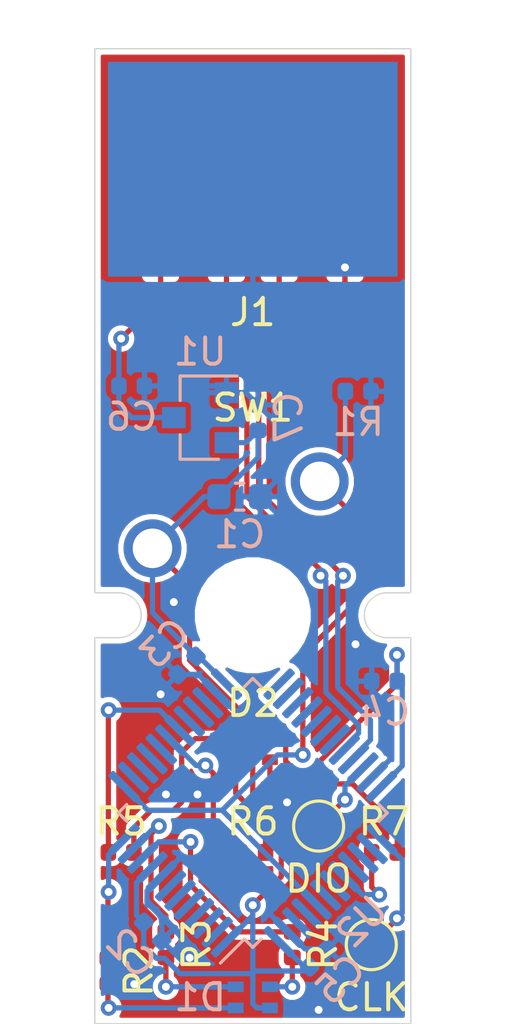
<source format=kicad_pcb>
(kicad_pcb (version 20171130) (host pcbnew 5.1.6)

  (general
    (thickness 1.6)
    (drawings 14)
    (tracks 233)
    (zones 0)
    (modules 22)
    (nets 48)
  )

  (page A4)
  (layers
    (0 F.Cu signal)
    (31 B.Cu signal)
    (32 B.Adhes user)
    (33 F.Adhes user)
    (34 B.Paste user)
    (35 F.Paste user)
    (36 B.SilkS user)
    (37 F.SilkS user)
    (38 B.Mask user)
    (39 F.Mask user)
    (40 Dwgs.User user)
    (41 Cmts.User user)
    (42 Eco1.User user)
    (43 Eco2.User user)
    (44 Edge.Cuts user)
    (45 Margin user)
    (46 B.CrtYd user)
    (47 F.CrtYd user)
    (48 B.Fab user)
    (49 F.Fab user)
  )

  (setup
    (last_trace_width 0.2)
    (trace_clearance 0.127)
    (zone_clearance 0.2)
    (zone_45_only no)
    (trace_min 0.2)
    (via_size 0.6)
    (via_drill 0.3)
    (via_min_size 0.6)
    (via_min_drill 0.3)
    (uvia_size 0.3)
    (uvia_drill 0.1)
    (uvias_allowed no)
    (uvia_min_size 0.2)
    (uvia_min_drill 0.1)
    (edge_width 0.05)
    (segment_width 0.2)
    (pcb_text_width 0.3)
    (pcb_text_size 1.5 1.5)
    (mod_edge_width 0.12)
    (mod_text_size 1 1)
    (mod_text_width 0.15)
    (pad_size 1.524 1.524)
    (pad_drill 0.762)
    (pad_to_mask_clearance 0.05)
    (aux_axis_origin 0 0)
    (visible_elements FFFDFF7F)
    (pcbplotparams
      (layerselection 0x010fc_ffffffff)
      (usegerberextensions false)
      (usegerberattributes true)
      (usegerberadvancedattributes true)
      (creategerberjobfile true)
      (excludeedgelayer true)
      (linewidth 0.100000)
      (plotframeref false)
      (viasonmask false)
      (mode 1)
      (useauxorigin false)
      (hpglpennumber 1)
      (hpglpenspeed 20)
      (hpglpendiameter 15.000000)
      (psnegative false)
      (psa4output false)
      (plotreference true)
      (plotvalue true)
      (plotinvisibletext false)
      (padsonsilk false)
      (subtractmaskfromsilk false)
      (outputformat 1)
      (mirror false)
      (drillshape 1)
      (scaleselection 1)
      (outputdirectory ""))
  )

  (net 0 "")
  (net 1 GND)
  (net 2 +3V3)
  (net 3 VBUS)
  (net 4 "Net-(D1-Pad4)")
  (net 5 "Net-(D1-Pad3)")
  (net 6 "Net-(D1-Pad1)")
  (net 7 "Net-(D2-Pad4)")
  (net 8 "Net-(D2-Pad3)")
  (net 9 "Net-(D2-Pad1)")
  (net 10 /D+)
  (net 11 /D-)
  (net 12 /BTN1)
  (net 13 /LED1_R)
  (net 14 /LED1_G)
  (net 15 /LED1_B)
  (net 16 /LED2_R)
  (net 17 /LED2_G)
  (net 18 /LED2_B)
  (net 19 /SWDIO)
  (net 20 /SWCLK)
  (net 21 "Net-(U2-Pad46)")
  (net 22 "Net-(U2-Pad45)")
  (net 23 "Net-(U2-Pad43)")
  (net 24 "Net-(U2-Pad42)")
  (net 25 "Net-(U2-Pad40)")
  (net 26 "Net-(U2-Pad39)")
  (net 27 "Net-(U2-Pad38)")
  (net 28 "Net-(U2-Pad31)")
  (net 29 "Net-(U2-Pad30)")
  (net 30 "Net-(U2-Pad29)")
  (net 31 "Net-(U2-Pad28)")
  (net 32 "Net-(U2-Pad27)")
  (net 33 "Net-(U2-Pad26)")
  (net 34 "Net-(U2-Pad25)")
  (net 35 "Net-(U2-Pad22)")
  (net 36 "Net-(U2-Pad21)")
  (net 37 "Net-(U2-Pad20)")
  (net 38 "Net-(U2-Pad17)")
  (net 39 "Net-(U2-Pad16)")
  (net 40 "Net-(U2-Pad15)")
  (net 41 "Net-(U2-Pad14)")
  (net 42 "Net-(U2-Pad7)")
  (net 43 "Net-(U2-Pad6)")
  (net 44 "Net-(U2-Pad5)")
  (net 45 "Net-(U2-Pad4)")
  (net 46 "Net-(U2-Pad3)")
  (net 47 "Net-(U2-Pad2)")

  (net_class Default "This is the default net class."
    (clearance 0.127)
    (trace_width 0.2)
    (via_dia 0.6)
    (via_drill 0.3)
    (uvia_dia 0.3)
    (uvia_drill 0.1)
    (add_net +3V3)
    (add_net /BTN1)
    (add_net /D+)
    (add_net /D-)
    (add_net /LED1_B)
    (add_net /LED1_G)
    (add_net /LED1_R)
    (add_net /LED2_B)
    (add_net /LED2_G)
    (add_net /LED2_R)
    (add_net /SWCLK)
    (add_net /SWDIO)
    (add_net GND)
    (add_net "Net-(D1-Pad1)")
    (add_net "Net-(D1-Pad3)")
    (add_net "Net-(D1-Pad4)")
    (add_net "Net-(D2-Pad1)")
    (add_net "Net-(D2-Pad3)")
    (add_net "Net-(D2-Pad4)")
    (add_net "Net-(U2-Pad14)")
    (add_net "Net-(U2-Pad15)")
    (add_net "Net-(U2-Pad16)")
    (add_net "Net-(U2-Pad17)")
    (add_net "Net-(U2-Pad2)")
    (add_net "Net-(U2-Pad20)")
    (add_net "Net-(U2-Pad21)")
    (add_net "Net-(U2-Pad22)")
    (add_net "Net-(U2-Pad25)")
    (add_net "Net-(U2-Pad26)")
    (add_net "Net-(U2-Pad27)")
    (add_net "Net-(U2-Pad28)")
    (add_net "Net-(U2-Pad29)")
    (add_net "Net-(U2-Pad3)")
    (add_net "Net-(U2-Pad30)")
    (add_net "Net-(U2-Pad31)")
    (add_net "Net-(U2-Pad38)")
    (add_net "Net-(U2-Pad39)")
    (add_net "Net-(U2-Pad4)")
    (add_net "Net-(U2-Pad40)")
    (add_net "Net-(U2-Pad42)")
    (add_net "Net-(U2-Pad43)")
    (add_net "Net-(U2-Pad45)")
    (add_net "Net-(U2-Pad46)")
    (add_net "Net-(U2-Pad5)")
    (add_net "Net-(U2-Pad6)")
    (add_net "Net-(U2-Pad7)")
    (add_net VBUS)
  )

  (module TestPoint:TestPoint_Pad_D1.5mm (layer F.Cu) (tedit 5A0F774F) (tstamp 5F92A952)
    (at 154.5 84 180)
    (descr "SMD pad as test Point, diameter 1.5mm")
    (tags "test point SMD pad")
    (path /5FCB2854)
    (attr virtual)
    (fp_text reference TP2 (at 0 -1.648) (layer F.SilkS) hide
      (effects (font (size 1 1) (thickness 0.15)))
    )
    (fp_text value SWCLK (at 0 1.75) (layer F.Fab)
      (effects (font (size 1 1) (thickness 0.15)))
    )
    (fp_circle (center 0 0) (end 0 0.95) (layer F.SilkS) (width 0.12))
    (fp_circle (center 0 0) (end 1.25 0) (layer F.CrtYd) (width 0.05))
    (fp_text user %R (at 0 -1.65) (layer F.Fab)
      (effects (font (size 1 1) (thickness 0.15)))
    )
    (pad 1 smd circle (at 0 0 180) (size 1.5 1.5) (layers F.Cu F.Mask)
      (net 20 /SWCLK))
  )

  (module TestPoint:TestPoint_Pad_D1.5mm (layer F.Cu) (tedit 5A0F774F) (tstamp 5F92A94A)
    (at 152.5 79.5 180)
    (descr "SMD pad as test Point, diameter 1.5mm")
    (tags "test point SMD pad")
    (path /5FCAA338)
    (attr virtual)
    (fp_text reference TP1 (at 0 -1.648) (layer F.SilkS) hide
      (effects (font (size 1 1) (thickness 0.15)))
    )
    (fp_text value SWDIO (at 0 1.75) (layer F.Fab)
      (effects (font (size 1 1) (thickness 0.15)))
    )
    (fp_circle (center 0 0) (end 0 0.95) (layer F.SilkS) (width 0.12))
    (fp_circle (center 0 0) (end 1.25 0) (layer F.CrtYd) (width 0.05))
    (fp_text user %R (at 0 -1.65) (layer F.Fab)
      (effects (font (size 1 1) (thickness 0.15)))
    )
    (pad 1 smd circle (at 0 0 180) (size 1.5 1.5) (layers F.Cu F.Mask)
      (net 19 /SWDIO))
  )

  (module Capacitor_SMD:C_0402_1005Metric (layer B.Cu) (tedit 5F947204) (tstamp 5F948C07)
    (at 155 74 180)
    (descr "Capacitor SMD 0402 (1005 Metric), square (rectangular) end terminal, IPC_7351 nominal, (Body size source: http://www.tortai-tech.com/upload/download/2011102023233369053.pdf), generated with kicad-footprint-generator")
    (tags capacitor)
    (path /5F892CC5)
    (attr smd)
    (fp_text reference C4 (at 0 -1.17 180) (layer B.SilkS)
      (effects (font (size 1 1) (thickness 0.15)) (justify mirror))
    )
    (fp_text value 100n (at 0 1.17 180) (layer B.Fab)
      (effects (font (size 1 1) (thickness 0.15)) (justify mirror))
    )
    (fp_line (start -0.5 -0.25) (end -0.5 0.25) (layer B.Fab) (width 0.1))
    (fp_line (start -0.5 0.25) (end 0.5 0.25) (layer B.Fab) (width 0.1))
    (fp_line (start 0.5 0.25) (end 0.5 -0.25) (layer B.Fab) (width 0.1))
    (fp_line (start 0.5 -0.25) (end -0.5 -0.25) (layer B.Fab) (width 0.1))
    (fp_line (start -0.93 -0.47) (end -0.93 0.47) (layer B.CrtYd) (width 0.05))
    (fp_line (start -0.93 0.47) (end 0.93 0.47) (layer B.CrtYd) (width 0.05))
    (fp_line (start 0.93 0.47) (end 0.93 -0.47) (layer B.CrtYd) (width 0.05))
    (fp_line (start 0.93 -0.47) (end -0.93 -0.47) (layer B.CrtYd) (width 0.05))
    (fp_text user %R (at 0 0 180) (layer B.Fab)
      (effects (font (size 0.25 0.25) (thickness 0.04)) (justify mirror))
    )
    (pad 2 smd roundrect (at 0.485 0 180) (size 0.59 0.64) (layers B.Cu B.Paste B.Mask) (roundrect_rratio 0.25)
      (net 1 GND))
    (pad 1 smd roundrect (at -0.485 0 180) (size 0.59 0.64) (layers B.Cu B.Paste B.Mask) (roundrect_rratio 0.25)
      (net 2 +3V3))
    (model ${KISYS3DMOD}/Capacitor_SMD.3dshapes/C_0402_1005Metric.wrl
      (at (xyz 0 0 0))
      (scale (xyz 1 1 1))
      (rotate (xyz 0 0 0))
    )
  )

  (module Button_Switch_Keyboard:SW_Cherry_MX_1.00u_PCB (layer F.Cu) (tedit 5F944CC9) (tstamp 5F92DCF2)
    (at 152.54 66.42)
    (descr "Cherry MX keyswitch, 1.00u, PCB mount, http://cherryamericas.com/wp-content/uploads/2014/12/mx_cat.pdf")
    (tags "Cherry MX keyswitch 1.00u PCB")
    (path /5F925207)
    (fp_text reference SW1 (at -2.54 -2.794) (layer F.SilkS)
      (effects (font (size 1 1) (thickness 0.15)))
    )
    (fp_text value MXxx-xxxx (at -2.54 12.954) (layer F.Fab)
      (effects (font (size 1 1) (thickness 0.15)))
    )
    (fp_line (start -12.065 14.605) (end -12.065 -4.445) (layer Dwgs.User) (width 0.15))
    (fp_line (start 6.985 14.605) (end -12.065 14.605) (layer Dwgs.User) (width 0.15))
    (fp_line (start 6.985 -4.445) (end 6.985 14.605) (layer Dwgs.User) (width 0.15))
    (fp_line (start -12.065 -4.445) (end 6.985 -4.445) (layer Dwgs.User) (width 0.15))
    (fp_line (start -9.14 -1.52) (end 4.06 -1.52) (layer F.CrtYd) (width 0.05))
    (fp_line (start 4.06 -1.52) (end 4.06 11.68) (layer F.CrtYd) (width 0.05))
    (fp_line (start 4.06 11.68) (end -9.14 11.68) (layer F.CrtYd) (width 0.05))
    (fp_line (start -9.14 11.68) (end -9.14 -1.52) (layer F.CrtYd) (width 0.05))
    (fp_line (start -8.89 11.43) (end -8.89 -1.27) (layer F.Fab) (width 0.1))
    (fp_line (start 3.81 11.43) (end -8.89 11.43) (layer F.Fab) (width 0.1))
    (fp_line (start 3.81 -1.27) (end 3.81 11.43) (layer F.Fab) (width 0.1))
    (fp_line (start -8.89 -1.27) (end 3.81 -1.27) (layer F.Fab) (width 0.1))
    (fp_text user %R (at -2.54 -2.794) (layer F.Fab)
      (effects (font (size 1 1) (thickness 0.15)))
    )
    (pad "" np_thru_hole circle (at -2.54 5.08) (size 4 4) (drill 4) (layers *.Cu *.Mask))
    (pad 2 thru_hole circle (at -6.35 2.54) (size 2.2 2.2) (drill 1.5) (layers *.Cu *.Mask)
      (net 2 +3V3))
    (pad 1 thru_hole circle (at 0 0) (size 2.2 2.2) (drill 1.5) (layers *.Cu *.Mask)
      (net 12 /BTN1))
    (model ${KISYS3DMOD}/Button_Switch_Keyboard.3dshapes/SW_Cherry_MX_1.00u_PCB.wrl
      (at (xyz 0 0 0))
      (scale (xyz 1 1 1))
      (rotate (xyz 0 0 0))
    )
  )

  (module Capacitor_SMD:C_0402_1005Metric (layer B.Cu) (tedit 5B301BBE) (tstamp 5F92C15E)
    (at 145.4 62.8)
    (descr "Capacitor SMD 0402 (1005 Metric), square (rectangular) end terminal, IPC_7351 nominal, (Body size source: http://www.tortai-tech.com/upload/download/2011102023233369053.pdf), generated with kicad-footprint-generator")
    (tags capacitor)
    (path /5F93753A)
    (attr smd)
    (fp_text reference C6 (at 0 1.17) (layer B.SilkS)
      (effects (font (size 1 1) (thickness 0.15)) (justify mirror))
    )
    (fp_text value 1u (at 0 -1.17) (layer B.Fab)
      (effects (font (size 1 1) (thickness 0.15)) (justify mirror))
    )
    (fp_line (start -0.5 -0.25) (end -0.5 0.25) (layer B.Fab) (width 0.1))
    (fp_line (start -0.5 0.25) (end 0.5 0.25) (layer B.Fab) (width 0.1))
    (fp_line (start 0.5 0.25) (end 0.5 -0.25) (layer B.Fab) (width 0.1))
    (fp_line (start 0.5 -0.25) (end -0.5 -0.25) (layer B.Fab) (width 0.1))
    (fp_line (start -0.93 -0.47) (end -0.93 0.47) (layer B.CrtYd) (width 0.05))
    (fp_line (start -0.93 0.47) (end 0.93 0.47) (layer B.CrtYd) (width 0.05))
    (fp_line (start 0.93 0.47) (end 0.93 -0.47) (layer B.CrtYd) (width 0.05))
    (fp_line (start 0.93 -0.47) (end -0.93 -0.47) (layer B.CrtYd) (width 0.05))
    (fp_text user %R (at 0 0) (layer B.Fab)
      (effects (font (size 0.25 0.25) (thickness 0.04)) (justify mirror))
    )
    (pad 2 smd roundrect (at 0.485 0) (size 0.59 0.64) (layers B.Cu B.Paste B.Mask) (roundrect_rratio 0.25)
      (net 1 GND))
    (pad 1 smd roundrect (at -0.485 0) (size 0.59 0.64) (layers B.Cu B.Paste B.Mask) (roundrect_rratio 0.25)
      (net 3 VBUS))
    (model ${KISYS3DMOD}/Capacitor_SMD.3dshapes/C_0402_1005Metric.wrl
      (at (xyz 0 0 0))
      (scale (xyz 1 1 1))
      (rotate (xyz 0 0 0))
    )
  )

  (module Package_QFP:LQFP-48_7x7mm_P0.5mm (layer B.Cu) (tedit 5D9F72AF) (tstamp 5F92E9DF)
    (at 150 79 45)
    (descr "LQFP, 48 Pin (https://www.analog.com/media/en/technical-documentation/data-sheets/ltc2358-16.pdf), generated with kicad-footprint-generator ipc_gullwing_generator.py")
    (tags "LQFP QFP")
    (path /5F878F8D)
    (attr smd)
    (fp_text reference U2 (at 0 5.85 45) (layer B.SilkS)
      (effects (font (size 1 1) (thickness 0.15)) (justify mirror))
    )
    (fp_text value STM32F072CBT6 (at 0 -5.85 45) (layer B.Fab)
      (effects (font (size 1 1) (thickness 0.15)) (justify mirror))
    )
    (fp_line (start 3.16 -3.61) (end 3.61 -3.61) (layer B.SilkS) (width 0.12))
    (fp_line (start 3.61 -3.61) (end 3.61 -3.16) (layer B.SilkS) (width 0.12))
    (fp_line (start -3.16 -3.61) (end -3.61 -3.61) (layer B.SilkS) (width 0.12))
    (fp_line (start -3.61 -3.61) (end -3.61 -3.16) (layer B.SilkS) (width 0.12))
    (fp_line (start 3.16 3.61) (end 3.61 3.61) (layer B.SilkS) (width 0.12))
    (fp_line (start 3.61 3.61) (end 3.61 3.16) (layer B.SilkS) (width 0.12))
    (fp_line (start -3.16 3.61) (end -3.61 3.61) (layer B.SilkS) (width 0.12))
    (fp_line (start -3.61 3.61) (end -3.61 3.16) (layer B.SilkS) (width 0.12))
    (fp_line (start -3.61 3.16) (end -4.9 3.16) (layer B.SilkS) (width 0.12))
    (fp_line (start -2.5 3.5) (end 3.5 3.5) (layer B.Fab) (width 0.1))
    (fp_line (start 3.5 3.5) (end 3.5 -3.5) (layer B.Fab) (width 0.1))
    (fp_line (start 3.5 -3.5) (end -3.5 -3.5) (layer B.Fab) (width 0.1))
    (fp_line (start -3.5 -3.5) (end -3.5 2.5) (layer B.Fab) (width 0.1))
    (fp_line (start -3.5 2.5) (end -2.5 3.5) (layer B.Fab) (width 0.1))
    (fp_line (start 0 5.15) (end -3.15 5.15) (layer B.CrtYd) (width 0.05))
    (fp_line (start -3.15 5.15) (end -3.15 3.75) (layer B.CrtYd) (width 0.05))
    (fp_line (start -3.15 3.75) (end -3.75 3.75) (layer B.CrtYd) (width 0.05))
    (fp_line (start -3.75 3.75) (end -3.75 3.15) (layer B.CrtYd) (width 0.05))
    (fp_line (start -3.75 3.15) (end -5.15 3.15) (layer B.CrtYd) (width 0.05))
    (fp_line (start -5.15 3.15) (end -5.15 0) (layer B.CrtYd) (width 0.05))
    (fp_line (start 0 5.15) (end 3.15 5.15) (layer B.CrtYd) (width 0.05))
    (fp_line (start 3.15 5.15) (end 3.15 3.75) (layer B.CrtYd) (width 0.05))
    (fp_line (start 3.15 3.75) (end 3.75 3.75) (layer B.CrtYd) (width 0.05))
    (fp_line (start 3.75 3.75) (end 3.75 3.15) (layer B.CrtYd) (width 0.05))
    (fp_line (start 3.75 3.15) (end 5.15 3.15) (layer B.CrtYd) (width 0.05))
    (fp_line (start 5.15 3.15) (end 5.15 0) (layer B.CrtYd) (width 0.05))
    (fp_line (start 0 -5.15) (end -3.15 -5.15) (layer B.CrtYd) (width 0.05))
    (fp_line (start -3.15 -5.15) (end -3.15 -3.75) (layer B.CrtYd) (width 0.05))
    (fp_line (start -3.15 -3.75) (end -3.75 -3.75) (layer B.CrtYd) (width 0.05))
    (fp_line (start -3.75 -3.75) (end -3.75 -3.15) (layer B.CrtYd) (width 0.05))
    (fp_line (start -3.75 -3.15) (end -5.15 -3.15) (layer B.CrtYd) (width 0.05))
    (fp_line (start -5.15 -3.15) (end -5.15 0) (layer B.CrtYd) (width 0.05))
    (fp_line (start 0 -5.15) (end 3.15 -5.15) (layer B.CrtYd) (width 0.05))
    (fp_line (start 3.15 -5.15) (end 3.15 -3.75) (layer B.CrtYd) (width 0.05))
    (fp_line (start 3.15 -3.75) (end 3.75 -3.75) (layer B.CrtYd) (width 0.05))
    (fp_line (start 3.75 -3.75) (end 3.75 -3.15) (layer B.CrtYd) (width 0.05))
    (fp_line (start 3.75 -3.15) (end 5.15 -3.15) (layer B.CrtYd) (width 0.05))
    (fp_line (start 5.15 -3.15) (end 5.15 0) (layer B.CrtYd) (width 0.05))
    (fp_text user %R (at 0 0 45) (layer B.Fab)
      (effects (font (size 1 1) (thickness 0.15)) (justify mirror))
    )
    (pad 48 smd roundrect (at -2.75 4.1625 45) (size 0.3 1.475) (layers B.Cu B.Paste B.Mask) (roundrect_rratio 0.25)
      (net 2 +3V3))
    (pad 47 smd roundrect (at -2.25 4.1625 45) (size 0.3 1.475) (layers B.Cu B.Paste B.Mask) (roundrect_rratio 0.25)
      (net 1 GND))
    (pad 46 smd roundrect (at -1.75 4.1625 45) (size 0.3 1.475) (layers B.Cu B.Paste B.Mask) (roundrect_rratio 0.25)
      (net 21 "Net-(U2-Pad46)"))
    (pad 45 smd roundrect (at -1.25 4.1625 45) (size 0.3 1.475) (layers B.Cu B.Paste B.Mask) (roundrect_rratio 0.25)
      (net 22 "Net-(U2-Pad45)"))
    (pad 44 smd roundrect (at -0.75 4.1625 45) (size 0.3 1.475) (layers B.Cu B.Paste B.Mask) (roundrect_rratio 0.25)
      (net 12 /BTN1))
    (pad 43 smd roundrect (at -0.25 4.1625 45) (size 0.3 1.475) (layers B.Cu B.Paste B.Mask) (roundrect_rratio 0.25)
      (net 23 "Net-(U2-Pad43)"))
    (pad 42 smd roundrect (at 0.25 4.1625 45) (size 0.3 1.475) (layers B.Cu B.Paste B.Mask) (roundrect_rratio 0.25)
      (net 24 "Net-(U2-Pad42)"))
    (pad 41 smd roundrect (at 0.75 4.1625 45) (size 0.3 1.475) (layers B.Cu B.Paste B.Mask) (roundrect_rratio 0.25)
      (net 18 /LED2_B))
    (pad 40 smd roundrect (at 1.25 4.1625 45) (size 0.3 1.475) (layers B.Cu B.Paste B.Mask) (roundrect_rratio 0.25)
      (net 25 "Net-(U2-Pad40)"))
    (pad 39 smd roundrect (at 1.75 4.1625 45) (size 0.3 1.475) (layers B.Cu B.Paste B.Mask) (roundrect_rratio 0.25)
      (net 26 "Net-(U2-Pad39)"))
    (pad 38 smd roundrect (at 2.25 4.1625 45) (size 0.3 1.475) (layers B.Cu B.Paste B.Mask) (roundrect_rratio 0.25)
      (net 27 "Net-(U2-Pad38)"))
    (pad 37 smd roundrect (at 2.75 4.1625 45) (size 0.3 1.475) (layers B.Cu B.Paste B.Mask) (roundrect_rratio 0.25)
      (net 20 /SWCLK))
    (pad 36 smd roundrect (at 4.1625 2.75 45) (size 1.475 0.3) (layers B.Cu B.Paste B.Mask) (roundrect_rratio 0.25)
      (net 2 +3V3))
    (pad 35 smd roundrect (at 4.1625 2.25 45) (size 1.475 0.3) (layers B.Cu B.Paste B.Mask) (roundrect_rratio 0.25)
      (net 1 GND))
    (pad 34 smd roundrect (at 4.1625 1.75 45) (size 1.475 0.3) (layers B.Cu B.Paste B.Mask) (roundrect_rratio 0.25)
      (net 19 /SWDIO))
    (pad 33 smd roundrect (at 4.1625 1.25 45) (size 1.475 0.3) (layers B.Cu B.Paste B.Mask) (roundrect_rratio 0.25)
      (net 10 /D+))
    (pad 32 smd roundrect (at 4.1625 0.75 45) (size 1.475 0.3) (layers B.Cu B.Paste B.Mask) (roundrect_rratio 0.25)
      (net 11 /D-))
    (pad 31 smd roundrect (at 4.1625 0.25 45) (size 1.475 0.3) (layers B.Cu B.Paste B.Mask) (roundrect_rratio 0.25)
      (net 28 "Net-(U2-Pad31)"))
    (pad 30 smd roundrect (at 4.1625 -0.25 45) (size 1.475 0.3) (layers B.Cu B.Paste B.Mask) (roundrect_rratio 0.25)
      (net 29 "Net-(U2-Pad30)"))
    (pad 29 smd roundrect (at 4.1625 -0.75 45) (size 1.475 0.3) (layers B.Cu B.Paste B.Mask) (roundrect_rratio 0.25)
      (net 30 "Net-(U2-Pad29)"))
    (pad 28 smd roundrect (at 4.1625 -1.25 45) (size 1.475 0.3) (layers B.Cu B.Paste B.Mask) (roundrect_rratio 0.25)
      (net 31 "Net-(U2-Pad28)"))
    (pad 27 smd roundrect (at 4.1625 -1.75 45) (size 1.475 0.3) (layers B.Cu B.Paste B.Mask) (roundrect_rratio 0.25)
      (net 32 "Net-(U2-Pad27)"))
    (pad 26 smd roundrect (at 4.1625 -2.25 45) (size 1.475 0.3) (layers B.Cu B.Paste B.Mask) (roundrect_rratio 0.25)
      (net 33 "Net-(U2-Pad26)"))
    (pad 25 smd roundrect (at 4.1625 -2.75 45) (size 1.475 0.3) (layers B.Cu B.Paste B.Mask) (roundrect_rratio 0.25)
      (net 34 "Net-(U2-Pad25)"))
    (pad 24 smd roundrect (at 2.75 -4.1625 45) (size 0.3 1.475) (layers B.Cu B.Paste B.Mask) (roundrect_rratio 0.25)
      (net 2 +3V3))
    (pad 23 smd roundrect (at 2.25 -4.1625 45) (size 0.3 1.475) (layers B.Cu B.Paste B.Mask) (roundrect_rratio 0.25)
      (net 1 GND))
    (pad 22 smd roundrect (at 1.75 -4.1625 45) (size 0.3 1.475) (layers B.Cu B.Paste B.Mask) (roundrect_rratio 0.25)
      (net 35 "Net-(U2-Pad22)"))
    (pad 21 smd roundrect (at 1.25 -4.1625 45) (size 0.3 1.475) (layers B.Cu B.Paste B.Mask) (roundrect_rratio 0.25)
      (net 36 "Net-(U2-Pad21)"))
    (pad 20 smd roundrect (at 0.75 -4.1625 45) (size 0.3 1.475) (layers B.Cu B.Paste B.Mask) (roundrect_rratio 0.25)
      (net 37 "Net-(U2-Pad20)"))
    (pad 19 smd roundrect (at 0.25 -4.1625 45) (size 0.3 1.475) (layers B.Cu B.Paste B.Mask) (roundrect_rratio 0.25)
      (net 16 /LED2_R))
    (pad 18 smd roundrect (at -0.25 -4.1625 45) (size 0.3 1.475) (layers B.Cu B.Paste B.Mask) (roundrect_rratio 0.25)
      (net 17 /LED2_G))
    (pad 17 smd roundrect (at -0.75 -4.1625 45) (size 0.3 1.475) (layers B.Cu B.Paste B.Mask) (roundrect_rratio 0.25)
      (net 38 "Net-(U2-Pad17)"))
    (pad 16 smd roundrect (at -1.25 -4.1625 45) (size 0.3 1.475) (layers B.Cu B.Paste B.Mask) (roundrect_rratio 0.25)
      (net 39 "Net-(U2-Pad16)"))
    (pad 15 smd roundrect (at -1.75 -4.1625 45) (size 0.3 1.475) (layers B.Cu B.Paste B.Mask) (roundrect_rratio 0.25)
      (net 40 "Net-(U2-Pad15)"))
    (pad 14 smd roundrect (at -2.25 -4.1625 45) (size 0.3 1.475) (layers B.Cu B.Paste B.Mask) (roundrect_rratio 0.25)
      (net 41 "Net-(U2-Pad14)"))
    (pad 13 smd roundrect (at -2.75 -4.1625 45) (size 0.3 1.475) (layers B.Cu B.Paste B.Mask) (roundrect_rratio 0.25)
      (net 12 /BTN1))
    (pad 12 smd roundrect (at -4.1625 -2.75 45) (size 1.475 0.3) (layers B.Cu B.Paste B.Mask) (roundrect_rratio 0.25)
      (net 13 /LED1_R))
    (pad 11 smd roundrect (at -4.1625 -2.25 45) (size 1.475 0.3) (layers B.Cu B.Paste B.Mask) (roundrect_rratio 0.25)
      (net 14 /LED1_G))
    (pad 10 smd roundrect (at -4.1625 -1.75 45) (size 1.475 0.3) (layers B.Cu B.Paste B.Mask) (roundrect_rratio 0.25)
      (net 15 /LED1_B))
    (pad 9 smd roundrect (at -4.1625 -1.25 45) (size 1.475 0.3) (layers B.Cu B.Paste B.Mask) (roundrect_rratio 0.25)
      (net 2 +3V3))
    (pad 8 smd roundrect (at -4.1625 -0.75 45) (size 1.475 0.3) (layers B.Cu B.Paste B.Mask) (roundrect_rratio 0.25)
      (net 1 GND))
    (pad 7 smd roundrect (at -4.1625 -0.25 45) (size 1.475 0.3) (layers B.Cu B.Paste B.Mask) (roundrect_rratio 0.25)
      (net 42 "Net-(U2-Pad7)"))
    (pad 6 smd roundrect (at -4.1625 0.25 45) (size 1.475 0.3) (layers B.Cu B.Paste B.Mask) (roundrect_rratio 0.25)
      (net 43 "Net-(U2-Pad6)"))
    (pad 5 smd roundrect (at -4.1625 0.75 45) (size 1.475 0.3) (layers B.Cu B.Paste B.Mask) (roundrect_rratio 0.25)
      (net 44 "Net-(U2-Pad5)"))
    (pad 4 smd roundrect (at -4.1625 1.25 45) (size 1.475 0.3) (layers B.Cu B.Paste B.Mask) (roundrect_rratio 0.25)
      (net 45 "Net-(U2-Pad4)"))
    (pad 3 smd roundrect (at -4.1625 1.75 45) (size 1.475 0.3) (layers B.Cu B.Paste B.Mask) (roundrect_rratio 0.25)
      (net 46 "Net-(U2-Pad3)"))
    (pad 2 smd roundrect (at -4.1625 2.25 45) (size 1.475 0.3) (layers B.Cu B.Paste B.Mask) (roundrect_rratio 0.25)
      (net 47 "Net-(U2-Pad2)"))
    (pad 1 smd roundrect (at -4.1625 2.75 45) (size 1.475 0.3) (layers B.Cu B.Paste B.Mask) (roundrect_rratio 0.25)
      (net 2 +3V3))
    (model ${KISYS3DMOD}/Package_QFP.3dshapes/LQFP-48_7x7mm_P0.5mm.wrl
      (at (xyz 0 0 0))
      (scale (xyz 1 1 1))
      (rotate (xyz 0 0 0))
    )
  )

  (module Package_TO_SOT_SMD:SOT-23 (layer B.Cu) (tedit 5A02FF57) (tstamp 5F92B4F1)
    (at 148 64 180)
    (descr "SOT-23, Standard")
    (tags SOT-23)
    (path /5FA01775)
    (attr smd)
    (fp_text reference U1 (at 0 2.5) (layer B.SilkS)
      (effects (font (size 1 1) (thickness 0.15)) (justify mirror))
    )
    (fp_text value XC6206P332MR (at 0 -2.5) (layer B.Fab)
      (effects (font (size 1 1) (thickness 0.15)) (justify mirror))
    )
    (fp_line (start 0.76 -1.58) (end -0.7 -1.58) (layer B.SilkS) (width 0.12))
    (fp_line (start 0.76 1.58) (end -1.4 1.58) (layer B.SilkS) (width 0.12))
    (fp_line (start -1.7 -1.75) (end -1.7 1.75) (layer B.CrtYd) (width 0.05))
    (fp_line (start 1.7 -1.75) (end -1.7 -1.75) (layer B.CrtYd) (width 0.05))
    (fp_line (start 1.7 1.75) (end 1.7 -1.75) (layer B.CrtYd) (width 0.05))
    (fp_line (start -1.7 1.75) (end 1.7 1.75) (layer B.CrtYd) (width 0.05))
    (fp_line (start 0.76 1.58) (end 0.76 0.65) (layer B.SilkS) (width 0.12))
    (fp_line (start 0.76 -1.58) (end 0.76 -0.65) (layer B.SilkS) (width 0.12))
    (fp_line (start -0.7 -1.52) (end 0.7 -1.52) (layer B.Fab) (width 0.1))
    (fp_line (start 0.7 1.52) (end 0.7 -1.52) (layer B.Fab) (width 0.1))
    (fp_line (start -0.7 0.95) (end -0.15 1.52) (layer B.Fab) (width 0.1))
    (fp_line (start -0.15 1.52) (end 0.7 1.52) (layer B.Fab) (width 0.1))
    (fp_line (start -0.7 0.95) (end -0.7 -1.5) (layer B.Fab) (width 0.1))
    (fp_text user %R (at 0 0 -90) (layer B.Fab)
      (effects (font (size 0.5 0.5) (thickness 0.075)) (justify mirror))
    )
    (pad 1 smd rect (at -1 0.95 180) (size 0.9 0.8) (layers B.Cu B.Paste B.Mask)
      (net 1 GND))
    (pad 2 smd rect (at -1 -0.95 180) (size 0.9 0.8) (layers B.Cu B.Paste B.Mask)
      (net 2 +3V3))
    (pad 3 smd rect (at 1 0 180) (size 0.9 0.8) (layers B.Cu B.Paste B.Mask)
      (net 3 VBUS))
    (model ${KISYS3DMOD}/Package_TO_SOT_SMD.3dshapes/SOT-23.wrl
      (at (xyz 0 0 0))
      (scale (xyz 1 1 1))
      (rotate (xyz 0 0 0))
    )
  )

  (module Resistor_SMD:R_0402_1005Metric (layer F.Cu) (tedit 5B301BBD) (tstamp 5F94E3FE)
    (at 155 80.5)
    (descr "Resistor SMD 0402 (1005 Metric), square (rectangular) end terminal, IPC_7351 nominal, (Body size source: http://www.tortai-tech.com/upload/download/2011102023233369053.pdf), generated with kicad-footprint-generator")
    (tags resistor)
    (path /5FDA0D19)
    (attr smd)
    (fp_text reference R7 (at 0 -1.17) (layer F.SilkS)
      (effects (font (size 1 1) (thickness 0.15)))
    )
    (fp_text value 1k (at 0 1.17) (layer F.Fab)
      (effects (font (size 1 1) (thickness 0.15)))
    )
    (fp_line (start -0.5 0.25) (end -0.5 -0.25) (layer F.Fab) (width 0.1))
    (fp_line (start -0.5 -0.25) (end 0.5 -0.25) (layer F.Fab) (width 0.1))
    (fp_line (start 0.5 -0.25) (end 0.5 0.25) (layer F.Fab) (width 0.1))
    (fp_line (start 0.5 0.25) (end -0.5 0.25) (layer F.Fab) (width 0.1))
    (fp_line (start -0.93 0.47) (end -0.93 -0.47) (layer F.CrtYd) (width 0.05))
    (fp_line (start -0.93 -0.47) (end 0.93 -0.47) (layer F.CrtYd) (width 0.05))
    (fp_line (start 0.93 -0.47) (end 0.93 0.47) (layer F.CrtYd) (width 0.05))
    (fp_line (start 0.93 0.47) (end -0.93 0.47) (layer F.CrtYd) (width 0.05))
    (fp_text user %R (at 0 0) (layer F.Fab)
      (effects (font (size 0.25 0.25) (thickness 0.04)))
    )
    (pad 2 smd roundrect (at 0.485 0) (size 0.59 0.64) (layers F.Cu F.Paste F.Mask) (roundrect_rratio 0.25)
      (net 8 "Net-(D2-Pad3)"))
    (pad 1 smd roundrect (at -0.485 0) (size 0.59 0.64) (layers F.Cu F.Paste F.Mask) (roundrect_rratio 0.25)
      (net 18 /LED2_B))
    (model ${KISYS3DMOD}/Resistor_SMD.3dshapes/R_0402_1005Metric.wrl
      (at (xyz 0 0 0))
      (scale (xyz 1 1 1))
      (rotate (xyz 0 0 0))
    )
  )

  (module Resistor_SMD:R_0402_1005Metric (layer F.Cu) (tedit 5B301BBD) (tstamp 5F94DEF7)
    (at 150 80.5)
    (descr "Resistor SMD 0402 (1005 Metric), square (rectangular) end terminal, IPC_7351 nominal, (Body size source: http://www.tortai-tech.com/upload/download/2011102023233369053.pdf), generated with kicad-footprint-generator")
    (tags resistor)
    (path /5FDA00DF)
    (attr smd)
    (fp_text reference R6 (at 0 -1.17) (layer F.SilkS)
      (effects (font (size 1 1) (thickness 0.15)))
    )
    (fp_text value 1k (at 0 1.17) (layer F.Fab)
      (effects (font (size 1 1) (thickness 0.15)))
    )
    (fp_line (start -0.5 0.25) (end -0.5 -0.25) (layer F.Fab) (width 0.1))
    (fp_line (start -0.5 -0.25) (end 0.5 -0.25) (layer F.Fab) (width 0.1))
    (fp_line (start 0.5 -0.25) (end 0.5 0.25) (layer F.Fab) (width 0.1))
    (fp_line (start 0.5 0.25) (end -0.5 0.25) (layer F.Fab) (width 0.1))
    (fp_line (start -0.93 0.47) (end -0.93 -0.47) (layer F.CrtYd) (width 0.05))
    (fp_line (start -0.93 -0.47) (end 0.93 -0.47) (layer F.CrtYd) (width 0.05))
    (fp_line (start 0.93 -0.47) (end 0.93 0.47) (layer F.CrtYd) (width 0.05))
    (fp_line (start 0.93 0.47) (end -0.93 0.47) (layer F.CrtYd) (width 0.05))
    (fp_text user %R (at 0 0) (layer F.Fab)
      (effects (font (size 0.25 0.25) (thickness 0.04)))
    )
    (pad 2 smd roundrect (at 0.485 0) (size 0.59 0.64) (layers F.Cu F.Paste F.Mask) (roundrect_rratio 0.25)
      (net 7 "Net-(D2-Pad4)"))
    (pad 1 smd roundrect (at -0.485 0) (size 0.59 0.64) (layers F.Cu F.Paste F.Mask) (roundrect_rratio 0.25)
      (net 17 /LED2_G))
    (model ${KISYS3DMOD}/Resistor_SMD.3dshapes/R_0402_1005Metric.wrl
      (at (xyz 0 0 0))
      (scale (xyz 1 1 1))
      (rotate (xyz 0 0 0))
    )
  )

  (module Resistor_SMD:R_0402_1005Metric (layer F.Cu) (tedit 5B301BBD) (tstamp 5F94E3A8)
    (at 145 80.5)
    (descr "Resistor SMD 0402 (1005 Metric), square (rectangular) end terminal, IPC_7351 nominal, (Body size source: http://www.tortai-tech.com/upload/download/2011102023233369053.pdf), generated with kicad-footprint-generator")
    (tags resistor)
    (path /5FD9D2CE)
    (attr smd)
    (fp_text reference R5 (at 0 -1.17) (layer F.SilkS)
      (effects (font (size 1 1) (thickness 0.15)))
    )
    (fp_text value 1k (at 0 1.17) (layer F.Fab)
      (effects (font (size 1 1) (thickness 0.15)))
    )
    (fp_line (start 0.93 0.47) (end -0.93 0.47) (layer F.CrtYd) (width 0.05))
    (fp_line (start 0.93 -0.47) (end 0.93 0.47) (layer F.CrtYd) (width 0.05))
    (fp_line (start -0.93 -0.47) (end 0.93 -0.47) (layer F.CrtYd) (width 0.05))
    (fp_line (start -0.93 0.47) (end -0.93 -0.47) (layer F.CrtYd) (width 0.05))
    (fp_line (start 0.5 0.25) (end -0.5 0.25) (layer F.Fab) (width 0.1))
    (fp_line (start 0.5 -0.25) (end 0.5 0.25) (layer F.Fab) (width 0.1))
    (fp_line (start -0.5 -0.25) (end 0.5 -0.25) (layer F.Fab) (width 0.1))
    (fp_line (start -0.5 0.25) (end -0.5 -0.25) (layer F.Fab) (width 0.1))
    (fp_text user %R (at 0 0) (layer F.Fab)
      (effects (font (size 0.25 0.25) (thickness 0.04)))
    )
    (pad 1 smd roundrect (at -0.485 0) (size 0.59 0.64) (layers F.Cu F.Paste F.Mask) (roundrect_rratio 0.25)
      (net 16 /LED2_R))
    (pad 2 smd roundrect (at 0.485 0) (size 0.59 0.64) (layers F.Cu F.Paste F.Mask) (roundrect_rratio 0.25)
      (net 9 "Net-(D2-Pad1)"))
    (model ${KISYS3DMOD}/Resistor_SMD.3dshapes/R_0402_1005Metric.wrl
      (at (xyz 0 0 0))
      (scale (xyz 1 1 1))
      (rotate (xyz 0 0 0))
    )
  )

  (module Resistor_SMD:R_0402_1005Metric (layer F.Cu) (tedit 5B301BBD) (tstamp 5F92A8FB)
    (at 151.5 84 270)
    (descr "Resistor SMD 0402 (1005 Metric), square (rectangular) end terminal, IPC_7351 nominal, (Body size source: http://www.tortai-tech.com/upload/download/2011102023233369053.pdf), generated with kicad-footprint-generator")
    (tags resistor)
    (path /5F9366E4)
    (attr smd)
    (fp_text reference R4 (at 0 -1.17 90) (layer F.SilkS)
      (effects (font (size 1 1) (thickness 0.15)))
    )
    (fp_text value 1k (at 0 1.17 90) (layer F.Fab)
      (effects (font (size 1 1) (thickness 0.15)))
    )
    (fp_line (start -0.5 0.25) (end -0.5 -0.25) (layer F.Fab) (width 0.1))
    (fp_line (start -0.5 -0.25) (end 0.5 -0.25) (layer F.Fab) (width 0.1))
    (fp_line (start 0.5 -0.25) (end 0.5 0.25) (layer F.Fab) (width 0.1))
    (fp_line (start 0.5 0.25) (end -0.5 0.25) (layer F.Fab) (width 0.1))
    (fp_line (start -0.93 0.47) (end -0.93 -0.47) (layer F.CrtYd) (width 0.05))
    (fp_line (start -0.93 -0.47) (end 0.93 -0.47) (layer F.CrtYd) (width 0.05))
    (fp_line (start 0.93 -0.47) (end 0.93 0.47) (layer F.CrtYd) (width 0.05))
    (fp_line (start 0.93 0.47) (end -0.93 0.47) (layer F.CrtYd) (width 0.05))
    (fp_text user %R (at 0 0 90) (layer F.Fab)
      (effects (font (size 0.25 0.25) (thickness 0.04)))
    )
    (pad 2 smd roundrect (at 0.485 0 270) (size 0.59 0.64) (layers F.Cu F.Paste F.Mask) (roundrect_rratio 0.25)
      (net 5 "Net-(D1-Pad3)"))
    (pad 1 smd roundrect (at -0.485 0 270) (size 0.59 0.64) (layers F.Cu F.Paste F.Mask) (roundrect_rratio 0.25)
      (net 15 /LED1_B))
    (model ${KISYS3DMOD}/Resistor_SMD.3dshapes/R_0402_1005Metric.wrl
      (at (xyz 0 0 0))
      (scale (xyz 1 1 1))
      (rotate (xyz 0 0 0))
    )
  )

  (module Resistor_SMD:R_0402_1005Metric (layer F.Cu) (tedit 5B301BBD) (tstamp 5F94C0D4)
    (at 146.7 84 270)
    (descr "Resistor SMD 0402 (1005 Metric), square (rectangular) end terminal, IPC_7351 nominal, (Body size source: http://www.tortai-tech.com/upload/download/2011102023233369053.pdf), generated with kicad-footprint-generator")
    (tags resistor)
    (path /5F935EFD)
    (attr smd)
    (fp_text reference R3 (at 0 -1.17 90) (layer F.SilkS)
      (effects (font (size 1 1) (thickness 0.15)))
    )
    (fp_text value 1k (at 0 1.17 90) (layer F.Fab)
      (effects (font (size 1 1) (thickness 0.15)))
    )
    (fp_line (start -0.5 0.25) (end -0.5 -0.25) (layer F.Fab) (width 0.1))
    (fp_line (start -0.5 -0.25) (end 0.5 -0.25) (layer F.Fab) (width 0.1))
    (fp_line (start 0.5 -0.25) (end 0.5 0.25) (layer F.Fab) (width 0.1))
    (fp_line (start 0.5 0.25) (end -0.5 0.25) (layer F.Fab) (width 0.1))
    (fp_line (start -0.93 0.47) (end -0.93 -0.47) (layer F.CrtYd) (width 0.05))
    (fp_line (start -0.93 -0.47) (end 0.93 -0.47) (layer F.CrtYd) (width 0.05))
    (fp_line (start 0.93 -0.47) (end 0.93 0.47) (layer F.CrtYd) (width 0.05))
    (fp_line (start 0.93 0.47) (end -0.93 0.47) (layer F.CrtYd) (width 0.05))
    (fp_text user %R (at 0 0 90) (layer F.Fab)
      (effects (font (size 0.25 0.25) (thickness 0.04)))
    )
    (pad 2 smd roundrect (at 0.485 0 270) (size 0.59 0.64) (layers F.Cu F.Paste F.Mask) (roundrect_rratio 0.25)
      (net 4 "Net-(D1-Pad4)"))
    (pad 1 smd roundrect (at -0.485 0 270) (size 0.59 0.64) (layers F.Cu F.Paste F.Mask) (roundrect_rratio 0.25)
      (net 14 /LED1_G))
    (model ${KISYS3DMOD}/Resistor_SMD.3dshapes/R_0402_1005Metric.wrl
      (at (xyz 0 0 0))
      (scale (xyz 1 1 1))
      (rotate (xyz 0 0 0))
    )
  )

  (module Resistor_SMD:R_0402_1005Metric (layer F.Cu) (tedit 5B301BBD) (tstamp 5F92A8DD)
    (at 144.5 85 270)
    (descr "Resistor SMD 0402 (1005 Metric), square (rectangular) end terminal, IPC_7351 nominal, (Body size source: http://www.tortai-tech.com/upload/download/2011102023233369053.pdf), generated with kicad-footprint-generator")
    (tags resistor)
    (path /5F9354AF)
    (attr smd)
    (fp_text reference R2 (at 0 -1.17 90) (layer F.SilkS)
      (effects (font (size 1 1) (thickness 0.15)))
    )
    (fp_text value 1k (at 0 1.17 90) (layer F.Fab)
      (effects (font (size 1 1) (thickness 0.15)))
    )
    (fp_line (start -0.5 0.25) (end -0.5 -0.25) (layer F.Fab) (width 0.1))
    (fp_line (start -0.5 -0.25) (end 0.5 -0.25) (layer F.Fab) (width 0.1))
    (fp_line (start 0.5 -0.25) (end 0.5 0.25) (layer F.Fab) (width 0.1))
    (fp_line (start 0.5 0.25) (end -0.5 0.25) (layer F.Fab) (width 0.1))
    (fp_line (start -0.93 0.47) (end -0.93 -0.47) (layer F.CrtYd) (width 0.05))
    (fp_line (start -0.93 -0.47) (end 0.93 -0.47) (layer F.CrtYd) (width 0.05))
    (fp_line (start 0.93 -0.47) (end 0.93 0.47) (layer F.CrtYd) (width 0.05))
    (fp_line (start 0.93 0.47) (end -0.93 0.47) (layer F.CrtYd) (width 0.05))
    (fp_text user %R (at 0 0 90) (layer F.Fab)
      (effects (font (size 0.25 0.25) (thickness 0.04)))
    )
    (pad 2 smd roundrect (at 0.485 0 270) (size 0.59 0.64) (layers F.Cu F.Paste F.Mask) (roundrect_rratio 0.25)
      (net 6 "Net-(D1-Pad1)"))
    (pad 1 smd roundrect (at -0.485 0 270) (size 0.59 0.64) (layers F.Cu F.Paste F.Mask) (roundrect_rratio 0.25)
      (net 13 /LED1_R))
    (model ${KISYS3DMOD}/Resistor_SMD.3dshapes/R_0402_1005Metric.wrl
      (at (xyz 0 0 0))
      (scale (xyz 1 1 1))
      (rotate (xyz 0 0 0))
    )
  )

  (module Resistor_SMD:R_0402_1005Metric (layer B.Cu) (tedit 5B301BBD) (tstamp 5F92A8CE)
    (at 154 63)
    (descr "Resistor SMD 0402 (1005 Metric), square (rectangular) end terminal, IPC_7351 nominal, (Body size source: http://www.tortai-tech.com/upload/download/2011102023233369053.pdf), generated with kicad-footprint-generator")
    (tags resistor)
    (path /5F905B31)
    (attr smd)
    (fp_text reference R1 (at 0 1.17) (layer B.SilkS)
      (effects (font (size 1 1) (thickness 0.15)) (justify mirror))
    )
    (fp_text value 10k (at 0 -1.17) (layer B.Fab)
      (effects (font (size 1 1) (thickness 0.15)) (justify mirror))
    )
    (fp_line (start -0.5 -0.25) (end -0.5 0.25) (layer B.Fab) (width 0.1))
    (fp_line (start -0.5 0.25) (end 0.5 0.25) (layer B.Fab) (width 0.1))
    (fp_line (start 0.5 0.25) (end 0.5 -0.25) (layer B.Fab) (width 0.1))
    (fp_line (start 0.5 -0.25) (end -0.5 -0.25) (layer B.Fab) (width 0.1))
    (fp_line (start -0.93 -0.47) (end -0.93 0.47) (layer B.CrtYd) (width 0.05))
    (fp_line (start -0.93 0.47) (end 0.93 0.47) (layer B.CrtYd) (width 0.05))
    (fp_line (start 0.93 0.47) (end 0.93 -0.47) (layer B.CrtYd) (width 0.05))
    (fp_line (start 0.93 -0.47) (end -0.93 -0.47) (layer B.CrtYd) (width 0.05))
    (fp_text user %R (at 0 0) (layer B.Fab)
      (effects (font (size 0.25 0.25) (thickness 0.04)) (justify mirror))
    )
    (pad 2 smd roundrect (at 0.485 0) (size 0.59 0.64) (layers B.Cu B.Paste B.Mask) (roundrect_rratio 0.25)
      (net 1 GND))
    (pad 1 smd roundrect (at -0.485 0) (size 0.59 0.64) (layers B.Cu B.Paste B.Mask) (roundrect_rratio 0.25)
      (net 12 /BTN1))
    (model ${KISYS3DMOD}/Resistor_SMD.3dshapes/R_0402_1005Metric.wrl
      (at (xyz 0 0 0))
      (scale (xyz 1 1 1))
      (rotate (xyz 0 0 0))
    )
  )

  (module anykey:USB_A_Plug_PCB (layer F.Cu) (tedit 5F8DF2F0) (tstamp 5F92A8BF)
    (at 150 50)
    (path /5F874047)
    (attr virtual)
    (fp_text reference J1 (at 0 10) (layer F.SilkS)
      (effects (font (size 1 1) (thickness 0.15)))
    )
    (fp_text value USB_A (at 0 -1) (layer F.Fab)
      (effects (font (size 1 1) (thickness 0.15)))
    )
    (fp_line (start -6 11.75) (end -6 0) (layer Dwgs.User) (width 0.12))
    (fp_line (start -6 0) (end 6 0) (layer Dwgs.User) (width 0.12))
    (fp_line (start 6 0) (end 6 11.75) (layer Dwgs.User) (width 0.12))
    (pad 5 connect rect (at 0 4.575) (size 11 8.15) (layers B.Cu B.Mask)
      (net 1 GND))
    (pad 4 connect rect (at 3.5 4.945) (size 1 7.41) (layers F.Cu F.Mask)
      (net 1 GND))
    (pad 3 connect rect (at 1 5.445) (size 1 6.41) (layers F.Cu F.Mask)
      (net 10 /D+))
    (pad 2 connect rect (at -1 5.445) (size 1 6.41) (layers F.Cu F.Mask)
      (net 11 /D-))
    (pad 1 connect rect (at -3.5 4.945) (size 1 7.41) (layers F.Cu F.Mask)
      (net 3 VBUS))
  )

  (module anykey:LED_MEIHUA_MHPA1515RGBDT (layer F.Cu) (tedit 5F906CA6) (tstamp 5F92A8B3)
    (at 150 76.58 180)
    (path /5FD938D9)
    (fp_text reference D2 (at 0 1.75) (layer F.SilkS)
      (effects (font (size 1 1) (thickness 0.15)))
    )
    (fp_text value MHPA1515RGBDT (at 0 -1.75) (layer F.Fab)
      (effects (font (size 1 1) (thickness 0.15)))
    )
    (fp_line (start 0.8 0.45) (end 0.5 0.75) (layer F.Fab) (width 0.1))
    (fp_line (start -0.8 0.75) (end -0.8 -0.75) (layer F.Fab) (width 0.1))
    (fp_line (start 0.5 0.75) (end -0.8 0.75) (layer F.Fab) (width 0.1))
    (fp_line (start 0.8 -0.75) (end 0.8 0.45) (layer F.Fab) (width 0.1))
    (fp_line (start -0.8 -0.75) (end 0.8 -0.75) (layer F.Fab) (width 0.1))
    (fp_line (start -1 -1) (end 1 -1) (layer F.CrtYd) (width 0.05))
    (fp_line (start 1 -1) (end 1 1) (layer F.CrtYd) (width 0.05))
    (fp_line (start 1 1) (end -1 1) (layer F.CrtYd) (width 0.05))
    (fp_line (start -1 1) (end -1 -1) (layer F.CrtYd) (width 0.05))
    (fp_text user %R (at 0 0) (layer F.Fab)
      (effects (font (size 0.3 0.3) (thickness 0.05)))
    )
    (pad 4 smd rect (at 0.65 -0.4 180) (size 0.6 0.4) (layers F.Cu F.Paste F.Mask)
      (net 7 "Net-(D2-Pad4)"))
    (pad 3 smd rect (at -0.65 -0.4 180) (size 0.6 0.4) (layers F.Cu F.Paste F.Mask)
      (net 8 "Net-(D2-Pad3)"))
    (pad 2 smd rect (at -0.65 0.4 180) (size 0.6 0.4) (layers F.Cu F.Paste F.Mask)
      (net 2 +3V3))
    (pad 1 smd rect (at 0.65 0.4 180) (size 0.6 0.4) (layers F.Cu F.Paste F.Mask)
      (net 9 "Net-(D2-Pad1)"))
  )

  (module anykey:LED_MEIHUA_MHPA1515RGBDT (layer B.Cu) (tedit 5F906CA6) (tstamp 5F92EFD8)
    (at 150 86 180)
    (path /5F998A03)
    (fp_text reference D1 (at 2 0) (layer B.SilkS)
      (effects (font (size 1 1) (thickness 0.15)) (justify mirror))
    )
    (fp_text value MHPA1515RGBDT (at 0 1.75) (layer B.Fab)
      (effects (font (size 1 1) (thickness 0.15)) (justify mirror))
    )
    (fp_line (start 0.8 -0.45) (end 0.5 -0.75) (layer B.Fab) (width 0.1))
    (fp_line (start -0.8 -0.75) (end -0.8 0.75) (layer B.Fab) (width 0.1))
    (fp_line (start 0.5 -0.75) (end -0.8 -0.75) (layer B.Fab) (width 0.1))
    (fp_line (start 0.8 0.75) (end 0.8 -0.45) (layer B.Fab) (width 0.1))
    (fp_line (start -0.8 0.75) (end 0.8 0.75) (layer B.Fab) (width 0.1))
    (fp_line (start -1 1) (end 1 1) (layer B.CrtYd) (width 0.05))
    (fp_line (start 1 1) (end 1 -1) (layer B.CrtYd) (width 0.05))
    (fp_line (start 1 -1) (end -1 -1) (layer B.CrtYd) (width 0.05))
    (fp_line (start -1 -1) (end -1 1) (layer B.CrtYd) (width 0.05))
    (fp_text user %R (at 0 0) (layer B.Fab)
      (effects (font (size 0.3 0.3) (thickness 0.05)) (justify mirror))
    )
    (pad 4 smd rect (at 0.65 0.4 180) (size 0.6 0.4) (layers B.Cu B.Paste B.Mask)
      (net 4 "Net-(D1-Pad4)"))
    (pad 3 smd rect (at -0.65 0.4 180) (size 0.6 0.4) (layers B.Cu B.Paste B.Mask)
      (net 5 "Net-(D1-Pad3)"))
    (pad 2 smd rect (at -0.65 -0.4 180) (size 0.6 0.4) (layers B.Cu B.Paste B.Mask)
      (net 2 +3V3))
    (pad 1 smd rect (at 0.65 -0.4 180) (size 0.6 0.4) (layers B.Cu B.Paste B.Mask)
      (net 6 "Net-(D1-Pad1)"))
  )

  (module Capacitor_SMD:C_0402_1005Metric (layer B.Cu) (tedit 5B301BBE) (tstamp 5F92A88F)
    (at 150.2 64 90)
    (descr "Capacitor SMD 0402 (1005 Metric), square (rectangular) end terminal, IPC_7351 nominal, (Body size source: http://www.tortai-tech.com/upload/download/2011102023233369053.pdf), generated with kicad-footprint-generator")
    (tags capacitor)
    (path /5F9081DC)
    (attr smd)
    (fp_text reference C7 (at 0 1.17 -90) (layer B.SilkS)
      (effects (font (size 1 1) (thickness 0.15)) (justify mirror))
    )
    (fp_text value 1u (at 0 -1.17 -90) (layer B.Fab)
      (effects (font (size 1 1) (thickness 0.15)) (justify mirror))
    )
    (fp_line (start 0.93 -0.47) (end -0.93 -0.47) (layer B.CrtYd) (width 0.05))
    (fp_line (start 0.93 0.47) (end 0.93 -0.47) (layer B.CrtYd) (width 0.05))
    (fp_line (start -0.93 0.47) (end 0.93 0.47) (layer B.CrtYd) (width 0.05))
    (fp_line (start -0.93 -0.47) (end -0.93 0.47) (layer B.CrtYd) (width 0.05))
    (fp_line (start 0.5 -0.25) (end -0.5 -0.25) (layer B.Fab) (width 0.1))
    (fp_line (start 0.5 0.25) (end 0.5 -0.25) (layer B.Fab) (width 0.1))
    (fp_line (start -0.5 0.25) (end 0.5 0.25) (layer B.Fab) (width 0.1))
    (fp_line (start -0.5 -0.25) (end -0.5 0.25) (layer B.Fab) (width 0.1))
    (fp_text user %R (at 0 0 -90) (layer B.Fab)
      (effects (font (size 0.25 0.25) (thickness 0.04)) (justify mirror))
    )
    (pad 1 smd roundrect (at -0.485 0 90) (size 0.59 0.64) (layers B.Cu B.Paste B.Mask) (roundrect_rratio 0.25)
      (net 2 +3V3))
    (pad 2 smd roundrect (at 0.485 0 90) (size 0.59 0.64) (layers B.Cu B.Paste B.Mask) (roundrect_rratio 0.25)
      (net 1 GND))
    (model ${KISYS3DMOD}/Capacitor_SMD.3dshapes/C_0402_1005Metric.wrl
      (at (xyz 0 0 0))
      (scale (xyz 1 1 1))
      (rotate (xyz 0 0 0))
    )
  )

  (module Capacitor_SMD:C_0402_1005Metric (layer B.Cu) (tedit 5B301BBE) (tstamp 5F94A36C)
    (at 152.5 84.5 45)
    (descr "Capacitor SMD 0402 (1005 Metric), square (rectangular) end terminal, IPC_7351 nominal, (Body size source: http://www.tortai-tech.com/upload/download/2011102023233369053.pdf), generated with kicad-footprint-generator")
    (tags capacitor)
    (path /5F8989CC)
    (attr smd)
    (fp_text reference C5 (at 0 1.17 45) (layer B.SilkS)
      (effects (font (size 1 1) (thickness 0.15)) (justify mirror))
    )
    (fp_text value 100n (at 0 -1.17 45) (layer B.Fab)
      (effects (font (size 1 1) (thickness 0.15)) (justify mirror))
    )
    (fp_line (start 0.93 -0.47) (end -0.93 -0.47) (layer B.CrtYd) (width 0.05))
    (fp_line (start 0.93 0.47) (end 0.93 -0.47) (layer B.CrtYd) (width 0.05))
    (fp_line (start -0.93 0.47) (end 0.93 0.47) (layer B.CrtYd) (width 0.05))
    (fp_line (start -0.93 -0.47) (end -0.93 0.47) (layer B.CrtYd) (width 0.05))
    (fp_line (start 0.5 -0.25) (end -0.5 -0.25) (layer B.Fab) (width 0.1))
    (fp_line (start 0.5 0.25) (end 0.5 -0.25) (layer B.Fab) (width 0.1))
    (fp_line (start -0.5 0.25) (end 0.5 0.25) (layer B.Fab) (width 0.1))
    (fp_line (start -0.5 -0.25) (end -0.5 0.25) (layer B.Fab) (width 0.1))
    (fp_text user %R (at 0 0 45) (layer B.Fab)
      (effects (font (size 0.25 0.25) (thickness 0.04)) (justify mirror))
    )
    (pad 1 smd roundrect (at -0.485 0 45) (size 0.59 0.64) (layers B.Cu B.Paste B.Mask) (roundrect_rratio 0.25)
      (net 2 +3V3))
    (pad 2 smd roundrect (at 0.485 0 45) (size 0.59 0.64) (layers B.Cu B.Paste B.Mask) (roundrect_rratio 0.25)
      (net 1 GND))
    (model ${KISYS3DMOD}/Capacitor_SMD.3dshapes/C_0402_1005Metric.wrl
      (at (xyz 0 0 0))
      (scale (xyz 1 1 1))
      (rotate (xyz 0 0 0))
    )
  )

  (module Capacitor_SMD:C_0402_1005Metric (layer B.Cu) (tedit 5B301BBE) (tstamp 5F92A853)
    (at 147.5 73.4 225)
    (descr "Capacitor SMD 0402 (1005 Metric), square (rectangular) end terminal, IPC_7351 nominal, (Body size source: http://www.tortai-tech.com/upload/download/2011102023233369053.pdf), generated with kicad-footprint-generator")
    (tags capacitor)
    (path /5F893113)
    (attr smd)
    (fp_text reference C3 (at 0 1.17 45) (layer B.SilkS)
      (effects (font (size 1 1) (thickness 0.15)) (justify mirror))
    )
    (fp_text value 100n (at 0 -1.17 45) (layer B.Fab)
      (effects (font (size 1 1) (thickness 0.15)) (justify mirror))
    )
    (fp_line (start 0.93 -0.47) (end -0.93 -0.47) (layer B.CrtYd) (width 0.05))
    (fp_line (start 0.93 0.47) (end 0.93 -0.47) (layer B.CrtYd) (width 0.05))
    (fp_line (start -0.93 0.47) (end 0.93 0.47) (layer B.CrtYd) (width 0.05))
    (fp_line (start -0.93 -0.47) (end -0.93 0.47) (layer B.CrtYd) (width 0.05))
    (fp_line (start 0.5 -0.25) (end -0.5 -0.25) (layer B.Fab) (width 0.1))
    (fp_line (start 0.5 0.25) (end 0.5 -0.25) (layer B.Fab) (width 0.1))
    (fp_line (start -0.5 0.25) (end 0.5 0.25) (layer B.Fab) (width 0.1))
    (fp_line (start -0.5 -0.25) (end -0.5 0.25) (layer B.Fab) (width 0.1))
    (fp_text user %R (at 0 0 45) (layer B.Fab)
      (effects (font (size 0.25 0.25) (thickness 0.04)) (justify mirror))
    )
    (pad 1 smd roundrect (at -0.485 0 225) (size 0.59 0.64) (layers B.Cu B.Paste B.Mask) (roundrect_rratio 0.25)
      (net 2 +3V3))
    (pad 2 smd roundrect (at 0.485 0 225) (size 0.59 0.64) (layers B.Cu B.Paste B.Mask) (roundrect_rratio 0.25)
      (net 1 GND))
    (model ${KISYS3DMOD}/Capacitor_SMD.3dshapes/C_0402_1005Metric.wrl
      (at (xyz 0 0 0))
      (scale (xyz 1 1 1))
      (rotate (xyz 0 0 0))
    )
  )

  (module Capacitor_SMD:C_0402_1005Metric (layer B.Cu) (tedit 5B301BBE) (tstamp 5F92A844)
    (at 146.2 83.5 315)
    (descr "Capacitor SMD 0402 (1005 Metric), square (rectangular) end terminal, IPC_7351 nominal, (Body size source: http://www.tortai-tech.com/upload/download/2011102023233369053.pdf), generated with kicad-footprint-generator")
    (tags capacitor)
    (path /5F89352A)
    (attr smd)
    (fp_text reference C2 (at 0 1.17 135) (layer B.SilkS)
      (effects (font (size 1 1) (thickness 0.15)) (justify mirror))
    )
    (fp_text value 100n (at 0 -1.17 135) (layer B.Fab)
      (effects (font (size 1 1) (thickness 0.15)) (justify mirror))
    )
    (fp_line (start -0.5 -0.25) (end -0.5 0.25) (layer B.Fab) (width 0.1))
    (fp_line (start -0.5 0.25) (end 0.5 0.25) (layer B.Fab) (width 0.1))
    (fp_line (start 0.5 0.25) (end 0.5 -0.25) (layer B.Fab) (width 0.1))
    (fp_line (start 0.5 -0.25) (end -0.5 -0.25) (layer B.Fab) (width 0.1))
    (fp_line (start -0.93 -0.47) (end -0.93 0.47) (layer B.CrtYd) (width 0.05))
    (fp_line (start -0.93 0.47) (end 0.93 0.47) (layer B.CrtYd) (width 0.05))
    (fp_line (start 0.93 0.47) (end 0.93 -0.47) (layer B.CrtYd) (width 0.05))
    (fp_line (start 0.93 -0.47) (end -0.93 -0.47) (layer B.CrtYd) (width 0.05))
    (fp_text user %R (at 0 0 135) (layer B.Fab)
      (effects (font (size 0.25 0.25) (thickness 0.04)) (justify mirror))
    )
    (pad 2 smd roundrect (at 0.485 0 315) (size 0.59 0.64) (layers B.Cu B.Paste B.Mask) (roundrect_rratio 0.25)
      (net 1 GND))
    (pad 1 smd roundrect (at -0.485 0 315) (size 0.59 0.64) (layers B.Cu B.Paste B.Mask) (roundrect_rratio 0.25)
      (net 2 +3V3))
    (model ${KISYS3DMOD}/Capacitor_SMD.3dshapes/C_0402_1005Metric.wrl
      (at (xyz 0 0 0))
      (scale (xyz 1 1 1))
      (rotate (xyz 0 0 0))
    )
  )

  (module Capacitor_SMD:C_0603_1608Metric (layer B.Cu) (tedit 5B301BBE) (tstamp 5F92BBAC)
    (at 149.5 67)
    (descr "Capacitor SMD 0603 (1608 Metric), square (rectangular) end terminal, IPC_7351 nominal, (Body size source: http://www.tortai-tech.com/upload/download/2011102023233369053.pdf), generated with kicad-footprint-generator")
    (tags capacitor)
    (path /5F898D1B)
    (attr smd)
    (fp_text reference C1 (at 0 1.43) (layer B.SilkS)
      (effects (font (size 1 1) (thickness 0.15)) (justify mirror))
    )
    (fp_text value 10u (at 0 -1.43) (layer B.Fab)
      (effects (font (size 1 1) (thickness 0.15)) (justify mirror))
    )
    (fp_line (start -0.8 -0.4) (end -0.8 0.4) (layer B.Fab) (width 0.1))
    (fp_line (start -0.8 0.4) (end 0.8 0.4) (layer B.Fab) (width 0.1))
    (fp_line (start 0.8 0.4) (end 0.8 -0.4) (layer B.Fab) (width 0.1))
    (fp_line (start 0.8 -0.4) (end -0.8 -0.4) (layer B.Fab) (width 0.1))
    (fp_line (start -0.162779 0.51) (end 0.162779 0.51) (layer B.SilkS) (width 0.12))
    (fp_line (start -0.162779 -0.51) (end 0.162779 -0.51) (layer B.SilkS) (width 0.12))
    (fp_line (start -1.48 -0.73) (end -1.48 0.73) (layer B.CrtYd) (width 0.05))
    (fp_line (start -1.48 0.73) (end 1.48 0.73) (layer B.CrtYd) (width 0.05))
    (fp_line (start 1.48 0.73) (end 1.48 -0.73) (layer B.CrtYd) (width 0.05))
    (fp_line (start 1.48 -0.73) (end -1.48 -0.73) (layer B.CrtYd) (width 0.05))
    (fp_text user %R (at 0 0) (layer B.Fab)
      (effects (font (size 0.4 0.4) (thickness 0.06)) (justify mirror))
    )
    (pad 2 smd roundrect (at 0.7875 0) (size 0.875 0.95) (layers B.Cu B.Paste B.Mask) (roundrect_rratio 0.25)
      (net 1 GND))
    (pad 1 smd roundrect (at -0.7875 0) (size 0.875 0.95) (layers B.Cu B.Paste B.Mask) (roundrect_rratio 0.25)
      (net 2 +3V3))
    (model ${KISYS3DMOD}/Capacitor_SMD.3dshapes/C_0603_1608Metric.wrl
      (at (xyz 0 0 0))
      (scale (xyz 1 1 1))
      (rotate (xyz 0 0 0))
    )
  )

  (gr_text CLK (at 154.5 86) (layer F.SilkS)
    (effects (font (size 1 1) (thickness 0.15)))
  )
  (gr_text DIO (at 152.5 81.5) (layer F.SilkS)
    (effects (font (size 1 1) (thickness 0.15)))
  )
  (gr_line (start 156 87) (end 156 72.3509) (layer Edge.Cuts) (width 0.05) (tstamp 5F945670))
  (gr_line (start 144 87) (end 144 72.3509) (layer Edge.Cuts) (width 0.05) (tstamp 5F945664))
  (gr_line (start 144.92 72.3509) (end 144 72.3509) (layer Edge.Cuts) (width 0.05))
  (gr_line (start 144.92 70.6491) (end 144 70.6491) (layer Edge.Cuts) (width 0.05))
  (gr_line (start 155.08 72.3509) (end 156 72.3509) (layer Edge.Cuts) (width 0.05))
  (gr_line (start 155.08 70.6491) (end 156 70.6491) (layer Edge.Cuts) (width 0.05))
  (gr_arc (start 155.08 71.5) (end 155.08 70.6491) (angle -180) (layer Edge.Cuts) (width 0.05) (tstamp 5F94560D))
  (gr_arc (start 144.92 71.5) (end 144.92 72.3509) (angle -180) (layer Edge.Cuts) (width 0.05))
  (gr_line (start 144 87) (end 156 87) (layer Edge.Cuts) (width 0.05) (tstamp 5F92F1E1))
  (gr_line (start 156 50) (end 156 70.6491) (layer Edge.Cuts) (width 0.05))
  (gr_line (start 144 50) (end 156 50) (layer Edge.Cuts) (width 0.05))
  (gr_line (start 144 70.6491) (end 144 50) (layer Edge.Cuts) (width 0.05))

  (via (at 153.5 58.3) (size 0.6) (drill 0.3) (layers F.Cu B.Cu) (net 1))
  (segment (start 148.75 62.8) (end 149 63.05) (width 0.2) (layer B.Cu) (net 1))
  (segment (start 145.885 62.8) (end 148.75 62.8) (width 0.2) (layer B.Cu) (net 1))
  (segment (start 149.735 63.05) (end 150.2 63.515) (width 0.2) (layer B.Cu) (net 1))
  (segment (start 149 63.05) (end 149.735 63.05) (width 0.2) (layer B.Cu) (net 1))
  (segment (start 150.82001 66.46749) (end 150.82001 64.13501) (width 0.2) (layer B.Cu) (net 1))
  (segment (start 150.82001 64.13501) (end 150.2 63.515) (width 0.2) (layer B.Cu) (net 1))
  (segment (start 150.2875 67) (end 150.82001 66.46749) (width 0.2) (layer B.Cu) (net 1))
  (segment (start 145.98339 81.95595) (end 146.526338 81.413002) (width 0.2) (layer B.Cu) (net 1))
  (segment (start 145.98339 82.337316) (end 145.98339 81.95595) (width 0.2) (layer B.Cu) (net 1))
  (segment (start 146.542947 82.896873) (end 145.98339 82.337316) (width 0.2) (layer B.Cu) (net 1))
  (segment (start 146.542947 83.842947) (end 146.542947 82.896873) (width 0.2) (layer B.Cu) (net 1))
  (segment (start 147.924927 73.742947) (end 148.647658 74.465678) (width 0.2) (layer B.Cu) (net 1))
  (segment (start 147.157053 73.742947) (end 147.924927 73.742947) (width 0.2) (layer B.Cu) (net 1))
  (segment (start 154.515 74.32) (end 155.27498 75.07998) (width 0.2) (layer B.Cu) (net 1))
  (segment (start 154.515 74) (end 154.515 74.32) (width 0.2) (layer B.Cu) (net 1))
  (segment (start 155.27498 76.907) (end 154.534322 77.647658) (width 0.2) (layer B.Cu) (net 1))
  (segment (start 155.27498 75.07998) (end 155.27498 76.907) (width 0.2) (layer B.Cu) (net 1))
  (segment (start 151.975073 84.157053) (end 152.842947 84.157053) (width 0.2) (layer B.Cu) (net 1))
  (segment (start 151.352342 83.534322) (end 151.975073 84.157053) (width 0.2) (layer B.Cu) (net 1))
  (segment (start 146.542947 83.842947) (end 147.2 84.5) (width 0.2) (layer B.Cu) (net 1))
  (via (at 147.6 84.5) (size 0.6) (drill 0.3) (layers F.Cu B.Cu) (net 1))
  (segment (start 147.2 84.5) (end 147.6 84.5) (width 0.2) (layer B.Cu) (net 1))
  (segment (start 151.7875 68.5) (end 150.2875 67) (width 0.2) (layer B.Cu) (net 1))
  (segment (start 153.1 68.5) (end 151.7875 68.5) (width 0.2) (layer B.Cu) (net 1))
  (via (at 152.5 86.475) (size 0.6) (drill 0.3) (layers F.Cu B.Cu) (net 1))
  (segment (start 149.575 86.475) (end 152.5 86.475) (width 0.2) (layer F.Cu) (net 1))
  (segment (start 147.6 84.5) (end 149.575 86.475) (width 0.2) (layer F.Cu) (net 1))
  (segment (start 152.842947 86.132053) (end 152.842947 84.157053) (width 0.2) (layer B.Cu) (net 1))
  (segment (start 152.5 86.475) (end 152.842947 86.132053) (width 0.2) (layer B.Cu) (net 1))
  (via (at 147 71) (size 0.6) (drill 0.3) (layers F.Cu B.Cu) (net 1))
  (segment (start 150.2875 67.7125) (end 147 71) (width 0.2) (layer B.Cu) (net 1))
  (segment (start 150.2875 67) (end 150.2875 67.7125) (width 0.2) (layer B.Cu) (net 1))
  (via (at 146.5 74.5) (size 0.6) (drill 0.3) (layers F.Cu B.Cu) (net 1))
  (segment (start 146.5 71.5) (end 146.5 74.5) (width 0.2) (layer F.Cu) (net 1))
  (segment (start 147 71) (end 146.5 71.5) (width 0.2) (layer F.Cu) (net 1))
  (segment (start 146.5 74.4) (end 147.157053 73.742947) (width 0.2) (layer B.Cu) (net 1))
  (segment (start 146.5 74.5) (end 146.5 74.4) (width 0.2) (layer B.Cu) (net 1))
  (via (at 146.7 78.299999) (size 0.6) (drill 0.3) (layers F.Cu B.Cu) (net 1))
  (segment (start 146.5 78.099999) (end 146.7 78.299999) (width 0.2) (layer F.Cu) (net 1))
  (segment (start 146.5 74.5) (end 146.5 78.099999) (width 0.2) (layer F.Cu) (net 1))
  (via (at 147.900001 78.299999) (size 0.6) (drill 0.3) (layers F.Cu B.Cu) (net 1))
  (segment (start 146.7 78.299999) (end 147.900001 78.299999) (width 0.2) (layer B.Cu) (net 1))
  (segment (start 147.6 84.5) (end 147.6 82.6) (width 0.2) (layer F.Cu) (net 1))
  (segment (start 147.6 82.6) (end 147.034314 82.034314) (width 0.2) (layer F.Cu) (net 1))
  (segment (start 147.034314 82.034314) (end 147.034314 79.419385) (width 0.2) (layer F.Cu) (net 1))
  (segment (start 147.900001 78.553698) (end 147.900001 78.299999) (width 0.2) (layer F.Cu) (net 1))
  (segment (start 147.034314 79.419385) (end 147.900001 78.553698) (width 0.2) (layer F.Cu) (net 1))
  (segment (start 154.485 67.115) (end 153.1 68.5) (width 0.2) (layer B.Cu) (net 1))
  (segment (start 154.485 63) (end 154.485 67.115) (width 0.2) (layer B.Cu) (net 1))
  (segment (start 145.885 62.8) (end 145.885 61.115) (width 0.2) (layer B.Cu) (net 1))
  (segment (start 145.885 61.115) (end 147 60) (width 0.2) (layer B.Cu) (net 1))
  (segment (start 147 60) (end 149 60) (width 0.2) (layer B.Cu) (net 1))
  (segment (start 150 59) (end 150 54.575) (width 0.2) (layer B.Cu) (net 1))
  (segment (start 149 60) (end 150 59) (width 0.2) (layer B.Cu) (net 1))
  (via (at 153.9 72.6) (size 0.6) (drill 0.3) (layers F.Cu B.Cu) (net 1))
  (segment (start 153.1 68.5) (end 154.2 69.6) (width 0.2) (layer B.Cu) (net 1))
  (segment (start 154.2 69.6) (end 154.2 70.707821) (width 0.2) (layer B.Cu) (net 1))
  (segment (start 153.899256 72.599256) (end 153.9 72.6) (width 0.2) (layer B.Cu) (net 1))
  (segment (start 153.899256 71.008565) (end 153.899256 72.599256) (width 0.2) (layer B.Cu) (net 1))
  (segment (start 154.2 70.707821) (end 153.899256 71.008565) (width 0.2) (layer B.Cu) (net 1))
  (segment (start 154.515 73.215) (end 153.9 72.6) (width 0.2) (layer B.Cu) (net 1))
  (segment (start 154.515 74) (end 154.515 73.215) (width 0.2) (layer B.Cu) (net 1))
  (via (at 145.5 85.5) (size 0.6) (drill 0.3) (layers F.Cu B.Cu) (net 1))
  (via (at 151.3 78.6) (size 0.6) (drill 0.3) (layers F.Cu B.Cu) (net 1))
  (segment (start 149.735 64.95) (end 150.2 64.485) (width 0.2) (layer B.Cu) (net 2))
  (segment (start 149 64.95) (end 149.735 64.95) (width 0.2) (layer B.Cu) (net 2))
  (segment (start 150.2 65.5125) (end 148.7125 67) (width 0.2) (layer B.Cu) (net 2))
  (segment (start 150.2 64.485) (end 150.2 65.5125) (width 0.2) (layer B.Cu) (net 2))
  (segment (start 148.15 67) (end 148.7125 67) (width 0.2) (layer B.Cu) (net 2))
  (segment (start 146.19 68.96) (end 148.15 67) (width 0.2) (layer B.Cu) (net 2))
  (segment (start 146.19 71.404106) (end 147.842947 73.057053) (width 0.2) (layer B.Cu) (net 2))
  (segment (start 146.19 68.96) (end 146.19 71.404106) (width 0.2) (layer B.Cu) (net 2))
  (segment (start 145.58338 82.88338) (end 145.857053 83.157053) (width 0.2) (layer B.Cu) (net 2))
  (segment (start 145.58338 81.648854) (end 145.58338 82.88338) (width 0.2) (layer B.Cu) (net 2))
  (segment (start 146.172785 81.059449) (end 145.58338 81.648854) (width 0.2) (layer B.Cu) (net 2))
  (segment (start 147.946141 73.057053) (end 149.001212 74.112124) (width 0.2) (layer B.Cu) (net 2))
  (segment (start 147.842947 73.057053) (end 147.946141 73.057053) (width 0.2) (layer B.Cu) (net 2))
  (segment (start 154.887876 78.001212) (end 155.67499 77.214098) (width 0.2) (layer B.Cu) (net 2))
  (segment (start 155.67499 74.18999) (end 155.485 74) (width 0.2) (layer B.Cu) (net 2))
  (segment (start 155.67499 77.214098) (end 155.67499 74.18999) (width 0.2) (layer B.Cu) (net 2))
  (segment (start 151.953859 84.842947) (end 152.157053 84.842947) (width 0.2) (layer B.Cu) (net 2))
  (segment (start 150.998788 83.887876) (end 151.953859 84.842947) (width 0.2) (layer B.Cu) (net 2))
  (segment (start 150 82.889088) (end 149.001212 83.887876) (width 0.2) (layer B.Cu) (net 2))
  (segment (start 150 82.5) (end 150 82.889088) (width 0.2) (layer B.Cu) (net 2))
  (segment (start 152.157053 84.842947) (end 152.000001 84.999999) (width 0.2) (layer B.Cu) (net 2))
  (segment (start 150 86.25) (end 150.15 86.4) (width 0.2) (layer B.Cu) (net 2))
  (segment (start 150.15 86.4) (end 150.65 86.4) (width 0.2) (layer B.Cu) (net 2))
  (segment (start 150.000001 84.999999) (end 150 85) (width 0.2) (layer B.Cu) (net 2))
  (segment (start 152.000001 84.999999) (end 150.000001 84.999999) (width 0.2) (layer B.Cu) (net 2))
  (segment (start 150 82.5) (end 150 85) (width 0.2) (layer B.Cu) (net 2))
  (segment (start 150 85.1) (end 150 86.25) (width 0.2) (layer B.Cu) (net 2))
  (segment (start 150 85) (end 150 85.1) (width 0.2) (layer B.Cu) (net 2))
  (segment (start 146.339903 84.516731) (end 146.651033 84.516731) (width 0.2) (layer B.Cu) (net 2))
  (segment (start 145.857053 84.033881) (end 146.339903 84.516731) (width 0.2) (layer B.Cu) (net 2))
  (segment (start 145.857053 83.157053) (end 145.857053 84.033881) (width 0.2) (layer B.Cu) (net 2))
  (segment (start 148.809998 85.1) (end 150 85.1) (width 0.2) (layer B.Cu) (net 2))
  (segment (start 147.234303 85.100001) (end 148.809998 85.1) (width 0.2) (layer B.Cu) (net 2))
  (segment (start 146.651033 84.516731) (end 147.234303 85.100001) (width 0.2) (layer B.Cu) (net 2))
  (segment (start 151.08001 81.41999) (end 150 82.5) (width 0.2) (layer F.Cu) (net 2))
  (segment (start 151.08001 79.414312) (end 151.08001 81.41999) (width 0.2) (layer F.Cu) (net 2))
  (segment (start 149.997999 78.332301) (end 151.08001 79.414312) (width 0.2) (layer F.Cu) (net 2))
  (via (at 150 82.5) (size 0.6) (drill 0.3) (layers F.Cu B.Cu) (net 2))
  (segment (start 150.015998 76.18) (end 149.997999 76.197999) (width 0.2) (layer F.Cu) (net 2))
  (segment (start 149.997999 76.197999) (end 149.997999 78.332301) (width 0.2) (layer F.Cu) (net 2))
  (segment (start 150.65 76.18) (end 150.015998 76.18) (width 0.2) (layer F.Cu) (net 2))
  (via (at 155.475 73) (size 0.6) (drill 0.3) (layers F.Cu B.Cu) (net 2))
  (segment (start 155.485 73.01) (end 155.475 73) (width 0.2) (layer B.Cu) (net 2))
  (segment (start 155.485 74) (end 155.485 73.01) (width 0.2) (layer B.Cu) (net 2))
  (segment (start 151.250001 77.038003) (end 151.250001 75.850001) (width 0.2) (layer F.Cu) (net 2))
  (segment (start 151.611999 77.400001) (end 151.250001 77.038003) (width 0.2) (layer F.Cu) (net 2))
  (segment (start 152.188001 77.400001) (end 151.611999 77.400001) (width 0.2) (layer F.Cu) (net 2))
  (segment (start 155.475 74.113002) (end 152.188001 77.400001) (width 0.2) (layer F.Cu) (net 2))
  (segment (start 155.475 73) (end 155.475 74.113002) (width 0.2) (layer F.Cu) (net 2))
  (segment (start 151.002001 75.602001) (end 149.997999 75.602001) (width 0.2) (layer F.Cu) (net 2))
  (segment (start 151.250001 75.850001) (end 151.002001 75.602001) (width 0.2) (layer F.Cu) (net 2))
  (segment (start 149.997999 75.602001) (end 149.997999 76.197999) (width 0.2) (layer F.Cu) (net 2))
  (segment (start 147.600001 73.204003) (end 149.997999 75.602001) (width 0.2) (layer F.Cu) (net 2))
  (segment (start 147.600001 70.370001) (end 147.600001 73.204003) (width 0.2) (layer F.Cu) (net 2))
  (segment (start 146.19 68.96) (end 147.600001 70.370001) (width 0.2) (layer F.Cu) (net 2))
  (via (at 145 61) (size 0.6) (drill 0.3) (layers F.Cu B.Cu) (net 3))
  (segment (start 146.5 59.5) (end 145 61) (width 0.2) (layer F.Cu) (net 3))
  (segment (start 146.5 54.945) (end 146.5 59.5) (width 0.2) (layer F.Cu) (net 3))
  (segment (start 144.915 61.085) (end 145 61) (width 0.2) (layer B.Cu) (net 3))
  (segment (start 144.915 62.8) (end 144.915 61.085) (width 0.2) (layer B.Cu) (net 3))
  (segment (start 144.915 62.8) (end 144.915 63.515) (width 0.2) (layer B.Cu) (net 3))
  (segment (start 145.4 64) (end 147 64) (width 0.2) (layer B.Cu) (net 3))
  (segment (start 144.915 63.515) (end 145.4 64) (width 0.2) (layer B.Cu) (net 3))
  (via (at 146.7 85.6) (size 0.6) (drill 0.3) (layers F.Cu B.Cu) (net 4))
  (segment (start 146.7 84.485) (end 146.7 85.6) (width 0.2) (layer F.Cu) (net 4))
  (segment (start 146.7 85.6) (end 149.35 85.6) (width 0.2) (layer B.Cu) (net 4))
  (via (at 151.5 85.6) (size 0.6) (drill 0.3) (layers F.Cu B.Cu) (net 5))
  (segment (start 151.5 84.485) (end 151.5 85.6) (width 0.2) (layer F.Cu) (net 5))
  (segment (start 151.5 85.6) (end 150.65 85.6) (width 0.2) (layer B.Cu) (net 5))
  (via (at 144.525 86.4) (size 0.6) (drill 0.3) (layers F.Cu B.Cu) (net 6))
  (segment (start 144.5 86.375) (end 144.525 86.4) (width 0.2) (layer F.Cu) (net 6))
  (segment (start 144.5 85.485) (end 144.5 86.375) (width 0.2) (layer F.Cu) (net 6))
  (segment (start 144.525 86.4) (end 149.35 86.4) (width 0.2) (layer B.Cu) (net 6))
  (segment (start 150.485 80.5) (end 150.485 79.385) (width 0.2) (layer F.Cu) (net 7))
  (segment (start 149.35 78.25) (end 149.35 76.98) (width 0.2) (layer F.Cu) (net 7))
  (segment (start 150.485 79.385) (end 149.35 78.25) (width 0.2) (layer F.Cu) (net 7))
  (segment (start 155.485 79.596998) (end 153.788002 77.9) (width 0.2) (layer F.Cu) (net 8))
  (segment (start 155.485 80.5) (end 155.485 79.596998) (width 0.2) (layer F.Cu) (net 8))
  (segment (start 153.788002 77.9) (end 150.9 77.9) (width 0.2) (layer F.Cu) (net 8))
  (segment (start 150.65 77.65) (end 150.65 76.98) (width 0.2) (layer F.Cu) (net 8))
  (segment (start 150.9 77.9) (end 150.65 77.65) (width 0.2) (layer F.Cu) (net 8))
  (segment (start 147.82 76.18) (end 149.35 76.18) (width 0.2) (layer F.Cu) (net 9))
  (segment (start 147.300001 78.588) (end 147.300001 76.699999) (width 0.2) (layer F.Cu) (net 9))
  (segment (start 146.988001 78.9) (end 147.300001 78.588) (width 0.2) (layer F.Cu) (net 9))
  (segment (start 146.146311 78.9) (end 146.988001 78.9) (width 0.2) (layer F.Cu) (net 9))
  (segment (start 145.485 79.561311) (end 146.146311 78.9) (width 0.2) (layer F.Cu) (net 9))
  (segment (start 147.300001 76.699999) (end 147.82 76.18) (width 0.2) (layer F.Cu) (net 9))
  (segment (start 145.485 80.5) (end 145.485 79.561311) (width 0.2) (layer F.Cu) (net 9))
  (via (at 153.425 70) (size 0.6) (drill 0.3) (layers F.Cu B.Cu) (net 10))
  (segment (start 153.827215 76.940551) (end 153.827215 76.869857) (width 0.2) (layer B.Cu) (net 10))
  (segment (start 153.827215 76.869857) (end 154.466601 76.230471) (width 0.2) (layer B.Cu) (net 10))
  (segment (start 154.466601 76.230471) (end 154.466601 75.476292) (width 0.2) (layer B.Cu) (net 10))
  (segment (start 154.466601 75.476292) (end 153.225 74.234691) (width 0.2) (layer B.Cu) (net 10))
  (segment (start 153.225 74.234691) (end 153.225 70.2) (width 0.2) (layer B.Cu) (net 10))
  (segment (start 153.225 70.2) (end 153.425 70) (width 0.2) (layer B.Cu) (net 10))
  (segment (start 150.225 61.027501) (end 151 60.252501) (width 0.2) (layer F.Cu) (net 10))
  (segment (start 150.225 66.8) (end 150.225 61.027501) (width 0.2) (layer F.Cu) (net 10))
  (segment (start 151 60.252501) (end 151 55.445) (width 0.2) (layer F.Cu) (net 10))
  (segment (start 153.425 70) (end 150.225 66.8) (width 0.2) (layer F.Cu) (net 10))
  (segment (start 152.775 70.2) (end 152.575 70) (width 0.2) (layer B.Cu) (net 11))
  (segment (start 153.473662 76.586998) (end 153.438315 76.551651) (width 0.2) (layer B.Cu) (net 11))
  (via (at 152.575 70) (size 0.6) (drill 0.3) (layers F.Cu B.Cu) (net 11))
  (segment (start 154.01661 75.973356) (end 154.01661 75.662684) (width 0.2) (layer B.Cu) (net 11))
  (segment (start 153.438315 76.551651) (end 154.01661 75.973356) (width 0.2) (layer B.Cu) (net 11))
  (segment (start 154.01661 75.662684) (end 152.775 74.421074) (width 0.2) (layer B.Cu) (net 11))
  (segment (start 152.775 74.421074) (end 152.775 70.2) (width 0.2) (layer B.Cu) (net 11))
  (segment (start 149 60.252501) (end 149 55.445) (width 0.2) (layer F.Cu) (net 11))
  (segment (start 149.775 66.986397) (end 149.775 61.027501) (width 0.2) (layer F.Cu) (net 11))
  (segment (start 152.575 69.786397) (end 149.775 66.986397) (width 0.2) (layer F.Cu) (net 11))
  (segment (start 149.775 61.027501) (end 149 60.252501) (width 0.2) (layer F.Cu) (net 11))
  (segment (start 152.575 70) (end 152.575 69.786397) (width 0.2) (layer F.Cu) (net 11))
  (segment (start 153.515 65.445) (end 152.54 66.42) (width 0.2) (layer B.Cu) (net 12))
  (segment (start 153.515 63) (end 153.515 65.445) (width 0.2) (layer B.Cu) (net 12))
  (segment (start 148.839339 78.899999) (end 152.413002 82.473662) (width 0.2) (layer B.Cu) (net 12))
  (segment (start 146.010911 78.899999) (end 148.839339 78.899999) (width 0.2) (layer B.Cu) (net 12))
  (segment (start 145.112124 78.001212) (end 146.010911 78.899999) (width 0.2) (layer B.Cu) (net 12))
  (segment (start 152.54 66.42) (end 154.5 68.38) (width 0.2) (layer F.Cu) (net 12))
  (via (at 151.9 76.8) (size 0.6) (drill 0.3) (layers F.Cu B.Cu) (net 12))
  (segment (start 151.9 73.017714) (end 151.9 76.8) (width 0.2) (layer F.Cu) (net 12))
  (segment (start 154.5 70.417714) (end 151.9 73.017714) (width 0.2) (layer F.Cu) (net 12))
  (segment (start 154.5 68.38) (end 154.5 70.417714) (width 0.2) (layer F.Cu) (net 12))
  (segment (start 150.939338 76.8) (end 148.839339 78.899999) (width 0.2) (layer B.Cu) (net 12))
  (segment (start 151.9 76.8) (end 150.939338 76.8) (width 0.2) (layer B.Cu) (net 12))
  (via (at 144.525 82) (size 0.6) (drill 0.3) (layers F.Cu B.Cu) (net 13))
  (segment (start 144.525 80.585912) (end 144.525 82) (width 0.2) (layer B.Cu) (net 13))
  (segment (start 145.112124 79.998788) (end 144.525 80.585912) (width 0.2) (layer B.Cu) (net 13))
  (segment (start 144.5 82.025) (end 144.525 82) (width 0.2) (layer F.Cu) (net 13))
  (segment (start 144.5 84.515) (end 144.5 82.025) (width 0.2) (layer F.Cu) (net 13))
  (via (at 146.434313 79.5) (size 0.6) (drill 0.3) (layers F.Cu B.Cu) (net 14))
  (segment (start 146.31802 79.5) (end 146.434313 79.5) (width 0.2) (layer B.Cu) (net 14))
  (segment (start 145.465678 80.352342) (end 146.31802 79.5) (width 0.2) (layer B.Cu) (net 14))
  (segment (start 146.7 83.515) (end 146.7 82.9) (width 0.2) (layer F.Cu) (net 14))
  (segment (start 146.134314 79.799999) (end 146.434313 79.5) (width 0.2) (layer F.Cu) (net 14))
  (segment (start 146.134314 82.334314) (end 146.134314 79.799999) (width 0.2) (layer F.Cu) (net 14))
  (segment (start 146.7 82.9) (end 146.134314 82.334314) (width 0.2) (layer F.Cu) (net 14))
  (via (at 147.634314 80.1) (size 0.6) (drill 0.3) (layers F.Cu B.Cu) (net 15))
  (segment (start 146.425126 80.1) (end 147.634314 80.1) (width 0.2) (layer B.Cu) (net 15))
  (segment (start 145.819231 80.705895) (end 146.425126 80.1) (width 0.2) (layer B.Cu) (net 15))
  (segment (start 147.634314 80.1) (end 147.634314 81.734314) (width 0.2) (layer F.Cu) (net 15))
  (segment (start 149.415 83.515) (end 151.5 83.515) (width 0.2) (layer F.Cu) (net 15))
  (segment (start 147.634314 81.734314) (end 149.415 83.515) (width 0.2) (layer F.Cu) (net 15))
  (via (at 144.525 75.1) (size 0.6) (drill 0.3) (layers F.Cu B.Cu) (net 16))
  (segment (start 146.453554 75.1) (end 144.525 75.1) (width 0.2) (layer B.Cu) (net 16))
  (segment (start 147.233445 75.879891) (end 146.453554 75.1) (width 0.2) (layer B.Cu) (net 16))
  (segment (start 144.515 75.11) (end 144.525 75.1) (width 0.2) (layer F.Cu) (net 16))
  (segment (start 144.515 80.5) (end 144.515 75.11) (width 0.2) (layer F.Cu) (net 16))
  (via (at 148.2 77.2) (size 0.6) (drill 0.3) (layers F.Cu B.Cu) (net 17))
  (segment (start 147.846446 77.2) (end 148.2 77.2) (width 0.2) (layer B.Cu) (net 17))
  (segment (start 146.879891 76.233445) (end 147.846446 77.2) (width 0.2) (layer B.Cu) (net 17))
  (segment (start 148.500002 77.500002) (end 148.500002 80.200002) (width 0.2) (layer F.Cu) (net 17))
  (segment (start 148.2 77.2) (end 148.500002 77.500002) (width 0.2) (layer F.Cu) (net 17))
  (segment (start 148.8 80.5) (end 149.515 80.5) (width 0.2) (layer F.Cu) (net 17))
  (segment (start 148.500002 80.200002) (end 148.8 80.5) (width 0.2) (layer F.Cu) (net 17))
  (via (at 154.8 82.1) (size 0.6) (drill 0.3) (layers F.Cu B.Cu) (net 18))
  (segment (start 154.16066 82.1) (end 154.8 82.1) (width 0.2) (layer B.Cu) (net 18))
  (segment (start 153.473662 81.413002) (end 154.16066 82.1) (width 0.2) (layer B.Cu) (net 18))
  (segment (start 154.515 81.815) (end 154.8 82.1) (width 0.2) (layer F.Cu) (net 18))
  (segment (start 154.515 80.5) (end 154.515 81.815) (width 0.2) (layer F.Cu) (net 18))
  (via (at 153.5 78.5) (size 0.6) (drill 0.3) (layers F.Cu B.Cu) (net 19))
  (segment (start 153.5 77.974874) (end 153.5 78.5) (width 0.2) (layer B.Cu) (net 19))
  (segment (start 154.180769 77.294105) (end 153.5 77.974874) (width 0.2) (layer B.Cu) (net 19))
  (segment (start 153.5 78.5) (end 152.5 79.5) (width 0.2) (layer F.Cu) (net 19))
  (segment (start 154.887876 79.998788) (end 155.67499 80.785902) (width 0.2) (layer B.Cu) (net 20))
  (via (at 155.475 83) (size 0.6) (drill 0.3) (layers F.Cu B.Cu) (net 20))
  (segment (start 155.67499 82.80001) (end 155.475 83) (width 0.2) (layer B.Cu) (net 20))
  (segment (start 155.67499 80.785902) (end 155.67499 82.80001) (width 0.2) (layer B.Cu) (net 20))
  (segment (start 155.475 83.025) (end 154.5 84) (width 0.2) (layer F.Cu) (net 20))
  (segment (start 155.475 83) (end 155.475 83.025) (width 0.2) (layer F.Cu) (net 20))

  (zone (net 1) (net_name GND) (layer B.Cu) (tstamp 0) (hatch edge 0.508)
    (connect_pads (clearance 0.2))
    (min_thickness 0.127)
    (fill yes (arc_segments 32) (thermal_gap 0.2) (thermal_bridge_width 0.2))
    (polygon
      (pts
        (xy 156 87) (xy 144 87) (xy 144 50) (xy 156 50)
      )
    )
    (filled_polygon
      (pts
        (xy 153.957733 82.403701) (xy 154.015829 82.434753) (xy 154.020882 82.437454) (xy 154.089402 82.45824) (xy 154.14281 82.4635)
        (xy 154.14282 82.4635) (xy 154.16066 82.465257) (xy 154.1785 82.4635) (xy 154.36659 82.4635) (xy 154.440789 82.537699)
        (xy 154.533082 82.599368) (xy 154.635633 82.641845) (xy 154.7445 82.6635) (xy 154.8555 82.6635) (xy 154.964367 82.641845)
        (xy 155.066918 82.599368) (xy 155.102492 82.575598) (xy 155.037301 82.640789) (xy 154.975632 82.733082) (xy 154.933155 82.835633)
        (xy 154.9115 82.9445) (xy 154.9115 83.0555) (xy 154.933155 83.164367) (xy 154.975632 83.266918) (xy 155.037301 83.359211)
        (xy 155.115789 83.437699) (xy 155.208082 83.499368) (xy 155.310633 83.541845) (xy 155.4195 83.5635) (xy 155.5305 83.5635)
        (xy 155.639367 83.541845) (xy 155.7115 83.511967) (xy 155.7115 86.7115) (xy 151.189181 86.7115) (xy 151.194619 86.701325)
        (xy 151.209686 86.651655) (xy 151.214774 86.6) (xy 151.214774 86.2) (xy 151.209686 86.148345) (xy 151.194619 86.098675)
        (xy 151.173827 86.059775) (xy 151.233082 86.099368) (xy 151.335633 86.141845) (xy 151.4445 86.1635) (xy 151.5555 86.1635)
        (xy 151.664367 86.141845) (xy 151.766918 86.099368) (xy 151.859211 86.037699) (xy 151.937699 85.959211) (xy 151.999368 85.866918)
        (xy 152.041845 85.764367) (xy 152.0635 85.6555) (xy 152.0635 85.5445) (xy 152.046508 85.459076) (xy 152.0943 85.473573)
        (xy 152.174731 85.481495) (xy 152.255162 85.473573) (xy 152.332501 85.450113) (xy 152.403778 85.412014) (xy 152.466253 85.360743)
        (xy 152.674849 85.152147) (xy 152.72612 85.089672) (xy 152.764219 85.018395) (xy 152.787679 84.941056) (xy 152.795601 84.860625)
        (xy 152.794274 84.847153) (xy 152.80897 84.851611) (xy 152.860625 84.856698) (xy 152.91228 84.851611) (xy 152.96195 84.836544)
        (xy 153.007726 84.812076) (xy 153.047849 84.779148) (xy 153.183154 84.64204) (xy 153.183154 84.548879) (xy 152.842947 84.208672)
        (xy 152.828805 84.222814) (xy 152.777186 84.171195) (xy 152.791328 84.157053) (xy 152.894566 84.157053) (xy 153.234773 84.49726)
        (xy 153.327934 84.49726) (xy 153.465042 84.361955) (xy 153.49797 84.321832) (xy 153.522438 84.276056) (xy 153.537505 84.226386)
        (xy 153.542592 84.174731) (xy 153.537505 84.123076) (xy 153.522438 84.073406) (xy 153.49797 84.02763) (xy 153.465042 83.987506)
        (xy 153.310256 83.834524) (xy 153.217095 83.834524) (xy 152.894566 84.157053) (xy 152.791328 84.157053) (xy 152.777186 84.142911)
        (xy 152.828805 84.091292) (xy 152.842947 84.105434) (xy 153.165476 83.782905) (xy 153.165476 83.689744) (xy 153.012494 83.534958)
        (xy 152.97237 83.50203) (xy 152.926594 83.477562) (xy 152.876924 83.462495) (xy 152.840854 83.458943) (xy 152.863452 83.431408)
        (xy 152.89485 83.372666) (xy 152.909653 83.323866) (xy 152.958453 83.309063) (xy 153.017195 83.277665) (xy 153.068683 83.235409)
        (xy 153.174749 83.129343) (xy 153.217005 83.077855) (xy 153.248403 83.019113) (xy 153.263206 82.970313) (xy 153.312006 82.95551)
        (xy 153.370748 82.924112) (xy 153.422236 82.881856) (xy 153.528302 82.77579) (xy 153.570558 82.724302) (xy 153.601956 82.66556)
        (xy 153.616759 82.616759) (xy 153.66556 82.601956) (xy 153.724302 82.570558) (xy 153.77579 82.528302) (xy 153.881856 82.422236)
        (xy 153.921483 82.373951)
      )
    )
    (filled_polygon
      (pts
        (xy 144.920227 81.187743) (xy 144.969027 81.202546) (xy 144.98383 81.251346) (xy 145.015228 81.310088) (xy 145.057484 81.361576)
        (xy 145.16355 81.467642) (xy 145.215038 81.509898) (xy 145.241402 81.52399) (xy 145.22514 81.577597) (xy 145.21988 81.631005)
        (xy 145.21988 81.631014) (xy 145.218123 81.648854) (xy 145.21988 81.666694) (xy 145.219881 82.86553) (xy 145.218123 82.88338)
        (xy 145.225141 82.954638) (xy 145.245927 83.023158) (xy 145.247254 83.025641) (xy 145.226427 83.0943) (xy 145.218505 83.174731)
        (xy 145.226427 83.255162) (xy 145.249887 83.332501) (xy 145.287986 83.403778) (xy 145.339257 83.466253) (xy 145.493554 83.62055)
        (xy 145.493554 84.016031) (xy 145.491796 84.033881) (xy 145.498814 84.105139) (xy 145.5196 84.173659) (xy 145.553353 84.236807)
        (xy 145.587398 84.278292) (xy 145.587405 84.278299) (xy 145.598778 84.292157) (xy 145.612636 84.30353) (xy 146.070253 84.761148)
        (xy 146.081627 84.775007) (xy 146.095485 84.78638) (xy 146.095491 84.786386) (xy 146.126795 84.812076) (xy 146.136977 84.820432)
        (xy 146.200125 84.854185) (xy 146.268645 84.874971) (xy 146.322053 84.880231) (xy 146.322062 84.880231) (xy 146.339902 84.881988)
        (xy 146.357742 84.880231) (xy 146.500467 84.880231) (xy 146.656736 85.0365) (xy 146.6445 85.0365) (xy 146.535633 85.058155)
        (xy 146.433082 85.100632) (xy 146.340789 85.162301) (xy 146.262301 85.240789) (xy 146.200632 85.333082) (xy 146.158155 85.435633)
        (xy 146.1365 85.5445) (xy 146.1365 85.6555) (xy 146.158155 85.764367) (xy 146.200632 85.866918) (xy 146.262301 85.959211)
        (xy 146.33959 86.0365) (xy 144.95841 86.0365) (xy 144.884211 85.962301) (xy 144.791918 85.900632) (xy 144.689367 85.858155)
        (xy 144.5805 85.8365) (xy 144.4695 85.8365) (xy 144.360633 85.858155) (xy 144.2885 85.888033) (xy 144.2885 82.511967)
        (xy 144.360633 82.541845) (xy 144.4695 82.5635) (xy 144.5805 82.5635) (xy 144.689367 82.541845) (xy 144.791918 82.499368)
        (xy 144.884211 82.437699) (xy 144.962699 82.359211) (xy 145.024368 82.266918) (xy 145.066845 82.164367) (xy 145.0885 82.0555)
        (xy 145.0885 81.9445) (xy 145.066845 81.835633) (xy 145.024368 81.733082) (xy 144.962699 81.640789) (xy 144.8885 81.56659)
        (xy 144.8885 81.170785)
      )
    )
    (filled_polygon
      (pts
        (xy 145.963812 82.260711) (xy 146.009588 82.285179) (xy 146.039064 82.29412) (xy 146.04449 82.312006) (xy 146.075888 82.370748)
        (xy 146.118144 82.422236) (xy 146.22421 82.528302) (xy 146.275698 82.570558) (xy 146.33444 82.601956) (xy 146.383241 82.616759)
        (xy 146.398044 82.66556) (xy 146.429442 82.724302) (xy 146.471698 82.77579) (xy 146.577764 82.881856) (xy 146.629252 82.924112)
        (xy 146.687994 82.95551) (xy 146.736794 82.970313) (xy 146.751597 83.019113) (xy 146.782995 83.077855) (xy 146.825251 83.129343)
        (xy 146.931317 83.235409) (xy 146.982805 83.277665) (xy 147.041547 83.309063) (xy 147.090347 83.323866) (xy 147.10515 83.372666)
        (xy 147.136548 83.431408) (xy 147.178804 83.482896) (xy 147.28487 83.588962) (xy 147.336358 83.631218) (xy 147.3951 83.662616)
        (xy 147.443901 83.677419) (xy 147.458704 83.72622) (xy 147.490102 83.784962) (xy 147.532358 83.83645) (xy 147.638424 83.942516)
        (xy 147.689912 83.984772) (xy 147.748654 84.01617) (xy 147.797454 84.030973) (xy 147.812257 84.079773) (xy 147.843655 84.138515)
        (xy 147.885911 84.190003) (xy 147.991977 84.296069) (xy 148.043465 84.338325) (xy 148.102207 84.369723) (xy 148.151008 84.384526)
        (xy 148.165811 84.433327) (xy 148.197209 84.492069) (xy 148.239465 84.543557) (xy 148.345531 84.649623) (xy 148.397019 84.691879)
        (xy 148.455761 84.723277) (xy 148.499353 84.7365) (xy 147.38487 84.736502) (xy 146.920687 84.272319) (xy 146.909309 84.258455)
        (xy 146.865476 84.222482) (xy 146.865476 84.217095) (xy 146.542947 83.894566) (xy 146.528805 83.908708) (xy 146.477186 83.857089)
        (xy 146.491328 83.842947) (xy 146.594566 83.842947) (xy 146.917095 84.165476) (xy 147.010256 84.165476) (xy 147.165042 84.012494)
        (xy 147.19797 83.97237) (xy 147.222438 83.926594) (xy 147.237505 83.876924) (xy 147.242592 83.825269) (xy 147.237505 83.773614)
        (xy 147.222438 83.723944) (xy 147.19797 83.678168) (xy 147.165042 83.638045) (xy 147.027934 83.50274) (xy 146.934773 83.50274)
        (xy 146.594566 83.842947) (xy 146.491328 83.842947) (xy 146.477186 83.828805) (xy 146.528805 83.777186) (xy 146.542947 83.791328)
        (xy 146.883154 83.451121) (xy 146.883154 83.35796) (xy 146.747849 83.220852) (xy 146.707726 83.187924) (xy 146.66195 83.163456)
        (xy 146.61228 83.148389) (xy 146.560625 83.143302) (xy 146.50897 83.148389) (xy 146.494274 83.152847) (xy 146.495601 83.139375)
        (xy 146.487679 83.058944) (xy 146.464219 82.981605) (xy 146.42612 82.910328) (xy 146.374849 82.847853) (xy 146.166253 82.639257)
        (xy 146.103778 82.587986) (xy 146.032501 82.549887) (xy 145.955162 82.526427) (xy 145.94688 82.525611) (xy 145.94688 82.246815)
      )
    )
    (filled_polygon
      (pts
        (xy 151.451537 82.026264) (xy 151.403768 82.065468) (xy 151.297702 82.171534) (xy 151.255446 82.223022) (xy 151.224048 82.281764)
        (xy 151.209245 82.330565) (xy 151.160444 82.345368) (xy 151.101702 82.376766) (xy 151.050214 82.419022) (xy 150.944148 82.525088)
        (xy 150.901892 82.576576) (xy 150.870494 82.635318) (xy 150.865068 82.653204) (xy 150.835592 82.662145) (xy 150.789816 82.686613)
        (xy 150.749693 82.719541) (xy 150.716918 82.754118) (xy 150.716918 82.847279) (xy 151.352342 83.482703) (xy 151.366484 83.468561)
        (xy 151.418103 83.52018) (xy 151.403961 83.534322) (xy 151.418103 83.548464) (xy 151.366484 83.600083) (xy 151.352342 83.585941)
        (xy 151.3382 83.600083) (xy 151.286581 83.548464) (xy 151.300723 83.534322) (xy 150.665299 82.898898) (xy 150.572138 82.898898)
        (xy 150.537561 82.931673) (xy 150.504633 82.971796) (xy 150.480165 83.017572) (xy 150.471223 83.047049) (xy 150.453337 83.052475)
        (xy 150.394595 83.083873) (xy 150.3635 83.109393) (xy 150.3635 82.93341) (xy 150.437699 82.859211) (xy 150.499368 82.766918)
        (xy 150.541845 82.664367) (xy 150.5635 82.5555) (xy 150.5635 82.4445) (xy 150.541845 82.335633) (xy 150.499368 82.233082)
        (xy 150.437699 82.140789) (xy 150.359211 82.062301) (xy 150.266918 82.000632) (xy 150.164367 81.958155) (xy 150.0555 81.9365)
        (xy 149.9445 81.9365) (xy 149.835633 81.958155) (xy 149.733082 82.000632) (xy 149.640789 82.062301) (xy 149.562301 82.140789)
        (xy 149.500632 82.233082) (xy 149.458155 82.335633) (xy 149.4365 82.4445) (xy 149.4365 82.5555) (xy 149.458155 82.664367)
        (xy 149.500632 82.766918) (xy 149.543679 82.831342) (xy 149.44861 82.926411) (xy 149.409405 82.878641) (xy 149.303339 82.772575)
        (xy 149.251851 82.730319) (xy 149.193109 82.698921) (xy 149.144309 82.684118) (xy 149.129506 82.635318) (xy 149.098108 82.576576)
        (xy 149.055852 82.525088) (xy 148.949786 82.419022) (xy 148.898298 82.376766) (xy 148.839556 82.345368) (xy 148.790755 82.330565)
        (xy 148.775952 82.281764) (xy 148.744554 82.223022) (xy 148.702298 82.171534) (xy 148.596232 82.065468) (xy 148.544744 82.023212)
        (xy 148.486002 81.991814) (xy 148.437202 81.977011) (xy 148.422399 81.928211) (xy 148.391001 81.869469) (xy 148.348745 81.817981)
        (xy 148.242679 81.711915) (xy 148.191191 81.669659) (xy 148.132449 81.638261) (xy 148.083649 81.623458) (xy 148.068846 81.574658)
        (xy 148.037448 81.515916) (xy 147.995192 81.464428) (xy 147.889126 81.358362) (xy 147.837638 81.316106) (xy 147.778896 81.284708)
        (xy 147.730095 81.269905) (xy 147.715292 81.221104) (xy 147.683894 81.162362) (xy 147.641638 81.110874) (xy 147.535572 81.004808)
        (xy 147.484084 80.962552) (xy 147.425342 80.931154) (xy 147.407456 80.925728) (xy 147.398515 80.896252) (xy 147.374047 80.850476)
        (xy 147.341119 80.810353) (xy 147.306542 80.777578) (xy 147.213381 80.777578) (xy 146.577957 81.413002) (xy 146.592099 81.427144)
        (xy 146.54048 81.478763) (xy 146.526338 81.464621) (xy 146.512196 81.478763) (xy 146.460577 81.427144) (xy 146.474719 81.413002)
        (xy 146.460577 81.39886) (xy 146.512196 81.347241) (xy 146.526338 81.361383) (xy 147.161762 80.725959) (xy 147.161762 80.632798)
        (xy 147.128987 80.598221) (xy 147.088864 80.565293) (xy 147.043088 80.540825) (xy 147.013612 80.531884) (xy 147.008186 80.513998)
        (xy 146.981194 80.4635) (xy 147.200904 80.4635) (xy 147.275103 80.537699) (xy 147.367396 80.599368) (xy 147.469947 80.641845)
        (xy 147.578814 80.6635) (xy 147.689814 80.6635) (xy 147.798681 80.641845) (xy 147.901232 80.599368) (xy 147.993525 80.537699)
        (xy 148.072013 80.459211) (xy 148.133682 80.366918) (xy 148.176159 80.264367) (xy 148.197814 80.1555) (xy 148.197814 80.0445)
        (xy 148.176159 79.935633) (xy 148.133682 79.833082) (xy 148.072013 79.740789) (xy 147.993525 79.662301) (xy 147.901232 79.600632)
        (xy 147.798681 79.558155) (xy 147.689814 79.5365) (xy 147.578814 79.5365) (xy 147.469947 79.558155) (xy 147.367396 79.600632)
        (xy 147.275103 79.662301) (xy 147.200904 79.7365) (xy 146.94628 79.7365) (xy 146.976158 79.664367) (xy 146.997813 79.5555)
        (xy 146.997813 79.4445) (xy 146.976158 79.335633) (xy 146.94628 79.263499) (xy 148.688773 79.263499)
      )
    )
    (filled_polygon
      (pts
        (xy 152.464428 76.995192) (xy 152.515916 77.037448) (xy 152.574658 77.068846) (xy 152.623458 77.083649) (xy 152.638261 77.132449)
        (xy 152.669659 77.191191) (xy 152.711915 77.242679) (xy 152.817981 77.348745) (xy 152.869469 77.391001) (xy 152.928211 77.422399)
        (xy 152.977011 77.437202) (xy 152.991814 77.486002) (xy 153.023212 77.544744) (xy 153.065468 77.596232) (xy 153.171534 77.702298)
        (xy 153.220488 77.742474) (xy 153.208731 77.756801) (xy 153.196299 77.771949) (xy 153.162546 77.835097) (xy 153.14176 77.903617)
        (xy 153.1365 77.957025) (xy 153.1365 77.957034) (xy 153.134743 77.974874) (xy 153.1365 77.992715) (xy 153.1365 78.06659)
        (xy 153.062301 78.140789) (xy 153.000632 78.233082) (xy 152.958155 78.335633) (xy 152.9365 78.4445) (xy 152.9365 78.5555)
        (xy 152.958155 78.664367) (xy 153.000632 78.766918) (xy 153.062301 78.859211) (xy 153.140789 78.937699) (xy 153.233082 78.999368)
        (xy 153.335633 79.041845) (xy 153.4445 79.0635) (xy 153.5555 79.0635) (xy 153.664367 79.041845) (xy 153.766918 78.999368)
        (xy 153.859211 78.937699) (xy 153.937699 78.859211) (xy 153.999368 78.766918) (xy 154.041845 78.664367) (xy 154.061791 78.564092)
        (xy 154.083873 78.605405) (xy 154.126129 78.656893) (xy 154.232195 78.762959) (xy 154.283683 78.805215) (xy 154.342425 78.836613)
        (xy 154.406164 78.855948) (xy 154.472451 78.862477) (xy 154.538738 78.855948) (xy 154.602477 78.836613) (xy 154.661219 78.805215)
        (xy 154.712707 78.762959) (xy 155.649623 77.826043) (xy 155.691879 77.774555) (xy 155.711501 77.737845) (xy 155.7115 80.262154)
        (xy 155.691879 80.225445) (xy 155.649623 80.173957) (xy 154.712707 79.237041) (xy 154.661219 79.194785) (xy 154.602477 79.163387)
        (xy 154.538738 79.144052) (xy 154.472451 79.137523) (xy 154.406164 79.144052) (xy 154.342425 79.163387) (xy 154.283683 79.194785)
        (xy 154.232195 79.237041) (xy 154.126129 79.343107) (xy 154.083873 79.394595) (xy 154.052475 79.453337) (xy 154.037672 79.502138)
        (xy 153.988871 79.516941) (xy 153.930129 79.548339) (xy 153.878641 79.590595) (xy 153.772575 79.696661) (xy 153.730319 79.748149)
        (xy 153.698921 79.806891) (xy 153.684118 79.855691) (xy 153.635318 79.870494) (xy 153.576576 79.901892) (xy 153.525088 79.944148)
        (xy 153.419022 80.050214) (xy 153.376766 80.101702) (xy 153.345368 80.160444) (xy 153.330565 80.209245) (xy 153.281764 80.224048)
        (xy 153.223022 80.255446) (xy 153.171534 80.297702) (xy 153.065468 80.403768) (xy 153.023212 80.455256) (xy 152.991814 80.513998)
        (xy 152.977011 80.562798) (xy 152.928211 80.577601) (xy 152.869469 80.608999) (xy 152.817981 80.651255) (xy 152.711915 80.757321)
        (xy 152.669659 80.808809) (xy 152.638261 80.867551) (xy 152.623458 80.916351) (xy 152.574658 80.931154) (xy 152.515916 80.962552)
        (xy 152.464428 81.004808) (xy 152.358362 81.110874) (xy 152.316106 81.162362) (xy 152.284708 81.221104) (xy 152.269905 81.269905)
        (xy 152.221104 81.284708) (xy 152.162362 81.316106) (xy 152.110874 81.358362) (xy 152.004808 81.464428) (xy 151.965604 81.512197)
        (xy 149.353405 78.899999) (xy 151.089905 77.1635) (xy 151.46659 77.1635) (xy 151.540789 77.237699) (xy 151.633082 77.299368)
        (xy 151.735633 77.341845) (xy 151.8445 77.3635) (xy 151.9555 77.3635) (xy 152.064367 77.341845) (xy 152.166918 77.299368)
        (xy 152.259211 77.237699) (xy 152.337699 77.159211) (xy 152.399368 77.066918) (xy 152.439431 76.970195)
      )
    )
    (filled_polygon
      (pts
        (xy 150.237041 74.287293) (xy 150.194785 74.338781) (xy 150.163387 74.397523) (xy 150.144052 74.461262) (xy 150.137523 74.527549)
        (xy 150.144052 74.593836) (xy 150.163387 74.657575) (xy 150.194785 74.716317) (xy 150.237041 74.767805) (xy 150.343107 74.873871)
        (xy 150.394595 74.916127) (xy 150.453337 74.947525) (xy 150.502138 74.962328) (xy 150.516941 75.011129) (xy 150.548339 75.069871)
        (xy 150.590595 75.121359) (xy 150.696661 75.227425) (xy 150.748149 75.269681) (xy 150.806891 75.301079) (xy 150.855691 75.315882)
        (xy 150.870494 75.364682) (xy 150.901892 75.423424) (xy 150.944148 75.474912) (xy 151.050214 75.580978) (xy 151.101702 75.623234)
        (xy 151.160444 75.654632) (xy 151.209245 75.669435) (xy 151.224048 75.718236) (xy 151.255446 75.776978) (xy 151.297702 75.828466)
        (xy 151.403768 75.934532) (xy 151.455256 75.976788) (xy 151.513998 76.008186) (xy 151.562798 76.022989) (xy 151.577601 76.071789)
        (xy 151.608999 76.130531) (xy 151.651255 76.182019) (xy 151.729805 76.260569) (xy 151.633082 76.300632) (xy 151.540789 76.362301)
        (xy 151.46659 76.4365) (xy 150.957177 76.4365) (xy 150.939337 76.434743) (xy 150.921497 76.4365) (xy 150.921488 76.4365)
        (xy 150.86808 76.44176) (xy 150.79956 76.462546) (xy 150.736412 76.496299) (xy 150.73641 76.4963) (xy 150.736411 76.4963)
        (xy 150.694926 76.530345) (xy 150.69492 76.530351) (xy 150.681062 76.541724) (xy 150.669689 76.555582) (xy 148.688773 78.536499)
        (xy 146.161478 78.536499) (xy 146.073589 78.44861) (xy 146.121359 78.409405) (xy 146.227425 78.303339) (xy 146.269681 78.251851)
        (xy 146.301079 78.193109) (xy 146.315882 78.144309) (xy 146.364682 78.129506) (xy 146.423424 78.098108) (xy 146.474912 78.055852)
        (xy 146.580978 77.949786) (xy 146.623234 77.898298) (xy 146.654632 77.839556) (xy 146.669435 77.790755) (xy 146.718236 77.775952)
        (xy 146.776978 77.744554) (xy 146.828466 77.702298) (xy 146.934532 77.596232) (xy 146.976788 77.544744) (xy 147.008186 77.486002)
        (xy 147.022989 77.437202) (xy 147.071789 77.422399) (xy 147.130531 77.391001) (xy 147.182019 77.348745) (xy 147.288085 77.242679)
        (xy 147.327289 77.19491) (xy 147.576796 77.444417) (xy 147.58817 77.458276) (xy 147.602028 77.469649) (xy 147.602034 77.469655)
        (xy 147.643518 77.5037) (xy 147.64352 77.503701) (xy 147.706668 77.537454) (xy 147.758211 77.55309) (xy 147.762301 77.559211)
        (xy 147.840789 77.637699) (xy 147.933082 77.699368) (xy 148.035633 77.741845) (xy 148.1445 77.7635) (xy 148.2555 77.7635)
        (xy 148.364367 77.741845) (xy 148.466918 77.699368) (xy 148.559211 77.637699) (xy 148.637699 77.559211) (xy 148.699368 77.466918)
        (xy 148.741845 77.364367) (xy 148.7635 77.2555) (xy 148.7635 77.1445) (xy 148.741845 77.035633) (xy 148.699368 76.933082)
        (xy 148.637699 76.840789) (xy 148.559211 76.762301) (xy 148.466918 76.700632) (xy 148.364367 76.658155) (xy 148.2555 76.6365)
        (xy 148.1445 76.6365) (xy 148.035633 76.658155) (xy 147.933082 76.700632) (xy 147.889959 76.729446) (xy 147.841356 76.680843)
        (xy 147.889126 76.641638) (xy 147.995192 76.535572) (xy 148.037448 76.484084) (xy 148.068846 76.425342) (xy 148.083649 76.376542)
        (xy 148.132449 76.361739) (xy 148.191191 76.330341) (xy 148.242679 76.288085) (xy 148.348745 76.182019) (xy 148.391001 76.130531)
        (xy 148.422399 76.071789) (xy 148.437202 76.022989) (xy 148.486002 76.008186) (xy 148.544744 75.976788) (xy 148.596232 75.934532)
        (xy 148.702298 75.828466) (xy 148.744554 75.776978) (xy 148.775952 75.718236) (xy 148.790755 75.669435) (xy 148.839556 75.654632)
        (xy 148.898298 75.623234) (xy 148.949786 75.580978) (xy 149.055852 75.474912) (xy 149.098108 75.423424) (xy 149.129506 75.364682)
        (xy 149.134932 75.346796) (xy 149.164408 75.337855) (xy 149.210184 75.313387) (xy 149.250307 75.280459) (xy 149.283082 75.245882)
        (xy 149.283082 75.152721) (xy 148.647658 74.517297) (xy 148.633516 74.531439) (xy 148.581897 74.47982) (xy 148.596039 74.465678)
        (xy 147.960615 73.830254) (xy 147.867454 73.830254) (xy 147.837565 73.858586) (xy 147.851611 73.81228) (xy 147.856698 73.760625)
        (xy 147.851611 73.70897) (xy 147.847153 73.694274) (xy 147.860625 73.695601) (xy 147.941056 73.687679) (xy 148.018395 73.664219)
        (xy 148.031979 73.656958) (xy 148.035719 73.660698) (xy 148.012234 73.685474) (xy 148.012234 73.778635) (xy 148.647658 74.414059)
        (xy 148.6618 74.399917) (xy 148.713419 74.451536) (xy 148.699277 74.465678) (xy 149.334701 75.101102) (xy 149.427862 75.101102)
        (xy 149.462439 75.068327) (xy 149.495367 75.028204) (xy 149.519835 74.982428) (xy 149.528777 74.952951) (xy 149.546663 74.947525)
        (xy 149.605405 74.916127) (xy 149.656893 74.873871) (xy 149.762959 74.767805) (xy 149.805215 74.716317) (xy 149.836613 74.657575)
        (xy 149.855948 74.593836) (xy 149.862477 74.527549) (xy 149.855948 74.461262) (xy 149.836613 74.397523) (xy 149.805215 74.338781)
        (xy 149.762959 74.287293) (xy 149.019542 73.543876) (xy 149.339761 73.676515) (xy 149.777065 73.7635) (xy 150.222935 73.7635)
        (xy 150.660239 73.676515) (xy 150.980458 73.543876)
      )
    )
    (filled_polygon
      (pts
        (xy 150.0365 54.5385) (xy 150.0565 54.5385) (xy 150.0565 54.6115) (xy 150.0365 54.6115) (xy 150.0365 58.847625)
        (xy 150.102375 58.9135) (xy 155.5 58.914775) (xy 155.551655 58.909687) (xy 155.601325 58.89462) (xy 155.647101 58.870152)
        (xy 155.687224 58.837224) (xy 155.7115 58.807643) (xy 155.711501 70.3606) (xy 155.065836 70.3606) (xy 155.051013 70.36206)
        (xy 155.039968 70.36206) (xy 155.035962 70.362481) (xy 154.87093 70.380992) (xy 154.845388 70.386421) (xy 154.819702 70.391507)
        (xy 154.815864 70.392696) (xy 154.815854 70.392698) (xy 154.815845 70.392702) (xy 154.65756 70.442913) (xy 154.633533 70.453211)
        (xy 154.609352 70.463178) (xy 154.605813 70.465092) (xy 154.605808 70.465094) (xy 154.605804 70.465097) (xy 154.460284 70.545096)
        (xy 154.438706 70.559871) (xy 154.416931 70.574338) (xy 154.41383 70.576904) (xy 154.413825 70.576907) (xy 154.413821 70.576911)
        (xy 154.286612 70.683651) (xy 154.268307 70.702343) (xy 154.249762 70.720759) (xy 154.247216 70.72388) (xy 154.143158 70.853303)
        (xy 154.12886 70.875152) (xy 154.114218 70.89686) (xy 154.112327 70.900417) (xy 154.035389 71.047586) (xy 154.025581 71.071861)
        (xy 154.015461 71.095936) (xy 154.014301 71.099779) (xy 154.014296 71.099792) (xy 154.014294 71.099804) (xy 153.96741 71.259102)
        (xy 153.962515 71.284762) (xy 153.957252 71.310401) (xy 153.956859 71.31441) (xy 153.941808 71.479793) (xy 153.941991 71.505939)
        (xy 153.941808 71.532086) (xy 153.942201 71.536095) (xy 153.959559 71.701253) (xy 153.964821 71.726891) (xy 153.969717 71.752554)
        (xy 153.970877 71.756394) (xy 153.97088 71.756408) (xy 153.970885 71.75642) (xy 154.01999 71.91505) (xy 154.030105 71.939113)
        (xy 154.039917 71.963398) (xy 154.041808 71.966954) (xy 154.120793 72.113034) (xy 154.135413 72.134709) (xy 154.149733 72.156592)
        (xy 154.152273 72.159707) (xy 154.152278 72.159714) (xy 154.152284 72.15972) (xy 154.258134 72.287671) (xy 154.276675 72.306084)
        (xy 154.294982 72.324778) (xy 154.29808 72.32734) (xy 154.298086 72.327346) (xy 154.298093 72.32735) (xy 154.426778 72.432304)
        (xy 154.448578 72.446789) (xy 154.470134 72.461548) (xy 154.473672 72.463461) (xy 154.473676 72.463464) (xy 154.47368 72.463466)
        (xy 154.620305 72.541427) (xy 154.644507 72.551402) (xy 154.668513 72.561691) (xy 154.672355 72.56288) (xy 154.672362 72.562883)
        (xy 154.672369 72.562884) (xy 154.83134 72.610881) (xy 154.856989 72.61596) (xy 154.882568 72.621397) (xy 154.886561 72.621817)
        (xy 154.886573 72.621819) (xy 154.886584 72.621819) (xy 155.041119 72.636971) (xy 155.037301 72.640789) (xy 154.975632 72.733082)
        (xy 154.933155 72.835633) (xy 154.9115 72.9445) (xy 154.9115 73.0555) (xy 154.933155 73.164367) (xy 154.975632 73.266918)
        (xy 155.037301 73.359211) (xy 155.115789 73.437699) (xy 155.121501 73.441515) (xy 155.121501 73.477733) (xy 155.108453 73.484707)
        (xy 155.045978 73.535978) (xy 155.037391 73.546442) (xy 155.030152 73.532899) (xy 154.997224 73.492776) (xy 154.957101 73.459848)
        (xy 154.911325 73.43538) (xy 154.861655 73.420313) (xy 154.81 73.415225) (xy 154.617375 73.4165) (xy 154.5515 73.482375)
        (xy 154.5515 73.9635) (xy 154.5715 73.9635) (xy 154.5715 74.0365) (xy 154.5515 74.0365) (xy 154.5515 74.517625)
        (xy 154.617375 74.5835) (xy 154.81 74.584775) (xy 154.861655 74.579687) (xy 154.911325 74.56462) (xy 154.957101 74.540152)
        (xy 154.997224 74.507224) (xy 155.030152 74.467101) (xy 155.037391 74.453558) (xy 155.045978 74.464022) (xy 155.108453 74.515293)
        (xy 155.17973 74.553392) (xy 155.257069 74.576852) (xy 155.311491 74.582212) (xy 155.31149 77.012234) (xy 155.221365 77.012234)
        (xy 154.585941 77.647658) (xy 154.600083 77.6618) (xy 154.548464 77.713419) (xy 154.534322 77.699277) (xy 154.52018 77.713419)
        (xy 154.468561 77.6618) (xy 154.482703 77.647658) (xy 154.468561 77.633516) (xy 154.52018 77.581897) (xy 154.534322 77.596039)
        (xy 155.169746 76.960615) (xy 155.169746 76.867454) (xy 155.136971 76.832877) (xy 155.096848 76.799949) (xy 155.051072 76.775481)
        (xy 155.021596 76.76654) (xy 155.01617 76.748654) (xy 154.984772 76.689912) (xy 154.942516 76.638424) (xy 154.83645 76.532358)
        (xy 154.784962 76.490102) (xy 154.742425 76.467365) (xy 154.770301 76.433399) (xy 154.804054 76.37025) (xy 154.804055 76.370249)
        (xy 154.824841 76.301729) (xy 154.830101 76.248321) (xy 154.830101 76.248312) (xy 154.831858 76.230472) (xy 154.830101 76.212632)
        (xy 154.830101 75.494132) (xy 154.831858 75.476292) (xy 154.830101 75.458452) (xy 154.830101 75.458442) (xy 154.824841 75.405034)
        (xy 154.81036 75.357299) (xy 154.804055 75.336513) (xy 154.785042 75.300943) (xy 154.770302 75.273366) (xy 154.762917 75.264367)
        (xy 154.736256 75.23188) (xy 154.73625 75.231874) (xy 154.724877 75.218016) (xy 154.711018 75.206642) (xy 153.824376 74.32)
        (xy 153.955225 74.32) (xy 153.960313 74.371655) (xy 153.97538 74.421325) (xy 153.999848 74.467101) (xy 154.032776 74.507224)
        (xy 154.072899 74.540152) (xy 154.118675 74.56462) (xy 154.168345 74.579687) (xy 154.22 74.584775) (xy 154.412625 74.5835)
        (xy 154.4785 74.517625) (xy 154.4785 74.0365) (xy 154.022375 74.0365) (xy 153.9565 74.102375) (xy 153.955225 74.32)
        (xy 153.824376 74.32) (xy 153.5885 74.084125) (xy 153.5885 73.68) (xy 153.955225 73.68) (xy 153.9565 73.897625)
        (xy 154.022375 73.9635) (xy 154.4785 73.9635) (xy 154.4785 73.482375) (xy 154.412625 73.4165) (xy 154.22 73.415225)
        (xy 154.168345 73.420313) (xy 154.118675 73.43538) (xy 154.072899 73.459848) (xy 154.032776 73.492776) (xy 153.999848 73.532899)
        (xy 153.97538 73.578675) (xy 153.960313 73.628345) (xy 153.955225 73.68) (xy 153.5885 73.68) (xy 153.5885 70.542017)
        (xy 153.589367 70.541845) (xy 153.691918 70.499368) (xy 153.784211 70.437699) (xy 153.862699 70.359211) (xy 153.924368 70.266918)
        (xy 153.966845 70.164367) (xy 153.9885 70.0555) (xy 153.9885 69.9445) (xy 153.966845 69.835633) (xy 153.924368 69.733082)
        (xy 153.862699 69.640789) (xy 153.784211 69.562301) (xy 153.691918 69.500632) (xy 153.589367 69.458155) (xy 153.4805 69.4365)
        (xy 153.3695 69.4365) (xy 153.260633 69.458155) (xy 153.158082 69.500632) (xy 153.065789 69.562301) (xy 153 69.62809)
        (xy 152.934211 69.562301) (xy 152.841918 69.500632) (xy 152.739367 69.458155) (xy 152.6305 69.4365) (xy 152.5195 69.4365)
        (xy 152.410633 69.458155) (xy 152.308082 69.500632) (xy 152.215789 69.562301) (xy 152.137301 69.640789) (xy 152.075632 69.733082)
        (xy 152.033155 69.835633) (xy 152.0115 69.9445) (xy 152.0115 70.0555) (xy 152.033155 70.164367) (xy 152.075632 70.266918)
        (xy 152.137301 70.359211) (xy 152.215789 70.437699) (xy 152.308082 70.499368) (xy 152.410633 70.541845) (xy 152.411501 70.542018)
        (xy 152.4115 74.107408) (xy 152.361576 74.057484) (xy 152.310088 74.015228) (xy 152.251346 73.98383) (xy 152.202546 73.969027)
        (xy 152.187743 73.920227) (xy 152.156345 73.861485) (xy 152.114089 73.809997) (xy 152.008023 73.703931) (xy 151.956535 73.661675)
        (xy 151.897793 73.630277) (xy 151.848992 73.615474) (xy 151.834189 73.566673) (xy 151.802791 73.507931) (xy 151.760535 73.456443)
        (xy 151.654469 73.350377) (xy 151.602981 73.308121) (xy 151.544239 73.276723) (xy 151.4805 73.257388) (xy 151.446985 73.254087)
        (xy 151.758175 72.942897) (xy 152.005888 72.572169) (xy 152.176515 72.160239) (xy 152.2635 71.722935) (xy 152.2635 71.277065)
        (xy 152.176515 70.839761) (xy 152.005888 70.427831) (xy 151.758175 70.057103) (xy 151.442897 69.741825) (xy 151.072169 69.494112)
        (xy 150.660239 69.323485) (xy 150.222935 69.2365) (xy 149.777065 69.2365) (xy 149.339761 69.323485) (xy 148.927831 69.494112)
        (xy 148.557103 69.741825) (xy 148.241825 70.057103) (xy 147.994112 70.427831) (xy 147.823485 70.839761) (xy 147.7365 71.277065)
        (xy 147.7365 71.722935) (xy 147.823485 72.160239) (xy 147.937774 72.436156) (xy 147.9057 72.426427) (xy 147.825269 72.418505)
        (xy 147.744838 72.426427) (xy 147.730682 72.430721) (xy 146.5535 71.25354) (xy 146.5535 70.277907) (xy 146.587718 70.271101)
        (xy 146.835859 70.168318) (xy 147.05918 70.019099) (xy 147.249099 69.82918) (xy 147.398318 69.605859) (xy 147.501101 69.357718)
        (xy 147.5535 69.094293) (xy 147.5535 68.825707) (xy 147.501101 68.562282) (xy 147.398318 68.314141) (xy 147.378935 68.285132)
        (xy 148.113112 67.550955) (xy 148.151847 67.598153) (xy 148.225118 67.658286) (xy 148.308713 67.702968) (xy 148.399419 67.730483)
        (xy 148.49375 67.739774) (xy 148.93125 67.739774) (xy 149.025581 67.730483) (xy 149.116287 67.702968) (xy 149.199882 67.658286)
        (xy 149.273153 67.598153) (xy 149.333286 67.524882) (xy 149.359948 67.475) (xy 149.585225 67.475) (xy 149.590313 67.526655)
        (xy 149.60538 67.576325) (xy 149.629848 67.622101) (xy 149.662776 67.662224) (xy 149.702899 67.695152) (xy 149.748675 67.71962)
        (xy 149.798345 67.734687) (xy 149.85 67.739775) (xy 150.185125 67.7385) (xy 150.251 67.672625) (xy 150.251 67.0365)
        (xy 150.324 67.0365) (xy 150.324 67.672625) (xy 150.389875 67.7385) (xy 150.725 67.739775) (xy 150.776655 67.734687)
        (xy 150.826325 67.71962) (xy 150.872101 67.695152) (xy 150.912224 67.662224) (xy 150.945152 67.622101) (xy 150.96962 67.576325)
        (xy 150.984687 67.526655) (xy 150.989775 67.475) (xy 150.9885 67.102375) (xy 150.922625 67.0365) (xy 150.324 67.0365)
        (xy 150.251 67.0365) (xy 149.652375 67.0365) (xy 149.5865 67.102375) (xy 149.585225 67.475) (xy 149.359948 67.475)
        (xy 149.377968 67.441287) (xy 149.405483 67.350581) (xy 149.414774 67.25625) (xy 149.414774 66.811792) (xy 149.585622 66.640945)
        (xy 149.5865 66.897625) (xy 149.652375 66.9635) (xy 150.251 66.9635) (xy 150.251 66.327375) (xy 150.324 66.327375)
        (xy 150.324 66.9635) (xy 150.922625 66.9635) (xy 150.9885 66.897625) (xy 150.989775 66.525) (xy 150.984687 66.473345)
        (xy 150.96962 66.423675) (xy 150.945152 66.377899) (xy 150.912224 66.337776) (xy 150.872101 66.304848) (xy 150.836292 66.285707)
        (xy 151.1765 66.285707) (xy 151.1765 66.554293) (xy 151.228899 66.817718) (xy 151.331682 67.065859) (xy 151.480901 67.28918)
        (xy 151.67082 67.479099) (xy 151.894141 67.628318) (xy 152.142282 67.731101) (xy 152.405707 67.7835) (xy 152.674293 67.7835)
        (xy 152.937718 67.731101) (xy 153.185859 67.628318) (xy 153.40918 67.479099) (xy 153.599099 67.28918) (xy 153.748318 67.065859)
        (xy 153.851101 66.817718) (xy 153.9035 66.554293) (xy 153.9035 66.285707) (xy 153.851101 66.022282) (xy 153.748318 65.774141)
        (xy 153.728935 65.745132) (xy 153.759417 65.71465) (xy 153.773276 65.703276) (xy 153.784649 65.689418) (xy 153.784655 65.689412)
        (xy 153.8187 65.647928) (xy 153.836421 65.614774) (xy 153.852454 65.584778) (xy 153.87324 65.516258) (xy 153.8785 65.46285)
        (xy 153.8785 65.462841) (xy 153.880257 65.445001) (xy 153.8785 65.427161) (xy 153.8785 63.522267) (xy 153.891547 63.515293)
        (xy 153.954022 63.464022) (xy 153.962609 63.453558) (xy 153.969848 63.467101) (xy 154.002776 63.507224) (xy 154.042899 63.540152)
        (xy 154.088675 63.56462) (xy 154.138345 63.579687) (xy 154.19 63.584775) (xy 154.382625 63.5835) (xy 154.4485 63.517625)
        (xy 154.4485 63.0365) (xy 154.5215 63.0365) (xy 154.5215 63.517625) (xy 154.587375 63.5835) (xy 154.78 63.584775)
        (xy 154.831655 63.579687) (xy 154.881325 63.56462) (xy 154.927101 63.540152) (xy 154.967224 63.507224) (xy 155.000152 63.467101)
        (xy 155.02462 63.421325) (xy 155.039687 63.371655) (xy 155.044775 63.32) (xy 155.0435 63.102375) (xy 154.977625 63.0365)
        (xy 154.5215 63.0365) (xy 154.4485 63.0365) (xy 154.4285 63.0365) (xy 154.4285 62.9635) (xy 154.4485 62.9635)
        (xy 154.4485 62.482375) (xy 154.5215 62.482375) (xy 154.5215 62.9635) (xy 154.977625 62.9635) (xy 155.0435 62.897625)
        (xy 155.044775 62.68) (xy 155.039687 62.628345) (xy 155.02462 62.578675) (xy 155.000152 62.532899) (xy 154.967224 62.492776)
        (xy 154.927101 62.459848) (xy 154.881325 62.43538) (xy 154.831655 62.420313) (xy 154.78 62.415225) (xy 154.587375 62.4165)
        (xy 154.5215 62.482375) (xy 154.4485 62.482375) (xy 154.382625 62.4165) (xy 154.19 62.415225) (xy 154.138345 62.420313)
        (xy 154.088675 62.43538) (xy 154.042899 62.459848) (xy 154.002776 62.492776) (xy 153.969848 62.532899) (xy 153.962609 62.546442)
        (xy 153.954022 62.535978) (xy 153.891547 62.484707) (xy 153.82027 62.446608) (xy 153.742931 62.423148) (xy 153.6625 62.415226)
        (xy 153.3675 62.415226) (xy 153.287069 62.423148) (xy 153.20973 62.446608) (xy 153.138453 62.484707) (xy 153.075978 62.535978)
        (xy 153.024707 62.598453) (xy 152.986608 62.66973) (xy 152.963148 62.747069) (xy 152.955226 62.8275) (xy 152.955226 63.1725)
        (xy 152.963148 63.252931) (xy 152.986608 63.33027) (xy 153.024707 63.401547) (xy 153.075978 63.464022) (xy 153.138453 63.515293)
        (xy 153.1515 63.522267) (xy 153.151501 65.19745) (xy 152.937718 65.108899) (xy 152.674293 65.0565) (xy 152.405707 65.0565)
        (xy 152.142282 65.108899) (xy 151.894141 65.211682) (xy 151.67082 65.360901) (xy 151.480901 65.55082) (xy 151.331682 65.774141)
        (xy 151.228899 66.022282) (xy 151.1765 66.285707) (xy 150.836292 66.285707) (xy 150.826325 66.28038) (xy 150.776655 66.265313)
        (xy 150.725 66.260225) (xy 150.389875 66.2615) (xy 150.324 66.327375) (xy 150.251 66.327375) (xy 150.185125 66.2615)
        (xy 149.965901 66.260666) (xy 150.444417 65.782149) (xy 150.458276 65.770776) (xy 150.469649 65.756918) (xy 150.469655 65.756912)
        (xy 150.503701 65.715427) (xy 150.537454 65.652278) (xy 150.548831 65.614774) (xy 150.55824 65.583758) (xy 150.5635 65.53035)
        (xy 150.5635 65.53034) (xy 150.565257 65.5125) (xy 150.5635 65.49466) (xy 150.5635 64.99563) (xy 150.601547 64.975293)
        (xy 150.664022 64.924022) (xy 150.715293 64.861547) (xy 150.753392 64.79027) (xy 150.776852 64.712931) (xy 150.784774 64.6325)
        (xy 150.784774 64.3375) (xy 150.776852 64.257069) (xy 150.753392 64.17973) (xy 150.715293 64.108453) (xy 150.664022 64.045978)
        (xy 150.653558 64.037391) (xy 150.667101 64.030152) (xy 150.707224 63.997224) (xy 150.740152 63.957101) (xy 150.76462 63.911325)
        (xy 150.779687 63.861655) (xy 150.784775 63.81) (xy 150.7835 63.617375) (xy 150.717625 63.5515) (xy 150.2365 63.5515)
        (xy 150.2365 63.5715) (xy 150.1635 63.5715) (xy 150.1635 63.5515) (xy 150.1435 63.5515) (xy 150.1435 63.4785)
        (xy 150.1635 63.4785) (xy 150.1635 63.022375) (xy 150.2365 63.022375) (xy 150.2365 63.4785) (xy 150.717625 63.4785)
        (xy 150.7835 63.412625) (xy 150.784775 63.22) (xy 150.779687 63.168345) (xy 150.76462 63.118675) (xy 150.740152 63.072899)
        (xy 150.707224 63.032776) (xy 150.667101 62.999848) (xy 150.621325 62.97538) (xy 150.571655 62.960313) (xy 150.52 62.955225)
        (xy 150.302375 62.9565) (xy 150.2365 63.022375) (xy 150.1635 63.022375) (xy 150.097625 62.9565) (xy 149.88 62.955225)
        (xy 149.828345 62.960313) (xy 149.778675 62.97538) (xy 149.732899 62.999848) (xy 149.7135 63.015768) (xy 149.7135 63.013498)
        (xy 149.647627 63.013498) (xy 149.7135 62.947625) (xy 149.714775 62.65) (xy 149.709687 62.598345) (xy 149.69462 62.548675)
        (xy 149.670152 62.502899) (xy 149.637224 62.462776) (xy 149.597101 62.429848) (xy 149.551325 62.40538) (xy 149.501655 62.390313)
        (xy 149.45 62.385225) (xy 149.102375 62.3865) (xy 149.0365 62.452375) (xy 149.0365 63.0135) (xy 149.0565 63.0135)
        (xy 149.0565 63.0865) (xy 149.0365 63.0865) (xy 149.0365 63.647625) (xy 149.102375 63.7135) (xy 149.45 63.714775)
        (xy 149.501655 63.709687) (xy 149.551325 63.69462) (xy 149.597101 63.670152) (xy 149.616255 63.654433) (xy 149.615225 63.81)
        (xy 149.620313 63.861655) (xy 149.63538 63.911325) (xy 149.659848 63.957101) (xy 149.692776 63.997224) (xy 149.732899 64.030152)
        (xy 149.746442 64.037391) (xy 149.735978 64.045978) (xy 149.684707 64.108453) (xy 149.646608 64.17973) (xy 149.623148 64.257069)
        (xy 149.615226 64.3375) (xy 149.615226 64.344724) (xy 149.597101 64.329848) (xy 149.551325 64.305381) (xy 149.501655 64.290314)
        (xy 149.45 64.285226) (xy 148.55 64.285226) (xy 148.498345 64.290314) (xy 148.448675 64.305381) (xy 148.402899 64.329848)
        (xy 148.362777 64.362777) (xy 148.329848 64.402899) (xy 148.305381 64.448675) (xy 148.290314 64.498345) (xy 148.285226 64.55)
        (xy 148.285226 65.35) (xy 148.290314 65.401655) (xy 148.305381 65.451325) (xy 148.329848 65.497101) (xy 148.362777 65.537223)
        (xy 148.402899 65.570152) (xy 148.448675 65.594619) (xy 148.498345 65.609686) (xy 148.55 65.614774) (xy 149.45 65.614774)
        (xy 149.501655 65.609686) (xy 149.551325 65.594619) (xy 149.597101 65.570152) (xy 149.637223 65.537223) (xy 149.670152 65.497101)
        (xy 149.694619 65.451325) (xy 149.709686 65.401655) (xy 149.714774 65.35) (xy 149.714774 65.3135) (xy 149.71716 65.3135)
        (xy 149.735 65.315257) (xy 149.75284 65.3135) (xy 149.75285 65.3135) (xy 149.806258 65.30824) (xy 149.836501 65.299066)
        (xy 149.836501 65.361932) (xy 148.937584 66.26085) (xy 148.93125 66.260226) (xy 148.49375 66.260226) (xy 148.399419 66.269517)
        (xy 148.308713 66.297032) (xy 148.225118 66.341714) (xy 148.151847 66.401847) (xy 148.091714 66.475118) (xy 148.047032 66.558713)
        (xy 148.019517 66.649419) (xy 148.018471 66.660044) (xy 148.010222 66.662546) (xy 147.947073 66.696299) (xy 147.905588 66.730345)
        (xy 147.905582 66.730351) (xy 147.891724 66.741724) (xy 147.880351 66.755582) (xy 146.864868 67.771065) (xy 146.835859 67.751682)
        (xy 146.587718 67.648899) (xy 146.324293 67.5965) (xy 146.055707 67.5965) (xy 145.792282 67.648899) (xy 145.544141 67.751682)
        (xy 145.32082 67.900901) (xy 145.130901 68.09082) (xy 144.981682 68.314141) (xy 144.878899 68.562282) (xy 144.8265 68.825707)
        (xy 144.8265 69.094293) (xy 144.878899 69.357718) (xy 144.981682 69.605859) (xy 145.130901 69.82918) (xy 145.32082 70.019099)
        (xy 145.544141 70.168318) (xy 145.792282 70.271101) (xy 145.826501 70.277908) (xy 145.826501 70.814635) (xy 145.741866 70.712329)
        (xy 145.723305 70.693897) (xy 145.705017 70.675222) (xy 145.70192 70.67266) (xy 145.701914 70.672654) (xy 145.701907 70.67265)
        (xy 145.573222 70.567696) (xy 145.551445 70.553227) (xy 145.529866 70.538452) (xy 145.526328 70.536539) (xy 145.526324 70.536536)
        (xy 145.52632 70.536534) (xy 145.379695 70.458573) (xy 145.355493 70.448598) (xy 145.331487 70.438309) (xy 145.327645 70.43712)
        (xy 145.327638 70.437117) (xy 145.327631 70.437116) (xy 145.16866 70.389119) (xy 145.143019 70.384041) (xy 145.117433 70.378603)
        (xy 145.113438 70.378183) (xy 145.113427 70.378181) (xy 145.113417 70.378181) (xy 144.948152 70.361977) (xy 144.948146 70.361977)
        (xy 144.934164 70.3606) (xy 144.2885 70.3606) (xy 144.2885 62.6275) (xy 144.355226 62.6275) (xy 144.355226 62.9725)
        (xy 144.363148 63.052931) (xy 144.386608 63.13027) (xy 144.424707 63.201547) (xy 144.475978 63.264022) (xy 144.538453 63.315293)
        (xy 144.551501 63.322267) (xy 144.551501 63.49715) (xy 144.549743 63.515) (xy 144.556761 63.586258) (xy 144.577547 63.654778)
        (xy 144.6113 63.717926) (xy 144.645345 63.759411) (xy 144.645352 63.759418) (xy 144.656725 63.773276) (xy 144.670583 63.784649)
        (xy 145.13035 64.244417) (xy 145.141724 64.258276) (xy 145.155582 64.269649) (xy 145.155588 64.269655) (xy 145.197073 64.303701)
        (xy 145.245992 64.329848) (xy 145.260222 64.337454) (xy 145.328742 64.35824) (xy 145.38215 64.3635) (xy 145.38216 64.3635)
        (xy 145.4 64.365257) (xy 145.41784 64.3635) (xy 146.285226 64.3635) (xy 146.285226 64.4) (xy 146.290314 64.451655)
        (xy 146.305381 64.501325) (xy 146.329848 64.547101) (xy 146.362777 64.587223) (xy 146.402899 64.620152) (xy 146.448675 64.644619)
        (xy 146.498345 64.659686) (xy 146.55 64.664774) (xy 147.45 64.664774) (xy 147.501655 64.659686) (xy 147.551325 64.644619)
        (xy 147.597101 64.620152) (xy 147.637223 64.587223) (xy 147.670152 64.547101) (xy 147.694619 64.501325) (xy 147.709686 64.451655)
        (xy 147.714774 64.4) (xy 147.714774 63.6) (xy 147.709686 63.548345) (xy 147.694619 63.498675) (xy 147.670152 63.452899)
        (xy 147.667773 63.45) (xy 148.285225 63.45) (xy 148.290313 63.501655) (xy 148.30538 63.551325) (xy 148.329848 63.597101)
        (xy 148.362776 63.637224) (xy 148.402899 63.670152) (xy 148.448675 63.69462) (xy 148.498345 63.709687) (xy 148.55 63.714775)
        (xy 148.897625 63.7135) (xy 148.9635 63.647625) (xy 148.9635 63.0865) (xy 148.352375 63.0865) (xy 148.2865 63.152375)
        (xy 148.285225 63.45) (xy 147.667773 63.45) (xy 147.637223 63.412777) (xy 147.597101 63.379848) (xy 147.551325 63.355381)
        (xy 147.501655 63.340314) (xy 147.45 63.335226) (xy 146.55 63.335226) (xy 146.498345 63.340314) (xy 146.448675 63.355381)
        (xy 146.402899 63.379848) (xy 146.362777 63.412777) (xy 146.329848 63.452899) (xy 146.305381 63.498675) (xy 146.290314 63.548345)
        (xy 146.285226 63.6) (xy 146.285226 63.6365) (xy 145.550567 63.6365) (xy 145.2785 63.364434) (xy 145.2785 63.322267)
        (xy 145.291547 63.315293) (xy 145.354022 63.264022) (xy 145.362609 63.253558) (xy 145.369848 63.267101) (xy 145.402776 63.307224)
        (xy 145.442899 63.340152) (xy 145.488675 63.36462) (xy 145.538345 63.379687) (xy 145.59 63.384775) (xy 145.782625 63.3835)
        (xy 145.8485 63.317625) (xy 145.8485 62.8365) (xy 145.9215 62.8365) (xy 145.9215 63.317625) (xy 145.987375 63.3835)
        (xy 146.18 63.384775) (xy 146.231655 63.379687) (xy 146.281325 63.36462) (xy 146.327101 63.340152) (xy 146.367224 63.307224)
        (xy 146.400152 63.267101) (xy 146.42462 63.221325) (xy 146.439687 63.171655) (xy 146.444775 63.12) (xy 146.4435 62.902375)
        (xy 146.377625 62.8365) (xy 145.9215 62.8365) (xy 145.8485 62.8365) (xy 145.8285 62.8365) (xy 145.8285 62.7635)
        (xy 145.8485 62.7635) (xy 145.8485 62.282375) (xy 145.9215 62.282375) (xy 145.9215 62.7635) (xy 146.377625 62.7635)
        (xy 146.4435 62.697625) (xy 146.443779 62.65) (xy 148.285225 62.65) (xy 148.2865 62.947625) (xy 148.352375 63.0135)
        (xy 148.9635 63.0135) (xy 148.9635 62.452375) (xy 148.897625 62.3865) (xy 148.55 62.385225) (xy 148.498345 62.390313)
        (xy 148.448675 62.40538) (xy 148.402899 62.429848) (xy 148.362776 62.462776) (xy 148.329848 62.502899) (xy 148.30538 62.548675)
        (xy 148.290313 62.598345) (xy 148.285225 62.65) (xy 146.443779 62.65) (xy 146.444775 62.48) (xy 146.439687 62.428345)
        (xy 146.42462 62.378675) (xy 146.400152 62.332899) (xy 146.367224 62.292776) (xy 146.327101 62.259848) (xy 146.281325 62.23538)
        (xy 146.231655 62.220313) (xy 146.18 62.215225) (xy 145.987375 62.2165) (xy 145.9215 62.282375) (xy 145.8485 62.282375)
        (xy 145.782625 62.2165) (xy 145.59 62.215225) (xy 145.538345 62.220313) (xy 145.488675 62.23538) (xy 145.442899 62.259848)
        (xy 145.402776 62.292776) (xy 145.369848 62.332899) (xy 145.362609 62.346442) (xy 145.354022 62.335978) (xy 145.291547 62.284707)
        (xy 145.2785 62.277733) (xy 145.2785 61.491629) (xy 145.359211 61.437699) (xy 145.437699 61.359211) (xy 145.499368 61.266918)
        (xy 145.541845 61.164367) (xy 145.5635 61.0555) (xy 145.5635 60.9445) (xy 145.541845 60.835633) (xy 145.499368 60.733082)
        (xy 145.437699 60.640789) (xy 145.359211 60.562301) (xy 145.266918 60.500632) (xy 145.164367 60.458155) (xy 145.0555 60.4365)
        (xy 144.9445 60.4365) (xy 144.835633 60.458155) (xy 144.733082 60.500632) (xy 144.640789 60.562301) (xy 144.562301 60.640789)
        (xy 144.500632 60.733082) (xy 144.458155 60.835633) (xy 144.4365 60.9445) (xy 144.4365 61.0555) (xy 144.458155 61.164367)
        (xy 144.500632 61.266918) (xy 144.551501 61.343048) (xy 144.5515 62.277733) (xy 144.538453 62.284707) (xy 144.475978 62.335978)
        (xy 144.424707 62.398453) (xy 144.386608 62.46973) (xy 144.363148 62.547069) (xy 144.355226 62.6275) (xy 144.2885 62.6275)
        (xy 144.2885 58.807644) (xy 144.312776 58.837224) (xy 144.352899 58.870152) (xy 144.398675 58.89462) (xy 144.448345 58.909687)
        (xy 144.5 58.914775) (xy 149.897625 58.9135) (xy 149.9635 58.847625) (xy 149.9635 54.6115) (xy 149.9435 54.6115)
        (xy 149.9435 54.5385) (xy 149.9635 54.5385) (xy 149.9635 54.5185) (xy 150.0365 54.5185)
      )
    )
    (filled_polygon
      (pts
        (xy 147.216615 72.944788) (xy 147.212321 72.958944) (xy 147.204399 73.039375) (xy 147.205726 73.052847) (xy 147.19103 73.048389)
        (xy 147.139375 73.043302) (xy 147.08772 73.048389) (xy 147.03805 73.063456) (xy 146.992274 73.087924) (xy 146.952151 73.120852)
        (xy 146.816846 73.25796) (xy 146.816846 73.351121) (xy 147.157053 73.691328) (xy 147.171195 73.677186) (xy 147.222814 73.728805)
        (xy 147.208672 73.742947) (xy 147.222814 73.757089) (xy 147.171195 73.808708) (xy 147.157053 73.794566) (xy 146.834524 74.117095)
        (xy 146.834524 74.210256) (xy 146.987506 74.365042) (xy 147.02763 74.39797) (xy 147.073406 74.422438) (xy 147.123076 74.437505)
        (xy 147.174731 74.442592) (xy 147.226386 74.437505) (xy 147.272344 74.423564) (xy 147.178804 74.517104) (xy 147.136548 74.568592)
        (xy 147.10515 74.627334) (xy 147.090347 74.676134) (xy 147.041547 74.690937) (xy 146.982805 74.722335) (xy 146.931317 74.764591)
        (xy 146.825251 74.870657) (xy 146.786047 74.918427) (xy 146.723208 74.855588) (xy 146.71183 74.841724) (xy 146.65648 74.796299)
        (xy 146.593332 74.762546) (xy 146.524812 74.74176) (xy 146.471404 74.7365) (xy 146.471394 74.7365) (xy 146.453554 74.734743)
        (xy 146.435714 74.7365) (xy 144.95841 74.7365) (xy 144.884211 74.662301) (xy 144.791918 74.600632) (xy 144.689367 74.558155)
        (xy 144.5805 74.5365) (xy 144.4695 74.5365) (xy 144.360633 74.558155) (xy 144.2885 74.588033) (xy 144.2885 73.725269)
        (xy 146.457408 73.725269) (xy 146.462495 73.776924) (xy 146.477562 73.826594) (xy 146.50203 73.87237) (xy 146.534958 73.912494)
        (xy 146.689744 74.065476) (xy 146.782905 74.065476) (xy 147.105434 73.742947) (xy 146.765227 73.40274) (xy 146.672066 73.40274)
        (xy 146.534958 73.538045) (xy 146.50203 73.578168) (xy 146.477562 73.623944) (xy 146.462495 73.673614) (xy 146.457408 73.725269)
        (xy 144.2885 73.725269) (xy 144.2885 72.6394) (xy 144.934164 72.6394) (xy 144.948987 72.63794) (xy 144.960032 72.63794)
        (xy 144.964038 72.637519) (xy 145.12907 72.619008) (xy 145.154605 72.613581) (xy 145.180299 72.608493) (xy 145.184139 72.607304)
        (xy 145.184146 72.607302) (xy 145.184152 72.607299) (xy 145.34244 72.557087) (xy 145.36649 72.546779) (xy 145.390648 72.536822)
        (xy 145.394191 72.534907) (xy 145.539716 72.454904) (xy 145.561287 72.440133) (xy 145.58307 72.425661) (xy 145.586173 72.423094)
        (xy 145.713388 72.316349) (xy 145.731693 72.297657) (xy 145.750238 72.279241) (xy 145.752779 72.276125) (xy 145.752784 72.27612)
        (xy 145.752788 72.276115) (xy 145.856842 72.146697) (xy 145.871177 72.124791) (xy 145.885782 72.103139) (xy 145.887669 72.099591)
        (xy 145.887674 72.099583) (xy 145.887677 72.099575) (xy 145.964611 71.952414) (xy 145.974419 71.928139) (xy 145.984539 71.904064)
        (xy 145.9857 71.900218) (xy 145.985704 71.900208) (xy 145.985706 71.900198) (xy 146.028073 71.756245)
      )
    )
  )
  (zone (net 1) (net_name GND) (layer F.Cu) (tstamp 0) (hatch edge 0.508)
    (connect_pads (clearance 0.2))
    (min_thickness 0.127)
    (fill yes (arc_segments 32) (thermal_gap 0.2) (thermal_bridge_width 0.2))
    (polygon
      (pts
        (xy 156 87) (xy 144 87) (xy 144 50) (xy 156 50)
      )
    )
    (filled_polygon
      (pts
        (xy 147.700632 77.466918) (xy 147.762301 77.559211) (xy 147.840789 77.637699) (xy 147.933082 77.699368) (xy 148.035633 77.741845)
        (xy 148.136502 77.761909) (xy 148.136503 79.839892) (xy 148.133682 79.833082) (xy 148.072013 79.740789) (xy 147.993525 79.662301)
        (xy 147.901232 79.600632) (xy 147.798681 79.558155) (xy 147.689814 79.5365) (xy 147.578814 79.5365) (xy 147.469947 79.558155)
        (xy 147.367396 79.600632) (xy 147.275103 79.662301) (xy 147.196615 79.740789) (xy 147.134946 79.833082) (xy 147.092469 79.935633)
        (xy 147.070814 80.0445) (xy 147.070814 80.1555) (xy 147.092469 80.264367) (xy 147.134946 80.366918) (xy 147.196615 80.459211)
        (xy 147.270814 80.53341) (xy 147.270815 81.716464) (xy 147.269057 81.734314) (xy 147.276075 81.805572) (xy 147.296861 81.874092)
        (xy 147.330614 81.93724) (xy 147.364659 81.978725) (xy 147.364666 81.978732) (xy 147.376039 81.99259) (xy 147.389897 82.003963)
        (xy 149.145346 83.759412) (xy 149.156724 83.773276) (xy 149.170588 83.784654) (xy 149.212072 83.8187) (xy 149.212074 83.818701)
        (xy 149.275222 83.852454) (xy 149.343742 83.87324) (xy 149.39715 83.8785) (xy 149.397159 83.8785) (xy 149.414999 83.880257)
        (xy 149.432839 83.8785) (xy 150.977733 83.8785) (xy 150.984707 83.891547) (xy 151.035978 83.954022) (xy 151.092003 84)
        (xy 151.035978 84.045978) (xy 150.984707 84.108453) (xy 150.946608 84.17973) (xy 150.923148 84.257069) (xy 150.915226 84.3375)
        (xy 150.915226 84.6325) (xy 150.923148 84.712931) (xy 150.946608 84.79027) (xy 150.984707 84.861547) (xy 151.035978 84.924022)
        (xy 151.098453 84.975293) (xy 151.1365 84.99563) (xy 151.136501 85.166589) (xy 151.062301 85.240789) (xy 151.000632 85.333082)
        (xy 150.958155 85.435633) (xy 150.9365 85.5445) (xy 150.9365 85.6555) (xy 150.958155 85.764367) (xy 151.000632 85.866918)
        (xy 151.062301 85.959211) (xy 151.140789 86.037699) (xy 151.233082 86.099368) (xy 151.335633 86.141845) (xy 151.4445 86.1635)
        (xy 151.5555 86.1635) (xy 151.664367 86.141845) (xy 151.766918 86.099368) (xy 151.859211 86.037699) (xy 151.937699 85.959211)
        (xy 151.999368 85.866918) (xy 152.041845 85.764367) (xy 152.0635 85.6555) (xy 152.0635 85.5445) (xy 152.041845 85.435633)
        (xy 151.999368 85.333082) (xy 151.937699 85.240789) (xy 151.8635 85.16659) (xy 151.8635 84.99563) (xy 151.901547 84.975293)
        (xy 151.964022 84.924022) (xy 152.015293 84.861547) (xy 152.053392 84.79027) (xy 152.076852 84.712931) (xy 152.084774 84.6325)
        (xy 152.084774 84.3375) (xy 152.076852 84.257069) (xy 152.053392 84.17973) (xy 152.015293 84.108453) (xy 151.964022 84.045978)
        (xy 151.907997 84) (xy 151.964022 83.954022) (xy 152.015293 83.891547) (xy 152.053392 83.82027) (xy 152.076852 83.742931)
        (xy 152.084774 83.6625) (xy 152.084774 83.3675) (xy 152.076852 83.287069) (xy 152.053392 83.20973) (xy 152.015293 83.138453)
        (xy 151.964022 83.075978) (xy 151.901547 83.024707) (xy 151.83027 82.986608) (xy 151.752931 82.963148) (xy 151.6725 82.955226)
        (xy 151.3275 82.955226) (xy 151.247069 82.963148) (xy 151.16973 82.986608) (xy 151.098453 83.024707) (xy 151.035978 83.075978)
        (xy 150.984707 83.138453) (xy 150.977733 83.1515) (xy 149.565566 83.1515) (xy 147.997814 81.583748) (xy 147.997814 80.53341)
        (xy 148.072013 80.459211) (xy 148.133682 80.366918) (xy 148.155097 80.315216) (xy 148.162549 80.33978) (xy 148.196302 80.402928)
        (xy 148.230347 80.444413) (xy 148.230354 80.44442) (xy 148.241727 80.458278) (xy 148.255585 80.469651) (xy 148.53035 80.744417)
        (xy 148.541724 80.758276) (xy 148.555582 80.769649) (xy 148.555588 80.769655) (xy 148.597072 80.8037) (xy 148.597074 80.803701)
        (xy 148.660222 80.837454) (xy 148.728742 80.85824) (xy 148.78215 80.8635) (xy 148.782159 80.8635) (xy 148.799999 80.865257)
        (xy 148.817839 80.8635) (xy 149.00437 80.8635) (xy 149.024707 80.901547) (xy 149.075978 80.964022) (xy 149.138453 81.015293)
        (xy 149.20973 81.053392) (xy 149.287069 81.076852) (xy 149.3675 81.084774) (xy 149.6625 81.084774) (xy 149.742931 81.076852)
        (xy 149.82027 81.053392) (xy 149.891547 81.015293) (xy 149.954022 80.964022) (xy 150 80.907997) (xy 150.045978 80.964022)
        (xy 150.108453 81.015293) (xy 150.17973 81.053392) (xy 150.257069 81.076852) (xy 150.3375 81.084774) (xy 150.6325 81.084774)
        (xy 150.712931 81.076852) (xy 150.716511 81.075766) (xy 150.716511 81.269422) (xy 150.049434 81.9365) (xy 149.9445 81.9365)
        (xy 149.835633 81.958155) (xy 149.733082 82.000632) (xy 149.640789 82.062301) (xy 149.562301 82.140789) (xy 149.500632 82.233082)
        (xy 149.458155 82.335633) (xy 149.4365 82.4445) (xy 149.4365 82.5555) (xy 149.458155 82.664367) (xy 149.500632 82.766918)
        (xy 149.562301 82.859211) (xy 149.640789 82.937699) (xy 149.733082 82.999368) (xy 149.835633 83.041845) (xy 149.9445 83.0635)
        (xy 150.0555 83.0635) (xy 150.164367 83.041845) (xy 150.266918 82.999368) (xy 150.359211 82.937699) (xy 150.437699 82.859211)
        (xy 150.499368 82.766918) (xy 150.541845 82.664367) (xy 150.5635 82.5555) (xy 150.5635 82.450566) (xy 151.324427 81.68964)
        (xy 151.338286 81.678266) (xy 151.349659 81.664408) (xy 151.349665 81.664402) (xy 151.383711 81.622917) (xy 151.417464 81.559768)
        (xy 151.421839 81.545345) (xy 151.43825 81.491248) (xy 151.44351 81.43784) (xy 151.44351 81.43783) (xy 151.445267 81.41999)
        (xy 151.44351 81.40215) (xy 151.44351 79.432152) (xy 151.445267 79.414312) (xy 151.44351 79.396472) (xy 151.44351 79.396462)
        (xy 151.43825 79.343054) (xy 151.417464 79.274534) (xy 151.395308 79.233082) (xy 151.383711 79.211385) (xy 151.349665 79.1699)
        (xy 151.349655 79.16989) (xy 151.338285 79.156036) (xy 151.324432 79.144667) (xy 150.361499 78.181735) (xy 150.361499 77.871447)
        (xy 150.380345 77.894411) (xy 150.380351 77.894417) (xy 150.391724 77.908275) (xy 150.405584 77.91965) (xy 150.630345 78.144411)
        (xy 150.641724 78.158276) (xy 150.655588 78.169654) (xy 150.697072 78.2037) (xy 150.697074 78.203701) (xy 150.760222 78.237454)
        (xy 150.828742 78.25824) (xy 150.88215 78.2635) (xy 150.882159 78.2635) (xy 150.899999 78.265257) (xy 150.917839 78.2635)
        (xy 152.988033 78.2635) (xy 152.958155 78.335633) (xy 152.9365 78.4445) (xy 152.9365 78.549433) (xy 152.912199 78.573734)
        (xy 152.795627 78.525448) (xy 152.599821 78.4865) (xy 152.400179 78.4865) (xy 152.204373 78.525448) (xy 152.019928 78.601848)
        (xy 151.853931 78.712763) (xy 151.712763 78.853931) (xy 151.601848 79.019928) (xy 151.525448 79.204373) (xy 151.4865 79.400179)
        (xy 151.4865 79.599821) (xy 151.525448 79.795627) (xy 151.601848 79.980072) (xy 151.712763 80.146069) (xy 151.853931 80.287237)
        (xy 152.019928 80.398152) (xy 152.204373 80.474552) (xy 152.400179 80.5135) (xy 152.599821 80.5135) (xy 152.795627 80.474552)
        (xy 152.980072 80.398152) (xy 153.146069 80.287237) (xy 153.287237 80.146069) (xy 153.398152 79.980072) (xy 153.474552 79.795627)
        (xy 153.5135 79.599821) (xy 153.5135 79.400179) (xy 153.474552 79.204373) (xy 153.426266 79.087801) (xy 153.450567 79.0635)
        (xy 153.5555 79.0635) (xy 153.664367 79.041845) (xy 153.766918 78.999368) (xy 153.859211 78.937699) (xy 153.937699 78.859211)
        (xy 153.999368 78.766918) (xy 154.040808 78.666872) (xy 155.121501 79.747566) (xy 155.121501 79.977733) (xy 155.108453 79.984707)
        (xy 155.045978 80.035978) (xy 155 80.092003) (xy 154.954022 80.035978) (xy 154.891547 79.984707) (xy 154.82027 79.946608)
        (xy 154.742931 79.923148) (xy 154.6625 79.915226) (xy 154.3675 79.915226) (xy 154.287069 79.923148) (xy 154.20973 79.946608)
        (xy 154.138453 79.984707) (xy 154.075978 80.035978) (xy 154.024707 80.098453) (xy 153.986608 80.16973) (xy 153.963148 80.247069)
        (xy 153.955226 80.3275) (xy 153.955226 80.6725) (xy 153.963148 80.752931) (xy 153.986608 80.83027) (xy 154.024707 80.901547)
        (xy 154.075978 80.964022) (xy 154.138453 81.015293) (xy 154.1515 81.022267) (xy 154.151501 81.79715) (xy 154.149743 81.815)
        (xy 154.156761 81.886258) (xy 154.177547 81.954778) (xy 154.2113 82.017926) (xy 154.2365 82.048633) (xy 154.2365 82.1555)
        (xy 154.258155 82.264367) (xy 154.300632 82.366918) (xy 154.362301 82.459211) (xy 154.440789 82.537699) (xy 154.533082 82.599368)
        (xy 154.635633 82.641845) (xy 154.7445 82.6635) (xy 154.8555 82.6635) (xy 154.964367 82.641845) (xy 155.066918 82.599368)
        (xy 155.102492 82.575598) (xy 155.037301 82.640789) (xy 154.975632 82.733082) (xy 154.933155 82.835633) (xy 154.9115 82.9445)
        (xy 154.9115 83.0555) (xy 154.914641 83.071292) (xy 154.912199 83.073734) (xy 154.795627 83.025448) (xy 154.599821 82.9865)
        (xy 154.400179 82.9865) (xy 154.204373 83.025448) (xy 154.019928 83.101848) (xy 153.853931 83.212763) (xy 153.712763 83.353931)
        (xy 153.601848 83.519928) (xy 153.525448 83.704373) (xy 153.4865 83.900179) (xy 153.4865 84.099821) (xy 153.525448 84.295627)
        (xy 153.601848 84.480072) (xy 153.712763 84.646069) (xy 153.853931 84.787237) (xy 154.019928 84.898152) (xy 154.204373 84.974552)
        (xy 154.400179 85.0135) (xy 154.599821 85.0135) (xy 154.795627 84.974552) (xy 154.980072 84.898152) (xy 155.146069 84.787237)
        (xy 155.287237 84.646069) (xy 155.398152 84.480072) (xy 155.474552 84.295627) (xy 155.5135 84.099821) (xy 155.5135 83.900179)
        (xy 155.474552 83.704373) (xy 155.426266 83.587801) (xy 155.450567 83.5635) (xy 155.5305 83.5635) (xy 155.639367 83.541845)
        (xy 155.7115 83.511967) (xy 155.7115 86.7115) (xy 144.994579 86.7115) (xy 145.024368 86.666918) (xy 145.066845 86.564367)
        (xy 145.0885 86.4555) (xy 145.0885 86.3445) (xy 145.066845 86.235633) (xy 145.024368 86.133082) (xy 144.962699 86.040789)
        (xy 144.898716 85.976806) (xy 144.901547 85.975293) (xy 144.964022 85.924022) (xy 145.015293 85.861547) (xy 145.053392 85.79027)
        (xy 145.076852 85.712931) (xy 145.084774 85.6325) (xy 145.084774 85.3375) (xy 145.076852 85.257069) (xy 145.053392 85.17973)
        (xy 145.015293 85.108453) (xy 144.964022 85.045978) (xy 144.907997 85) (xy 144.964022 84.954022) (xy 145.015293 84.891547)
        (xy 145.053392 84.82027) (xy 145.076852 84.742931) (xy 145.084774 84.6625) (xy 145.084774 84.3675) (xy 145.076852 84.287069)
        (xy 145.053392 84.20973) (xy 145.015293 84.138453) (xy 144.964022 84.075978) (xy 144.901547 84.024707) (xy 144.8635 84.00437)
        (xy 144.8635 82.451538) (xy 144.884211 82.437699) (xy 144.962699 82.359211) (xy 145.024368 82.266918) (xy 145.066845 82.164367)
        (xy 145.0885 82.0555) (xy 145.0885 81.9445) (xy 145.066845 81.835633) (xy 145.024368 81.733082) (xy 144.962699 81.640789)
        (xy 144.884211 81.562301) (xy 144.791918 81.500632) (xy 144.689367 81.458155) (xy 144.5805 81.4365) (xy 144.4695 81.4365)
        (xy 144.360633 81.458155) (xy 144.2885 81.488033) (xy 144.2885 81.076993) (xy 144.3675 81.084774) (xy 144.6625 81.084774)
        (xy 144.742931 81.076852) (xy 144.82027 81.053392) (xy 144.891547 81.015293) (xy 144.954022 80.964022) (xy 145 80.907997)
        (xy 145.045978 80.964022) (xy 145.108453 81.015293) (xy 145.17973 81.053392) (xy 145.257069 81.076852) (xy 145.3375 81.084774)
        (xy 145.6325 81.084774) (xy 145.712931 81.076852) (xy 145.770815 81.059294) (xy 145.770814 82.316474) (xy 145.769057 82.334314)
        (xy 145.770814 82.352154) (xy 145.770814 82.352163) (xy 145.776074 82.405571) (xy 145.79686 82.474091) (xy 145.830613 82.537239)
        (xy 145.830614 82.53724) (xy 145.864659 82.578725) (xy 145.864665 82.578731) (xy 145.876038 82.592589) (xy 145.889898 82.603964)
        (xy 146.306395 83.020462) (xy 146.298453 83.024707) (xy 146.235978 83.075978) (xy 146.184707 83.138453) (xy 146.146608 83.20973)
        (xy 146.123148 83.287069) (xy 146.115226 83.3675) (xy 146.115226 83.6625) (xy 146.123148 83.742931) (xy 146.146608 83.82027)
        (xy 146.184707 83.891547) (xy 146.235978 83.954022) (xy 146.292003 84) (xy 146.235978 84.045978) (xy 146.184707 84.108453)
        (xy 146.146608 84.17973) (xy 146.123148 84.257069) (xy 146.115226 84.3375) (xy 146.115226 84.6325) (xy 146.123148 84.712931)
        (xy 146.146608 84.79027) (xy 146.184707 84.861547) (xy 146.235978 84.924022) (xy 146.298453 84.975293) (xy 146.3365 84.99563)
        (xy 146.336501 85.166589) (xy 146.262301 85.240789) (xy 146.200632 85.333082) (xy 146.158155 85.435633) (xy 146.1365 85.5445)
        (xy 146.1365 85.6555) (xy 146.158155 85.764367) (xy 146.200632 85.866918) (xy 146.262301 85.959211) (xy 146.340789 86.037699)
        (xy 146.433082 86.099368) (xy 146.535633 86.141845) (xy 146.6445 86.1635) (xy 146.7555 86.1635) (xy 146.864367 86.141845)
        (xy 146.966918 86.099368) (xy 147.059211 86.037699) (xy 147.137699 85.959211) (xy 147.199368 85.866918) (xy 147.241845 85.764367)
        (xy 147.2635 85.6555) (xy 147.2635 85.5445) (xy 147.241845 85.435633) (xy 147.199368 85.333082) (xy 147.137699 85.240789)
        (xy 147.0635 85.16659) (xy 147.0635 84.99563) (xy 147.101547 84.975293) (xy 147.164022 84.924022) (xy 147.215293 84.861547)
        (xy 147.253392 84.79027) (xy 147.276852 84.712931) (xy 147.284774 84.6325) (xy 147.284774 84.3375) (xy 147.276852 84.257069)
        (xy 147.253392 84.17973) (xy 147.215293 84.108453) (xy 147.164022 84.045978) (xy 147.107997 84) (xy 147.164022 83.954022)
        (xy 147.215293 83.891547) (xy 147.253392 83.82027) (xy 147.276852 83.742931) (xy 147.284774 83.6625) (xy 147.284774 83.3675)
        (xy 147.276852 83.287069) (xy 147.253392 83.20973) (xy 147.215293 83.138453) (xy 147.164022 83.075978) (xy 147.101547 83.024707)
        (xy 147.0635 83.00437) (xy 147.0635 82.91784) (xy 147.065257 82.9) (xy 147.0635 82.88216) (xy 147.0635 82.88215)
        (xy 147.05824 82.828742) (xy 147.037454 82.760222) (xy 147.006829 82.702926) (xy 147.003701 82.697073) (xy 146.969655 82.655588)
        (xy 146.969649 82.655582) (xy 146.958276 82.641724) (xy 146.944417 82.63035) (xy 146.497814 82.183748) (xy 146.497814 80.061909)
        (xy 146.59868 80.041845) (xy 146.701231 79.999368) (xy 146.793524 79.937699) (xy 146.872012 79.859211) (xy 146.933681 79.766918)
        (xy 146.976158 79.664367) (xy 146.997813 79.5555) (xy 146.997813 79.4445) (xy 146.976158 79.335633) (xy 146.94628 79.2635)
        (xy 146.970161 79.2635) (xy 146.988001 79.265257) (xy 147.005841 79.2635) (xy 147.005851 79.2635) (xy 147.059259 79.25824)
        (xy 147.127779 79.237454) (xy 147.190927 79.203701) (xy 147.246277 79.158276) (xy 147.257655 79.144412) (xy 147.544423 78.857645)
        (xy 147.558276 78.846276) (xy 147.569646 78.832422) (xy 147.569656 78.832412) (xy 147.603702 78.790927) (xy 147.637455 78.727778)
        (xy 147.64201 78.712763) (xy 147.658241 78.659258) (xy 147.663501 78.60585) (xy 147.663501 78.60584) (xy 147.665258 78.588)
        (xy 147.663501 78.57016) (xy 147.663501 77.377274)
      )
    )
    (filled_polygon
      (pts
        (xy 155.711501 70.3606) (xy 155.065836 70.3606) (xy 155.051013 70.36206) (xy 155.039968 70.36206) (xy 155.035962 70.362481)
        (xy 154.87093 70.380992) (xy 154.8635 70.382571) (xy 154.8635 68.39784) (xy 154.865257 68.38) (xy 154.8635 68.36216)
        (xy 154.8635 68.36215) (xy 154.85824 68.308742) (xy 154.837454 68.240222) (xy 154.803702 68.177075) (xy 154.803701 68.177073)
        (xy 154.769655 68.135588) (xy 154.769645 68.135578) (xy 154.758275 68.121724) (xy 154.744422 68.110355) (xy 153.728935 67.094868)
        (xy 153.748318 67.065859) (xy 153.851101 66.817718) (xy 153.9035 66.554293) (xy 153.9035 66.285707) (xy 153.851101 66.022282)
        (xy 153.748318 65.774141) (xy 153.599099 65.55082) (xy 153.40918 65.360901) (xy 153.185859 65.211682) (xy 152.937718 65.108899)
        (xy 152.674293 65.0565) (xy 152.405707 65.0565) (xy 152.142282 65.108899) (xy 151.894141 65.211682) (xy 151.67082 65.360901)
        (xy 151.480901 65.55082) (xy 151.331682 65.774141) (xy 151.228899 66.022282) (xy 151.1765 66.285707) (xy 151.1765 66.554293)
        (xy 151.228899 66.817718) (xy 151.331682 67.065859) (xy 151.480901 67.28918) (xy 151.67082 67.479099) (xy 151.894141 67.628318)
        (xy 152.142282 67.731101) (xy 152.405707 67.7835) (xy 152.674293 67.7835) (xy 152.937718 67.731101) (xy 153.185859 67.628318)
        (xy 153.214868 67.608935) (xy 154.1365 68.530567) (xy 154.136501 70.267147) (xy 152.129214 72.274434) (xy 152.176515 72.160239)
        (xy 152.2635 71.722935) (xy 152.2635 71.277065) (xy 152.176515 70.839761) (xy 152.005888 70.427831) (xy 151.758175 70.057103)
        (xy 151.442897 69.741825) (xy 151.072169 69.494112) (xy 150.660239 69.323485) (xy 150.222935 69.2365) (xy 149.777065 69.2365)
        (xy 149.339761 69.323485) (xy 148.927831 69.494112) (xy 148.557103 69.741825) (xy 148.241825 70.057103) (xy 147.994112 70.427831)
        (xy 147.963501 70.501732) (xy 147.963501 70.387841) (xy 147.965258 70.370001) (xy 147.963501 70.352161) (xy 147.963501 70.352151)
        (xy 147.958241 70.298743) (xy 147.937455 70.230223) (xy 147.922864 70.202925) (xy 147.903702 70.167074) (xy 147.869656 70.125589)
        (xy 147.869646 70.125579) (xy 147.858276 70.111725) (xy 147.844423 70.100356) (xy 147.378935 69.634868) (xy 147.398318 69.605859)
        (xy 147.501101 69.357718) (xy 147.5535 69.094293) (xy 147.5535 68.825707) (xy 147.501101 68.562282) (xy 147.398318 68.314141)
        (xy 147.249099 68.09082) (xy 147.05918 67.900901) (xy 146.835859 67.751682) (xy 146.587718 67.648899) (xy 146.324293 67.5965)
        (xy 146.055707 67.5965) (xy 145.792282 67.648899) (xy 145.544141 67.751682) (xy 145.32082 67.900901) (xy 145.130901 68.09082)
        (xy 144.981682 68.314141) (xy 144.878899 68.562282) (xy 144.8265 68.825707) (xy 144.8265 69.094293) (xy 144.878899 69.357718)
        (xy 144.981682 69.605859) (xy 145.130901 69.82918) (xy 145.32082 70.019099) (xy 145.544141 70.168318) (xy 145.792282 70.271101)
        (xy 146.055707 70.3235) (xy 146.324293 70.3235) (xy 146.587718 70.271101) (xy 146.835859 70.168318) (xy 146.864868 70.148935)
        (xy 147.236501 70.520568) (xy 147.236502 73.186153) (xy 147.234744 73.204003) (xy 147.241762 73.275261) (xy 147.262548 73.343781)
        (xy 147.296301 73.406929) (xy 147.330346 73.448414) (xy 147.330353 73.448421) (xy 147.341726 73.462279) (xy 147.355584 73.473652)
        (xy 149.597158 75.715226) (xy 149.05 75.715226) (xy 148.998345 75.720314) (xy 148.948675 75.735381) (xy 148.902899 75.759848)
        (xy 148.862777 75.792777) (xy 148.843307 75.8165) (xy 147.83784 75.8165) (xy 147.82 75.814743) (xy 147.80216 75.8165)
        (xy 147.80215 75.8165) (xy 147.748742 75.82176) (xy 147.680222 75.842546) (xy 147.617073 75.876299) (xy 147.575588 75.910345)
        (xy 147.575582 75.910351) (xy 147.561724 75.921724) (xy 147.55035 75.935583) (xy 147.055584 76.43035) (xy 147.041726 76.441723)
        (xy 147.030353 76.455581) (xy 147.030346 76.455588) (xy 146.996301 76.497073) (xy 146.962548 76.560221) (xy 146.941762 76.628741)
        (xy 146.934744 76.699999) (xy 146.936502 76.717849) (xy 146.936501 78.437433) (xy 146.837435 78.5365) (xy 146.164151 78.5365)
        (xy 146.146311 78.534743) (xy 146.128471 78.5365) (xy 146.128461 78.5365) (xy 146.075053 78.54176) (xy 146.006533 78.562546)
        (xy 145.943385 78.596299) (xy 145.943383 78.5963) (xy 145.943384 78.5963) (xy 145.901899 78.630345) (xy 145.901893 78.630351)
        (xy 145.888035 78.641724) (xy 145.876661 78.655583) (xy 145.240583 79.291662) (xy 145.226725 79.303035) (xy 145.215352 79.316893)
        (xy 145.215345 79.3169) (xy 145.1813 79.358385) (xy 145.147547 79.421533) (xy 145.126761 79.490053) (xy 145.119743 79.561311)
        (xy 145.121501 79.579161) (xy 145.121501 79.977733) (xy 145.108453 79.984707) (xy 145.045978 80.035978) (xy 145 80.092003)
        (xy 144.954022 80.035978) (xy 144.891547 79.984707) (xy 144.8785 79.977733) (xy 144.8785 75.541515) (xy 144.884211 75.537699)
        (xy 144.962699 75.459211) (xy 145.024368 75.366918) (xy 145.066845 75.264367) (xy 145.0885 75.1555) (xy 145.0885 75.0445)
        (xy 145.066845 74.935633) (xy 145.024368 74.833082) (xy 144.962699 74.740789) (xy 144.884211 74.662301) (xy 144.791918 74.600632)
        (xy 144.689367 74.558155) (xy 144.5805 74.5365) (xy 144.4695 74.5365) (xy 144.360633 74.558155) (xy 144.2885 74.588033)
        (xy 144.2885 72.6394) (xy 144.934164 72.6394) (xy 144.948987 72.63794) (xy 144.960032 72.63794) (xy 144.964038 72.637519)
        (xy 145.12907 72.619008) (xy 145.154605 72.613581) (xy 145.180299 72.608493) (xy 145.184139 72.607304) (xy 145.184146 72.607302)
        (xy 145.184152 72.607299) (xy 145.34244 72.557087) (xy 145.36649 72.546779) (xy 145.390648 72.536822) (xy 145.394191 72.534907)
        (xy 145.539716 72.454904) (xy 145.561287 72.440133) (xy 145.58307 72.425661) (xy 145.586173 72.423094) (xy 145.713388 72.316349)
        (xy 145.731693 72.297657) (xy 145.750238 72.279241) (xy 145.752779 72.276125) (xy 145.752784 72.27612) (xy 145.752788 72.276115)
        (xy 145.856842 72.146697) (xy 145.871177 72.124791) (xy 145.885782 72.103139) (xy 145.887669 72.099591) (xy 145.887674 72.099583)
        (xy 145.887677 72.099575) (xy 145.964611 71.952414) (xy 145.974419 71.928139) (xy 145.984539 71.904064) (xy 145.9857 71.900218)
        (xy 145.985704 71.900208) (xy 145.985706 71.900198) (xy 146.03259 71.740898) (xy 146.037486 71.715232) (xy 146.042748 71.689599)
        (xy 146.043141 71.68559) (xy 146.058192 71.520208) (xy 146.058009 71.494061) (xy 146.058192 71.467914) (xy 146.057799 71.463905)
        (xy 146.040441 71.298748) (xy 146.03518 71.273116) (xy 146.030283 71.247446) (xy 146.029123 71.243606) (xy 146.02912 71.243592)
        (xy 146.029115 71.24358) (xy 145.98001 71.08495) (xy 145.969895 71.060887) (xy 145.960083 71.036602) (xy 145.958192 71.033045)
        (xy 145.879207 70.886966) (xy 145.864587 70.865291) (xy 145.850267 70.843408) (xy 145.847721 70.840286) (xy 145.741866 70.712329)
        (xy 145.723305 70.693897) (xy 145.705017 70.675222) (xy 145.70192 70.67266) (xy 145.701914 70.672654) (xy 145.701907 70.67265)
        (xy 145.573222 70.567696) (xy 145.551445 70.553227) (xy 145.529866 70.538452) (xy 145.526328 70.536539) (xy 145.526324 70.536536)
        (xy 145.52632 70.536534) (xy 145.379695 70.458573) (xy 145.355493 70.448598) (xy 145.331487 70.438309) (xy 145.327645 70.43712)
        (xy 145.327638 70.437117) (xy 145.327631 70.437116) (xy 145.16866 70.389119) (xy 145.143019 70.384041) (xy 145.117433 70.378603)
        (xy 145.113438 70.378183) (xy 145.113427 70.378181) (xy 145.113417 70.378181) (xy 144.948152 70.361977) (xy 144.948146 70.361977)
        (xy 144.934164 70.3606) (xy 144.2885 70.3606) (xy 144.2885 60.9445) (xy 144.4365 60.9445) (xy 144.4365 61.0555)
        (xy 144.458155 61.164367) (xy 144.500632 61.266918) (xy 144.562301 61.359211) (xy 144.640789 61.437699) (xy 144.733082 61.499368)
        (xy 144.835633 61.541845) (xy 144.9445 61.5635) (xy 145.0555 61.5635) (xy 145.164367 61.541845) (xy 145.266918 61.499368)
        (xy 145.359211 61.437699) (xy 145.437699 61.359211) (xy 145.499368 61.266918) (xy 145.541845 61.164367) (xy 145.5635 61.0555)
        (xy 145.5635 60.950566) (xy 146.744412 59.769654) (xy 146.758276 59.758276) (xy 146.769654 59.744412) (xy 146.8037 59.702928)
        (xy 146.837453 59.639779) (xy 146.837454 59.639778) (xy 146.85824 59.571258) (xy 146.8635 59.51785) (xy 146.8635 59.517841)
        (xy 146.865257 59.500001) (xy 146.8635 59.482161) (xy 146.8635 58.914774) (xy 147 58.914774) (xy 147.051655 58.909686)
        (xy 147.101325 58.894619) (xy 147.147101 58.870152) (xy 147.187223 58.837223) (xy 147.220152 58.797101) (xy 147.244619 58.751325)
        (xy 147.259686 58.701655) (xy 147.264774 58.65) (xy 147.264774 52.24) (xy 148.235226 52.24) (xy 148.235226 58.65)
        (xy 148.240314 58.701655) (xy 148.255381 58.751325) (xy 148.279848 58.797101) (xy 148.312777 58.837223) (xy 148.352899 58.870152)
        (xy 148.398675 58.894619) (xy 148.448345 58.909686) (xy 148.5 58.914774) (xy 148.6365 58.914774) (xy 148.6365 60.234661)
        (xy 148.634743 60.252501) (xy 148.6365 60.270341) (xy 148.6365 60.27035) (xy 148.64176 60.323758) (xy 148.662546 60.392278)
        (xy 148.662547 60.392279) (xy 148.6963 60.455427) (xy 148.730345 60.496912) (xy 148.730351 60.496918) (xy 148.741724 60.510776)
        (xy 148.755584 60.522151) (xy 149.411501 61.178069) (xy 149.4115 66.968557) (xy 149.409743 66.986397) (xy 149.4115 67.004237)
        (xy 149.4115 67.004246) (xy 149.41676 67.057654) (xy 149.437546 67.126174) (xy 149.458437 67.165258) (xy 149.4713 67.189323)
        (xy 149.505345 67.230808) (xy 149.505351 67.230814) (xy 149.516724 67.244672) (xy 149.530584 67.256047) (xy 152.055712 69.781175)
        (xy 152.033155 69.835633) (xy 152.0115 69.9445) (xy 152.0115 70.0555) (xy 152.033155 70.164367) (xy 152.075632 70.266918)
        (xy 152.137301 70.359211) (xy 152.215789 70.437699) (xy 152.308082 70.499368) (xy 152.410633 70.541845) (xy 152.5195 70.5635)
        (xy 152.6305 70.5635) (xy 152.739367 70.541845) (xy 152.841918 70.499368) (xy 152.934211 70.437699) (xy 153 70.37191)
        (xy 153.065789 70.437699) (xy 153.158082 70.499368) (xy 153.260633 70.541845) (xy 153.3695 70.5635) (xy 153.4805 70.5635)
        (xy 153.589367 70.541845) (xy 153.691918 70.499368) (xy 153.784211 70.437699) (xy 153.862699 70.359211) (xy 153.924368 70.266918)
        (xy 153.966845 70.164367) (xy 153.9885 70.0555) (xy 153.9885 69.9445) (xy 153.966845 69.835633) (xy 153.924368 69.733082)
        (xy 153.862699 69.640789) (xy 153.784211 69.562301) (xy 153.691918 69.500632) (xy 153.589367 69.458155) (xy 153.4805 69.4365)
        (xy 153.375566 69.4365) (xy 150.5885 66.649434) (xy 150.5885 61.178067) (xy 151.244422 60.522146) (xy 151.258275 60.510777)
        (xy 151.269645 60.496923) (xy 151.269655 60.496913) (xy 151.303701 60.455428) (xy 151.337454 60.392279) (xy 151.337454 60.392278)
        (xy 151.35824 60.323759) (xy 151.3635 60.270351) (xy 151.3635 60.270341) (xy 151.365257 60.252501) (xy 151.3635 60.234661)
        (xy 151.3635 58.914774) (xy 151.5 58.914774) (xy 151.551655 58.909686) (xy 151.601325 58.894619) (xy 151.647101 58.870152)
        (xy 151.687223 58.837223) (xy 151.720152 58.797101) (xy 151.744619 58.751325) (xy 151.759686 58.701655) (xy 151.764774 58.65)
        (xy 152.735225 58.65) (xy 152.740313 58.701655) (xy 152.75538 58.751325) (xy 152.779848 58.797101) (xy 152.812776 58.837224)
        (xy 152.852899 58.870152) (xy 152.898675 58.89462) (xy 152.948345 58.909687) (xy 153 58.914775) (xy 153.397625 58.9135)
        (xy 153.4635 58.847625) (xy 153.4635 54.9815) (xy 153.5365 54.9815) (xy 153.5365 58.847625) (xy 153.602375 58.9135)
        (xy 154 58.914775) (xy 154.051655 58.909687) (xy 154.101325 58.89462) (xy 154.147101 58.870152) (xy 154.187224 58.837224)
        (xy 154.220152 58.797101) (xy 154.24462 58.751325) (xy 154.259687 58.701655) (xy 154.264775 58.65) (xy 154.2635 55.047375)
        (xy 154.197625 54.9815) (xy 153.5365 54.9815) (xy 153.4635 54.9815) (xy 152.802375 54.9815) (xy 152.7365 55.047375)
        (xy 152.735225 58.65) (xy 151.764774 58.65) (xy 151.764774 52.24) (xy 151.759686 52.188345) (xy 151.744619 52.138675)
        (xy 151.720152 52.092899) (xy 151.687223 52.052777) (xy 151.647101 52.019848) (xy 151.601325 51.995381) (xy 151.551655 51.980314)
        (xy 151.5 51.975226) (xy 150.5 51.975226) (xy 150.448345 51.980314) (xy 150.398675 51.995381) (xy 150.352899 52.019848)
        (xy 150.312777 52.052777) (xy 150.279848 52.092899) (xy 150.255381 52.138675) (xy 150.240314 52.188345) (xy 150.235226 52.24)
        (xy 150.235226 58.65) (xy 150.240314 58.701655) (xy 150.255381 58.751325) (xy 150.279848 58.797101) (xy 150.312777 58.837223)
        (xy 150.352899 58.870152) (xy 150.398675 58.894619) (xy 150.448345 58.909686) (xy 150.5 58.914774) (xy 150.6365 58.914774)
        (xy 150.6365 60.101934) (xy 150 60.738434) (xy 149.3635 60.101935) (xy 149.3635 58.914774) (xy 149.5 58.914774)
        (xy 149.551655 58.909686) (xy 149.601325 58.894619) (xy 149.647101 58.870152) (xy 149.687223 58.837223) (xy 149.720152 58.797101)
        (xy 149.744619 58.751325) (xy 149.759686 58.701655) (xy 149.764774 58.65) (xy 149.764774 52.24) (xy 149.759686 52.188345)
        (xy 149.744619 52.138675) (xy 149.720152 52.092899) (xy 149.687223 52.052777) (xy 149.647101 52.019848) (xy 149.601325 51.995381)
        (xy 149.551655 51.980314) (xy 149.5 51.975226) (xy 148.5 51.975226) (xy 148.448345 51.980314) (xy 148.398675 51.995381)
        (xy 148.352899 52.019848) (xy 148.312777 52.052777) (xy 148.279848 52.092899) (xy 148.255381 52.138675) (xy 148.240314 52.188345)
        (xy 148.235226 52.24) (xy 147.264774 52.24) (xy 147.264774 51.24) (xy 152.735225 51.24) (xy 152.7365 54.842625)
        (xy 152.802375 54.9085) (xy 153.4635 54.9085) (xy 153.4635 51.042375) (xy 153.5365 51.042375) (xy 153.5365 54.9085)
        (xy 154.197625 54.9085) (xy 154.2635 54.842625) (xy 154.264775 51.24) (xy 154.259687 51.188345) (xy 154.24462 51.138675)
        (xy 154.220152 51.092899) (xy 154.187224 51.052776) (xy 154.147101 51.019848) (xy 154.101325 50.99538) (xy 154.051655 50.980313)
        (xy 154 50.975225) (xy 153.602375 50.9765) (xy 153.5365 51.042375) (xy 153.4635 51.042375) (xy 153.397625 50.9765)
        (xy 153 50.975225) (xy 152.948345 50.980313) (xy 152.898675 50.99538) (xy 152.852899 51.019848) (xy 152.812776 51.052776)
        (xy 152.779848 51.092899) (xy 152.75538 51.138675) (xy 152.740313 51.188345) (xy 152.735225 51.24) (xy 147.264774 51.24)
        (xy 147.259686 51.188345) (xy 147.244619 51.138675) (xy 147.220152 51.092899) (xy 147.187223 51.052777) (xy 147.147101 51.019848)
        (xy 147.101325 50.995381) (xy 147.051655 50.980314) (xy 147 50.975226) (xy 146 50.975226) (xy 145.948345 50.980314)
        (xy 145.898675 50.995381) (xy 145.852899 51.019848) (xy 145.812777 51.052777) (xy 145.779848 51.092899) (xy 145.755381 51.138675)
        (xy 145.740314 51.188345) (xy 145.735226 51.24) (xy 145.735226 58.65) (xy 145.740314 58.701655) (xy 145.755381 58.751325)
        (xy 145.779848 58.797101) (xy 145.812777 58.837223) (xy 145.852899 58.870152) (xy 145.898675 58.894619) (xy 145.948345 58.909686)
        (xy 146 58.914774) (xy 146.136501 58.914774) (xy 146.136501 59.349433) (xy 145.049434 60.4365) (xy 144.9445 60.4365)
        (xy 144.835633 60.458155) (xy 144.733082 60.500632) (xy 144.640789 60.562301) (xy 144.562301 60.640789) (xy 144.500632 60.733082)
        (xy 144.458155 60.835633) (xy 144.4365 60.9445) (xy 144.2885 60.9445) (xy 144.2885 50.2885) (xy 155.7115 50.2885)
      )
    )
    (filled_polygon
      (pts
        (xy 153.941991 71.505939) (xy 153.941808 71.532086) (xy 153.942201 71.536095) (xy 153.959559 71.701253) (xy 153.964821 71.726891)
        (xy 153.969717 71.752554) (xy 153.970877 71.756394) (xy 153.97088 71.756408) (xy 153.970885 71.75642) (xy 154.01999 71.91505)
        (xy 154.030105 71.939113) (xy 154.039917 71.963398) (xy 154.041808 71.966954) (xy 154.120793 72.113034) (xy 154.135413 72.134709)
        (xy 154.149733 72.156592) (xy 154.152273 72.159707) (xy 154.152278 72.159714) (xy 154.152284 72.15972) (xy 154.258134 72.287671)
        (xy 154.276675 72.306084) (xy 154.294982 72.324778) (xy 154.29808 72.32734) (xy 154.298086 72.327346) (xy 154.298093 72.32735)
        (xy 154.426778 72.432304) (xy 154.448578 72.446789) (xy 154.470134 72.461548) (xy 154.473672 72.463461) (xy 154.473676 72.463464)
        (xy 154.47368 72.463466) (xy 154.620305 72.541427) (xy 154.644507 72.551402) (xy 154.668513 72.561691) (xy 154.672355 72.56288)
        (xy 154.672362 72.562883) (xy 154.672369 72.562884) (xy 154.83134 72.610881) (xy 154.856989 72.61596) (xy 154.882568 72.621397)
        (xy 154.886561 72.621817) (xy 154.886573 72.621819) (xy 154.886584 72.621819) (xy 155.041119 72.636971) (xy 155.037301 72.640789)
        (xy 154.975632 72.733082) (xy 154.933155 72.835633) (xy 154.9115 72.9445) (xy 154.9115 73.0555) (xy 154.933155 73.164367)
        (xy 154.975632 73.266918) (xy 155.037301 73.359211) (xy 155.1115 73.43341) (xy 155.111501 73.962434) (xy 152.440808 76.633128)
        (xy 152.399368 76.533082) (xy 152.337699 76.440789) (xy 152.2635 76.36659) (xy 152.2635 73.16828) (xy 153.941879 71.489901)
      )
    )
  )
)

</source>
